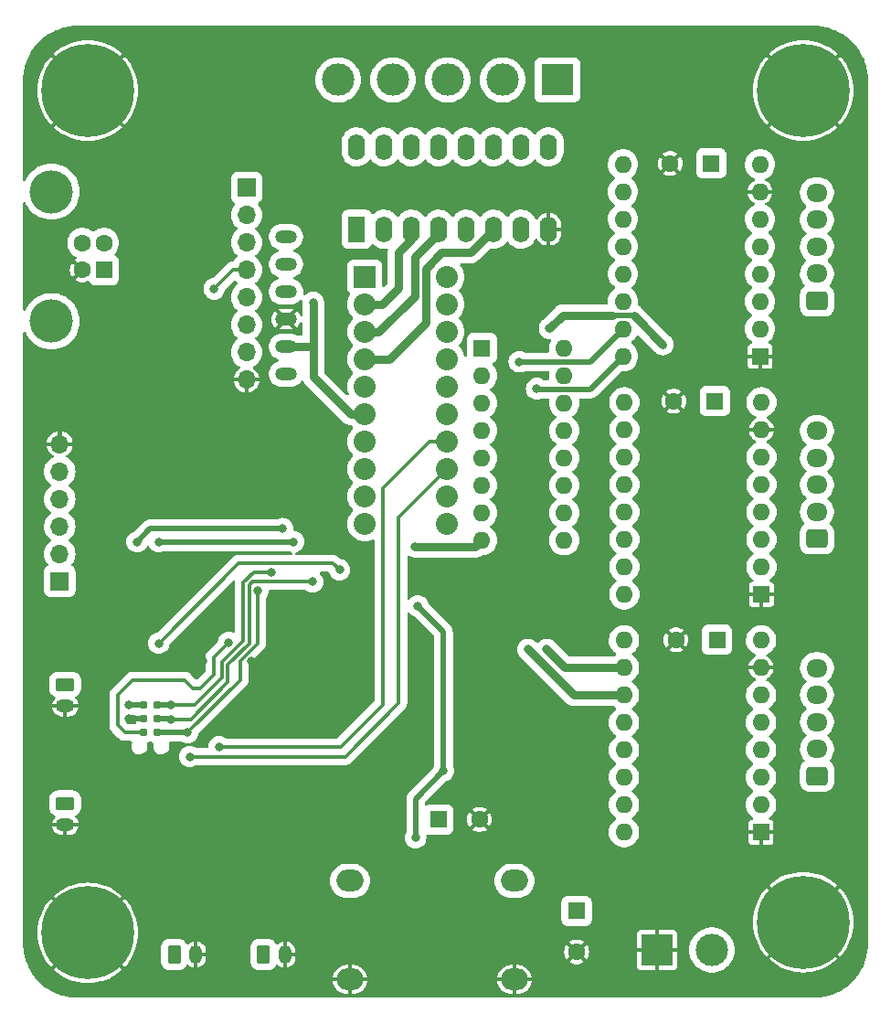
<source format=gbr>
%TF.GenerationSoftware,KiCad,Pcbnew,7.0.1-3b83917a11~172~ubuntu22.10.1*%
%TF.CreationDate,2023-08-26T17:03:54+02:00*%
%TF.ProjectId,controller,636f6e74-726f-46c6-9c65-722e6b696361,rev?*%
%TF.SameCoordinates,Original*%
%TF.FileFunction,Copper,L1,Top*%
%TF.FilePolarity,Positive*%
%FSLAX46Y46*%
G04 Gerber Fmt 4.6, Leading zero omitted, Abs format (unit mm)*
G04 Created by KiCad (PCBNEW 7.0.1-3b83917a11~172~ubuntu22.10.1) date 2023-08-26 17:03:54*
%MOMM*%
%LPD*%
G01*
G04 APERTURE LIST*
G04 Aperture macros list*
%AMRoundRect*
0 Rectangle with rounded corners*
0 $1 Rounding radius*
0 $2 $3 $4 $5 $6 $7 $8 $9 X,Y pos of 4 corners*
0 Add a 4 corners polygon primitive as box body*
4,1,4,$2,$3,$4,$5,$6,$7,$8,$9,$2,$3,0*
0 Add four circle primitives for the rounded corners*
1,1,$1+$1,$2,$3*
1,1,$1+$1,$4,$5*
1,1,$1+$1,$6,$7*
1,1,$1+$1,$8,$9*
0 Add four rect primitives between the rounded corners*
20,1,$1+$1,$2,$3,$4,$5,0*
20,1,$1+$1,$4,$5,$6,$7,0*
20,1,$1+$1,$6,$7,$8,$9,0*
20,1,$1+$1,$8,$9,$2,$3,0*%
G04 Aperture macros list end*
%TA.AperFunction,ComponentPad*%
%ADD10R,1.700000X1.700000*%
%TD*%
%TA.AperFunction,ComponentPad*%
%ADD11O,1.700000X1.700000*%
%TD*%
%TA.AperFunction,ComponentPad*%
%ADD12RoundRect,0.250000X-0.350000X-0.625000X0.350000X-0.625000X0.350000X0.625000X-0.350000X0.625000X0*%
%TD*%
%TA.AperFunction,ComponentPad*%
%ADD13O,1.200000X1.750000*%
%TD*%
%TA.AperFunction,ComponentPad*%
%ADD14C,0.900000*%
%TD*%
%TA.AperFunction,ComponentPad*%
%ADD15C,8.600000*%
%TD*%
%TA.AperFunction,ComponentPad*%
%ADD16R,1.600000X1.600000*%
%TD*%
%TA.AperFunction,ComponentPad*%
%ADD17O,1.600000X1.600000*%
%TD*%
%TA.AperFunction,ComponentPad*%
%ADD18C,1.600000*%
%TD*%
%TA.AperFunction,ComponentPad*%
%ADD19O,2.000000X1.200000*%
%TD*%
%TA.AperFunction,ComponentPad*%
%ADD20R,3.000000X3.000000*%
%TD*%
%TA.AperFunction,ComponentPad*%
%ADD21C,3.000000*%
%TD*%
%TA.AperFunction,ComponentPad*%
%ADD22R,2.032000X2.032000*%
%TD*%
%TA.AperFunction,ComponentPad*%
%ADD23C,2.032000*%
%TD*%
%TA.AperFunction,ComponentPad*%
%ADD24RoundRect,0.250000X0.725000X-0.600000X0.725000X0.600000X-0.725000X0.600000X-0.725000X-0.600000X0*%
%TD*%
%TA.AperFunction,ComponentPad*%
%ADD25O,1.950000X1.700000*%
%TD*%
%TA.AperFunction,ComponentPad*%
%ADD26R,1.600000X2.400000*%
%TD*%
%TA.AperFunction,ComponentPad*%
%ADD27O,1.600000X2.400000*%
%TD*%
%TA.AperFunction,ComponentPad*%
%ADD28C,4.000000*%
%TD*%
%TA.AperFunction,ComponentPad*%
%ADD29RoundRect,0.250000X-0.625000X0.350000X-0.625000X-0.350000X0.625000X-0.350000X0.625000X0.350000X0*%
%TD*%
%TA.AperFunction,ComponentPad*%
%ADD30O,1.750000X1.200000*%
%TD*%
%TA.AperFunction,ConnectorPad*%
%ADD31C,0.787400*%
%TD*%
%TA.AperFunction,ComponentPad*%
%ADD32O,2.500000X2.000000*%
%TD*%
%TA.AperFunction,ViaPad*%
%ADD33C,0.800000*%
%TD*%
%TA.AperFunction,Conductor*%
%ADD34C,0.500000*%
%TD*%
%TA.AperFunction,Conductor*%
%ADD35C,0.800000*%
%TD*%
%TA.AperFunction,Conductor*%
%ADD36C,0.350000*%
%TD*%
G04 APERTURE END LIST*
D10*
%TO.P,J10,1,Pin_1*%
%TO.N,+5V*%
X55702919Y-35975000D03*
D11*
%TO.P,J10,2,Pin_2*%
%TO.N,/MCU/GP0*%
X55702919Y-38515000D03*
%TO.P,J10,3,Pin_3*%
%TO.N,/MCU/GP1*%
X55702919Y-41055000D03*
%TO.P,J10,4,Pin_4*%
%TO.N,/MCU/GP2*%
X55702919Y-43595000D03*
%TO.P,J10,5,Pin_5*%
%TO.N,/MCU/SCL*%
X55702919Y-46135000D03*
%TO.P,J10,6,Pin_6*%
%TO.N,/MCU/SDA*%
X55702919Y-48675000D03*
%TO.P,J10,7,Pin_7*%
%TO.N,/MCU/GP3*%
X55702919Y-51215000D03*
%TO.P,J10,8,Pin_8*%
%TO.N,GND*%
X55702919Y-53755000D03*
%TD*%
D10*
%TO.P,J8,1,Pin_1*%
%TO.N,/MCU/DOUT*%
X38400000Y-72420000D03*
D11*
%TO.P,J8,2,Pin_2*%
%TO.N,/MCU/DIN*%
X38400000Y-69880000D03*
%TO.P,J8,3,Pin_3*%
%TO.N,/mist*%
X38400000Y-67340000D03*
%TO.P,J8,4,Pin_4*%
%TO.N,/MCU/CLK*%
X38400000Y-64800000D03*
%TO.P,J8,5,Pin_5*%
%TO.N,+5V*%
X38400000Y-62260000D03*
%TO.P,J8,6,Pin_6*%
%TO.N,GND*%
X38400000Y-59720000D03*
%TD*%
D12*
%TO.P,J3,1,Pin_1*%
%TO.N,/ylim*%
X49000000Y-107000000D03*
D13*
%TO.P,J3,2,Pin_2*%
%TO.N,GND*%
X51000000Y-107000000D03*
%TD*%
D14*
%TO.P,H4,1,1*%
%TO.N,GND*%
X104055419Y-104000000D03*
X105000000Y-101719581D03*
X105000000Y-106280419D03*
X107280419Y-100775000D03*
D15*
X107280419Y-104000000D03*
D14*
X107280419Y-107225000D03*
X109560838Y-101719581D03*
X109560838Y-106280419D03*
X110505419Y-104000000D03*
%TD*%
D16*
%TO.P,SW1,1*%
%TO.N,+5V*%
X77512919Y-50850000D03*
D17*
%TO.P,SW1,2*%
X77512919Y-53390000D03*
%TO.P,SW1,3*%
X77512919Y-55930000D03*
%TO.P,SW1,4*%
X77512919Y-58470000D03*
%TO.P,SW1,5*%
X77512919Y-61010000D03*
%TO.P,SW1,6*%
X77512919Y-63550000D03*
%TO.P,SW1,7*%
X77512919Y-66090000D03*
%TO.P,SW1,8*%
X77512919Y-68630000D03*
%TO.P,SW1,9*%
%TO.N,/StepperDrivers/MS2_Z*%
X85132919Y-68630000D03*
%TO.P,SW1,10*%
%TO.N,/StepperDrivers/MS1_Z*%
X85132919Y-66090000D03*
%TO.P,SW1,11*%
%TO.N,/StepperDrivers/MS3_Y*%
X85132919Y-63550000D03*
%TO.P,SW1,12*%
%TO.N,/StepperDrivers/MS2_Y*%
X85132919Y-61010000D03*
%TO.P,SW1,13*%
%TO.N,/StepperDrivers/MS1_Y*%
X85132919Y-58470000D03*
%TO.P,SW1,14*%
%TO.N,/StepperDrivers/MS3_X*%
X85132919Y-55930000D03*
%TO.P,SW1,15*%
%TO.N,/StepperDrivers/MS2_X*%
X85132919Y-53390000D03*
%TO.P,SW1,16*%
%TO.N,/StepperDrivers/MS1_X*%
X85132919Y-50850000D03*
%TD*%
D14*
%TO.P,H2,1,1*%
%TO.N,GND*%
X37775000Y-105000000D03*
X38719581Y-102719581D03*
X38719581Y-107280419D03*
X41000000Y-101775000D03*
D15*
X41000000Y-105000000D03*
D14*
X41000000Y-108225000D03*
X43280419Y-102719581D03*
X43280419Y-107280419D03*
X44225000Y-105000000D03*
%TD*%
D16*
%TO.P,C18,1*%
%TO.N,+12V*%
X99282919Y-77858750D03*
D18*
%TO.P,C18,2*%
%TO.N,GND*%
X95482919Y-77858750D03*
%TD*%
D16*
%TO.P,C2,1*%
%TO.N,+12V*%
X86280419Y-102964698D03*
D18*
%TO.P,C2,2*%
%TO.N,GND*%
X86280419Y-106764698D03*
%TD*%
D16*
%TO.P,C4,1*%
%TO.N,+5V*%
X73480419Y-94500000D03*
D18*
%TO.P,C4,2*%
%TO.N,GND*%
X77280419Y-94500000D03*
%TD*%
D16*
%TO.P,A3,1,GND*%
%TO.N,GND*%
X103375570Y-95678750D03*
D17*
%TO.P,A3,2,VDD*%
%TO.N,+5V*%
X103375570Y-93138750D03*
%TO.P,A3,3,1B*%
%TO.N,Net-(A3-1B)*%
X103375570Y-90598750D03*
%TO.P,A3,4,1A*%
%TO.N,Net-(A3-1A)*%
X103375570Y-88058750D03*
%TO.P,A3,5,2A*%
%TO.N,Net-(A3-2A)*%
X103375570Y-85518750D03*
%TO.P,A3,6,2B*%
%TO.N,Net-(A3-2B)*%
X103375570Y-82978750D03*
%TO.P,A3,7,GND*%
%TO.N,GND*%
X103375570Y-80438750D03*
%TO.P,A3,8,VMOT*%
%TO.N,+12V*%
X103375570Y-77898750D03*
%TO.P,A3,9,~{ENABLE}*%
%TO.N,/stepper_enable*%
X90675570Y-77898750D03*
%TO.P,A3,10,MS1*%
%TO.N,/StepperDrivers/MS1_Z*%
X90675570Y-80438750D03*
%TO.P,A3,11,MS2*%
%TO.N,/StepperDrivers/MS2_Z*%
X90675570Y-82978750D03*
%TO.P,A3,12,MS3*%
%TO.N,/StepperDrivers/MS3_Z*%
X90675570Y-85518750D03*
%TO.P,A3,13,~{RESET}*%
%TO.N,Net-(A3-~{RESET})*%
X90675570Y-88058750D03*
%TO.P,A3,14,~{SLEEP}*%
X90675570Y-90598750D03*
%TO.P,A3,15,STEP*%
%TO.N,/MCU/stepZ*%
X90675570Y-93138750D03*
%TO.P,A3,16,DIR*%
%TO.N,/MCU/dirZ*%
X90675570Y-95678750D03*
%TD*%
D16*
%TO.P,A2,1,GND*%
%TO.N,GND*%
X103397919Y-73638750D03*
D17*
%TO.P,A2,2,VDD*%
%TO.N,+5V*%
X103397919Y-71098750D03*
%TO.P,A2,3,1B*%
%TO.N,Net-(A2-1B)*%
X103397919Y-68558750D03*
%TO.P,A2,4,1A*%
%TO.N,Net-(A2-1A)*%
X103397919Y-66018750D03*
%TO.P,A2,5,2A*%
%TO.N,Net-(A2-2A)*%
X103397919Y-63478750D03*
%TO.P,A2,6,2B*%
%TO.N,Net-(A2-2B)*%
X103397919Y-60938750D03*
%TO.P,A2,7,GND*%
%TO.N,GND*%
X103397919Y-58398750D03*
%TO.P,A2,8,VMOT*%
%TO.N,+12V*%
X103397919Y-55858750D03*
%TO.P,A2,9,~{ENABLE}*%
%TO.N,/stepper_enable*%
X90697919Y-55858750D03*
%TO.P,A2,10,MS1*%
%TO.N,/StepperDrivers/MS1_Y*%
X90697919Y-58398750D03*
%TO.P,A2,11,MS2*%
%TO.N,/StepperDrivers/MS2_Y*%
X90697919Y-60938750D03*
%TO.P,A2,12,MS3*%
%TO.N,/StepperDrivers/MS3_Y*%
X90697919Y-63478750D03*
%TO.P,A2,13,~{RESET}*%
%TO.N,Net-(A2-~{RESET})*%
X90697919Y-66018750D03*
%TO.P,A2,14,~{SLEEP}*%
X90697919Y-68558750D03*
%TO.P,A2,15,STEP*%
%TO.N,/MCU/stepY*%
X90697919Y-71098750D03*
%TO.P,A2,16,DIR*%
%TO.N,/MCU/dirY*%
X90697919Y-73638750D03*
%TD*%
D19*
%TO.P,U5,1,CTS*%
%TO.N,unconnected-(U5-CTS-Pad1)*%
X59357919Y-53235000D03*
%TO.P,U5,2,VCC*%
%TO.N,+5V*%
X59357919Y-50695000D03*
%TO.P,U5,3,GND*%
%TO.N,GND*%
X59357919Y-48155000D03*
%TO.P,U5,4,TX*%
%TO.N,/MCU/RX*%
X59357919Y-45615000D03*
%TO.P,U5,5,RX*%
%TO.N,/MCU/TX*%
X59357919Y-43075000D03*
%TO.P,U5,6,RTS*%
%TO.N,unconnected-(U5-RTS-Pad6)*%
X59357919Y-40535000D03*
%TD*%
D14*
%TO.P,H1,1,1*%
%TO.N,GND*%
X37775000Y-27000000D03*
X38719581Y-24719581D03*
X38719581Y-29280419D03*
X41000000Y-23775000D03*
D15*
X41000000Y-27000000D03*
D14*
X41000000Y-30225000D03*
X43280419Y-24719581D03*
X43280419Y-29280419D03*
X44225000Y-27000000D03*
%TD*%
%TO.P,H3,1,1*%
%TO.N,GND*%
X104055419Y-27000000D03*
X105000000Y-24719581D03*
X105000000Y-29280419D03*
X107280419Y-23775000D03*
D15*
X107280419Y-27000000D03*
D14*
X107280419Y-30225000D03*
X109560838Y-24719581D03*
X109560838Y-29280419D03*
X110505419Y-27000000D03*
%TD*%
D20*
%TO.P,J5,1,Pin_1*%
%TO.N,GND*%
X93740419Y-106580000D03*
D21*
%TO.P,J5,2,Pin_2*%
%TO.N,+12V*%
X98820419Y-106580000D03*
%TD*%
D20*
%TO.P,J6,1,Pin_1*%
%TO.N,+12V*%
X84500000Y-26000000D03*
D21*
%TO.P,J6,2,Pin_2*%
%TO.N,Net-(J6-Pin_2)*%
X79420000Y-26000000D03*
%TO.P,J6,3,Pin_3*%
%TO.N,Net-(J6-Pin_3)*%
X74340000Y-26000000D03*
%TO.P,J6,4,Pin_4*%
%TO.N,Net-(J6-Pin_4)*%
X69260000Y-26000000D03*
%TO.P,J6,5,Pin_5*%
%TO.N,Net-(J6-Pin_5)*%
X64180000Y-26000000D03*
%TD*%
D22*
%TO.P,BAR1,1,A*%
%TO.N,/spindle*%
X66660419Y-44250000D03*
D23*
%TO.P,BAR1,2,A*%
%TO.N,/spindle_dir*%
X66660419Y-46790000D03*
%TO.P,BAR1,3,A*%
%TO.N,/coolant*%
X66660419Y-49330000D03*
%TO.P,BAR1,4,A*%
%TO.N,/mist*%
X66660419Y-51870000D03*
%TO.P,BAR1,5,A*%
%TO.N,/stepper_enable*%
X66660419Y-54410000D03*
%TO.P,BAR1,6,A*%
%TO.N,+5V*%
X66660419Y-56950000D03*
%TO.P,BAR1,7,A*%
%TO.N,Net-(BAR1-A-Pad7)*%
X66660419Y-59490000D03*
%TO.P,BAR1,8,A*%
%TO.N,Net-(BAR1-A-Pad8)*%
X66660419Y-62030000D03*
%TO.P,BAR1,9,A*%
%TO.N,Net-(BAR1-A-Pad9)*%
X66660419Y-64570000D03*
%TO.P,BAR1,10,A*%
%TO.N,Net-(BAR1-A-Pad10)*%
X66660419Y-67110000D03*
%TO.P,BAR1,11,K*%
%TO.N,/estop*%
X74280419Y-67110000D03*
%TO.P,BAR1,12,K*%
%TO.N,/zlim*%
X74280419Y-64570000D03*
%TO.P,BAR1,13,K*%
%TO.N,/ylim*%
X74280419Y-62030000D03*
%TO.P,BAR1,14,K*%
%TO.N,/xlim*%
X74280419Y-59490000D03*
%TO.P,BAR1,15,K*%
%TO.N,Net-(BAR1-K-Pad15)*%
X74280419Y-56950000D03*
%TO.P,BAR1,16,K*%
%TO.N,Net-(BAR1-K-Pad16)*%
X74280419Y-54410000D03*
%TO.P,BAR1,17,K*%
%TO.N,Net-(BAR1-K-Pad17)*%
X74280419Y-51870000D03*
%TO.P,BAR1,18,K*%
%TO.N,Net-(BAR1-K-Pad18)*%
X74280419Y-49330000D03*
%TO.P,BAR1,19,K*%
%TO.N,Net-(BAR1-K-Pad19)*%
X74280419Y-46790000D03*
%TO.P,BAR1,20,K*%
%TO.N,Net-(BAR1-K-Pad20)*%
X74280419Y-44250000D03*
%TD*%
D12*
%TO.P,J1,1,Pin_1*%
%TO.N,/xlim*%
X57280419Y-107000000D03*
D13*
%TO.P,J1,2,Pin_2*%
%TO.N,GND*%
X59280419Y-107000000D03*
%TD*%
D24*
%TO.P,J11,1,Pin_1*%
%TO.N,Net-(A1-1B)*%
X108557919Y-46458750D03*
D25*
%TO.P,J11,2,Pin_2*%
%TO.N,Net-(A1-1A)*%
X108557919Y-43958750D03*
%TO.P,J11,3,Pin_3*%
%TO.N,Net-(A1-2A)*%
X108557919Y-41458750D03*
%TO.P,J11,4,Pin_4*%
%TO.N,Net-(A1-2B)*%
X108557919Y-38958750D03*
%TO.P,J11,5,Pin_5*%
%TO.N,unconnected-(J11-Pin_5-Pad5)*%
X108557919Y-36458750D03*
%TD*%
D26*
%TO.P,U1,1,I1*%
%TO.N,/spindle*%
X65905419Y-39825000D03*
D27*
%TO.P,U1,2,I2*%
X68445419Y-39825000D03*
%TO.P,U1,3,I3*%
%TO.N,/spindle_dir*%
X70985419Y-39825000D03*
%TO.P,U1,4,I4*%
%TO.N,/coolant*%
X73525419Y-39825000D03*
%TO.P,U1,5,I5*%
X76065419Y-39825000D03*
%TO.P,U1,6,I6*%
%TO.N,/mist*%
X78605419Y-39825000D03*
%TO.P,U1,7,I7*%
X81145419Y-39825000D03*
%TO.P,U1,8,GND*%
%TO.N,GND*%
X83685419Y-39825000D03*
%TO.P,U1,9,COM*%
%TO.N,+12V*%
X83685419Y-32205000D03*
%TO.P,U1,10,O7*%
%TO.N,Net-(J6-Pin_2)*%
X81145419Y-32205000D03*
%TO.P,U1,11,O6*%
X78605419Y-32205000D03*
%TO.P,U1,12,O5*%
%TO.N,Net-(J6-Pin_3)*%
X76065419Y-32205000D03*
%TO.P,U1,13,O4*%
X73525419Y-32205000D03*
%TO.P,U1,14,O3*%
%TO.N,Net-(J6-Pin_4)*%
X70985419Y-32205000D03*
%TO.P,U1,15,O2*%
%TO.N,Net-(J6-Pin_5)*%
X68445419Y-32205000D03*
%TO.P,U1,16,O1*%
X65905419Y-32205000D03*
%TD*%
D24*
%TO.P,J13,1,Pin_1*%
%TO.N,Net-(A3-1B)*%
X108557919Y-90458750D03*
D25*
%TO.P,J13,2,Pin_2*%
%TO.N,Net-(A3-1A)*%
X108557919Y-87958750D03*
%TO.P,J13,3,Pin_3*%
%TO.N,Net-(A3-2A)*%
X108557919Y-85458750D03*
%TO.P,J13,4,Pin_4*%
%TO.N,Net-(A3-2B)*%
X108557919Y-82958750D03*
%TO.P,J13,5,Pin_5*%
%TO.N,unconnected-(J13-Pin_5-Pad5)*%
X108557919Y-80458750D03*
%TD*%
D16*
%TO.P,J14,1,VBUS*%
%TO.N,/MCU/VUSB*%
X42490419Y-43600000D03*
D18*
%TO.P,J14,2,D-*%
%TO.N,Net-(J14-D-)*%
X42490419Y-41100000D03*
%TO.P,J14,3,D+*%
%TO.N,Net-(J14-D+)*%
X40490419Y-41100000D03*
%TO.P,J14,4,GND*%
%TO.N,GND*%
X40490419Y-43600000D03*
D28*
%TO.P,J14,5,Shield*%
%TO.N,Net-(J14-Shield)*%
X37630419Y-48350000D03*
X37630419Y-36350000D03*
%TD*%
D29*
%TO.P,J2,1,Pin_1*%
%TO.N,/zlim*%
X38900000Y-93000000D03*
D30*
%TO.P,J2,2,Pin_2*%
%TO.N,GND*%
X38900000Y-95000000D03*
%TD*%
D16*
%TO.P,C16,1*%
%TO.N,+12V*%
X99080419Y-55748750D03*
D18*
%TO.P,C16,2*%
%TO.N,GND*%
X95280419Y-55748750D03*
%TD*%
D31*
%TO.P,J9,1,Pin_1*%
%TO.N,+5V*%
X46145419Y-83910000D03*
%TO.P,J9,2,Pin_2*%
%TO.N,/spindle_dir*%
X47415419Y-83910000D03*
%TO.P,J9,3,Pin_3*%
%TO.N,GND*%
X46145419Y-85180000D03*
%TO.P,J9,4,Pin_4*%
%TO.N,/zlim*%
X47415419Y-85180000D03*
%TO.P,J9,5,Pin_5*%
%TO.N,/MCU/~{RST}*%
X46145419Y-86450000D03*
%TO.P,J9,6,Pin_6*%
%TO.N,/spindle*%
X47415419Y-86450000D03*
%TD*%
D32*
%TO.P,U2,1,IN-*%
%TO.N,GND*%
X80520419Y-109317349D03*
%TO.P,U2,2,IN+*%
%TO.N,+12V*%
X80520419Y-100177349D03*
%TO.P,U2,3,OUT-*%
%TO.N,GND*%
X65280419Y-109317349D03*
%TO.P,U2,4,OUT+*%
%TO.N,+5V*%
X65280419Y-100177349D03*
%TD*%
D16*
%TO.P,A1,1,GND*%
%TO.N,GND*%
X103282919Y-51598750D03*
D17*
%TO.P,A1,2,VDD*%
%TO.N,+5V*%
X103282919Y-49058750D03*
%TO.P,A1,3,1B*%
%TO.N,Net-(A1-1B)*%
X103282919Y-46518750D03*
%TO.P,A1,4,1A*%
%TO.N,Net-(A1-1A)*%
X103282919Y-43978750D03*
%TO.P,A1,5,2A*%
%TO.N,Net-(A1-2A)*%
X103282919Y-41438750D03*
%TO.P,A1,6,2B*%
%TO.N,Net-(A1-2B)*%
X103282919Y-38898750D03*
%TO.P,A1,7,GND*%
%TO.N,GND*%
X103282919Y-36358750D03*
%TO.P,A1,8,VMOT*%
%TO.N,+12V*%
X103282919Y-33818750D03*
%TO.P,A1,9,~{ENABLE}*%
%TO.N,/stepper_enable*%
X90582919Y-33818750D03*
%TO.P,A1,10,MS1*%
%TO.N,/StepperDrivers/MS1_X*%
X90582919Y-36358750D03*
%TO.P,A1,11,MS2*%
%TO.N,/StepperDrivers/MS2_X*%
X90582919Y-38898750D03*
%TO.P,A1,12,MS3*%
%TO.N,/StepperDrivers/MS3_X*%
X90582919Y-41438750D03*
%TO.P,A1,13,~{RESET}*%
%TO.N,Net-(A1-~{RESET})*%
X90582919Y-43978750D03*
%TO.P,A1,14,~{SLEEP}*%
X90582919Y-46518750D03*
%TO.P,A1,15,STEP*%
%TO.N,/MCU/stepX*%
X90582919Y-49058750D03*
%TO.P,A1,16,DIR*%
%TO.N,/MCU/dirX*%
X90582919Y-51598750D03*
%TD*%
D29*
%TO.P,J4,1,Pin_1*%
%TO.N,/estop*%
X38900000Y-82000000D03*
D30*
%TO.P,J4,2,Pin_2*%
%TO.N,GND*%
X38900000Y-84000000D03*
%TD*%
D24*
%TO.P,J12,1,Pin_1*%
%TO.N,Net-(A2-1B)*%
X108557919Y-68498750D03*
D25*
%TO.P,J12,2,Pin_2*%
%TO.N,Net-(A2-1A)*%
X108557919Y-65998750D03*
%TO.P,J12,3,Pin_3*%
%TO.N,Net-(A2-2A)*%
X108557919Y-63498750D03*
%TO.P,J12,4,Pin_4*%
%TO.N,Net-(A2-2B)*%
X108557919Y-60998750D03*
%TO.P,J12,5,Pin_5*%
%TO.N,unconnected-(J12-Pin_5-Pad5)*%
X108557919Y-58498750D03*
%TD*%
D16*
%TO.P,C14,1*%
%TO.N,+12V*%
X98745570Y-33748750D03*
D18*
%TO.P,C14,2*%
%TO.N,GND*%
X94945570Y-33748750D03*
%TD*%
D33*
%TO.N,GND*%
X61700000Y-85900000D03*
X46250000Y-36500000D03*
X43250000Y-87000000D03*
X44800420Y-85179999D03*
X62900000Y-79700000D03*
X61500000Y-82000000D03*
X62900000Y-81200000D03*
X56153792Y-79854048D03*
X60680419Y-78600000D03*
X63400000Y-85900000D03*
X51680419Y-79800000D03*
X44402919Y-38050000D03*
X45680419Y-79600000D03*
X99900000Y-95100000D03*
X46800000Y-88700000D03*
%TO.N,+5V*%
X71312919Y-69222500D03*
X83780419Y-49000000D03*
X61880419Y-46600000D03*
X44780419Y-83900000D03*
X94280419Y-50500000D03*
%TO.N,/stepper_enable*%
X71362919Y-96172500D03*
X71562919Y-74722500D03*
X73962919Y-89972500D03*
%TO.N,/MCU/stepX*%
X80980419Y-52100000D03*
%TO.N,/MCU/dirX*%
X82580419Y-54600000D03*
%TO.N,/StepperDrivers/MS1_Z*%
X83530419Y-78750000D03*
%TO.N,/StepperDrivers/MS2_Z*%
X81780419Y-78750000D03*
%TO.N,/spindle*%
X56737419Y-73315573D03*
X50230419Y-86450000D03*
%TO.N,/spindle_dir*%
X48730419Y-83900000D03*
X57962919Y-71598000D03*
%TO.N,/coolant*%
X59062919Y-67572500D03*
X45562919Y-68772500D03*
%TO.N,/mist*%
X47562919Y-68772500D03*
X60062919Y-68772500D03*
%TO.N,/estop*%
X47562919Y-78172500D03*
X64312919Y-71372500D03*
%TO.N,/zlim*%
X48680419Y-85200000D03*
X61812919Y-72472500D03*
%TO.N,/ylim*%
X50460419Y-88670000D03*
%TO.N,/xlim*%
X53162919Y-87772500D03*
%TO.N,/MCU/~{RST}*%
X54042031Y-78106173D03*
%TO.N,/MCU/GP2*%
X52702919Y-45350000D03*
%TD*%
D34*
%TO.N,GND*%
X46145419Y-85180000D02*
X44800420Y-85179999D01*
D35*
%TO.N,+5V*%
X66660419Y-56950000D02*
X65330419Y-56950000D01*
X61880419Y-53500000D02*
X61880419Y-50572500D01*
X61757919Y-50695000D02*
X61880419Y-50572500D01*
D34*
X44790419Y-83910000D02*
X44780419Y-83900000D01*
X46145419Y-83910000D02*
X44790419Y-83910000D01*
D35*
X71312919Y-69222500D02*
X76920419Y-69222500D01*
D34*
X91580419Y-47800000D02*
X89580419Y-47800000D01*
D35*
X94280419Y-50500000D02*
X91580419Y-47800000D01*
X83780419Y-49000000D02*
X84980419Y-47800000D01*
X59357919Y-50695000D02*
X61757919Y-50695000D01*
X65330419Y-56950000D02*
X61880419Y-53500000D01*
X76920419Y-69222500D02*
X77512919Y-68630000D01*
X61880419Y-50572500D02*
X61880419Y-46600000D01*
X84980419Y-47800000D02*
X89580419Y-47800000D01*
D34*
%TO.N,/stepper_enable*%
X71362919Y-92572500D02*
X73962919Y-89972500D01*
X71362919Y-96172500D02*
X71362919Y-92572500D01*
X73962919Y-89972500D02*
X73962919Y-77122500D01*
X73962919Y-77122500D02*
X71562919Y-74722500D01*
%TO.N,/MCU/stepX*%
X87541669Y-52100000D02*
X80980419Y-52100000D01*
X90582919Y-49058750D02*
X87541669Y-52100000D01*
%TO.N,/MCU/dirX*%
X90582919Y-51598750D02*
X87541669Y-54640000D01*
X87541669Y-54640000D02*
X82620419Y-54640000D01*
D35*
%TO.N,/StepperDrivers/MS1_Z*%
X90675570Y-80438750D02*
X85219169Y-80438750D01*
X85219169Y-80438750D02*
X83530419Y-78750000D01*
%TO.N,/StepperDrivers/MS2_Z*%
X90675570Y-82978750D02*
X86009169Y-82978750D01*
X86009169Y-82978750D02*
X81780419Y-78750000D01*
D36*
%TO.N,/spindle*%
X56737419Y-78175112D02*
X56737419Y-73315573D01*
X55112420Y-81567999D02*
X55112420Y-79800111D01*
X55112420Y-79800111D02*
X56737419Y-78175112D01*
D34*
X47415419Y-86450000D02*
X50230419Y-86450000D01*
D36*
X50230419Y-86450000D02*
X55112420Y-81567999D01*
%TO.N,/spindle_dir*%
X48730419Y-83900000D02*
X50858307Y-83900000D01*
D35*
X70985419Y-40795000D02*
X70985419Y-39825000D01*
X69780419Y-42000000D02*
X70985419Y-40795000D01*
D34*
X48730419Y-83900000D02*
X48580419Y-83910000D01*
D36*
X50858307Y-83900000D02*
X53413418Y-81344889D01*
D34*
X48580419Y-83910000D02*
X48570419Y-83910000D01*
D35*
X68240419Y-46790000D02*
X69780419Y-45250000D01*
D36*
X53413418Y-79944889D02*
X55413418Y-77944889D01*
X53413418Y-81344889D02*
X53413418Y-79944889D01*
X56360307Y-71598000D02*
X57962919Y-71598000D01*
D34*
X48560419Y-83910000D02*
X48730419Y-83900000D01*
D35*
X69780419Y-45250000D02*
X69780419Y-42000000D01*
D36*
X55413418Y-77944889D02*
X55413418Y-72544889D01*
D35*
X66660419Y-46790000D02*
X68240419Y-46790000D01*
D34*
X47415419Y-83910000D02*
X48560419Y-83910000D01*
D36*
X55413418Y-72544889D02*
X56360307Y-71598000D01*
D35*
%TO.N,/coolant*%
X67950419Y-49330000D02*
X71279920Y-46000499D01*
D34*
X46762919Y-67572500D02*
X45562919Y-68772500D01*
D35*
X73525419Y-40168508D02*
X73525419Y-39825000D01*
X71279920Y-46000499D02*
X71279920Y-42414007D01*
X71279920Y-42414007D02*
X73525419Y-40168508D01*
D34*
X46762919Y-67572500D02*
X59062919Y-67572500D01*
D35*
X66660419Y-49330000D02*
X67950419Y-49330000D01*
%TO.N,/mist*%
X76430419Y-42000000D02*
X73780419Y-42000000D01*
D34*
X47562919Y-68772500D02*
X60062919Y-68772500D01*
D35*
X72280419Y-43500000D02*
X72280419Y-48500000D01*
X68910419Y-51870000D02*
X66660419Y-51870000D01*
X73780419Y-42000000D02*
X72280419Y-43500000D01*
X72280419Y-48500000D02*
X68910419Y-51870000D01*
X78605419Y-39825000D02*
X76430419Y-42000000D01*
D36*
%TO.N,/estop*%
X54962919Y-70772500D02*
X63712919Y-70772500D01*
X63712919Y-70772500D02*
X64312919Y-71372500D01*
X47562919Y-78172500D02*
X54962919Y-70772500D01*
D34*
%TO.N,/zlim*%
X47415419Y-85180000D02*
X48530419Y-85180000D01*
D36*
X55962919Y-78172500D02*
X55962919Y-72772500D01*
D34*
X48570419Y-85180000D02*
X48550419Y-85180000D01*
D36*
X56262919Y-72472500D02*
X61812919Y-72472500D01*
X48680419Y-85200000D02*
X50535419Y-85200000D01*
X55962919Y-72772500D02*
X56262919Y-72472500D01*
D34*
X48680419Y-85200000D02*
X48570419Y-85180000D01*
X48530419Y-85180000D02*
X48680419Y-85200000D01*
D36*
X53962919Y-81772500D02*
X53962919Y-80172500D01*
X53962919Y-80172500D02*
X55962919Y-78172500D01*
X50535419Y-85200000D02*
X53962919Y-81772500D01*
%TO.N,/ylim*%
X64830000Y-88670000D02*
X50460419Y-88670000D01*
X69812919Y-66497500D02*
X69812919Y-83687081D01*
X74280419Y-62030000D02*
X69812919Y-66497500D01*
X69812919Y-83687081D02*
X64830000Y-88670000D01*
%TO.N,/xlim*%
X72645419Y-59490000D02*
X74280419Y-59490000D01*
X64427500Y-87772500D02*
X68312919Y-83887081D01*
X68312919Y-63822500D02*
X72645419Y-59490000D01*
X68312919Y-83887081D02*
X68312919Y-63822500D01*
X53162919Y-87772500D02*
X64427500Y-87772500D01*
%TO.N,/MCU/~{RST}*%
X45162919Y-81572500D02*
X49962919Y-81572500D01*
X43762919Y-85772500D02*
X43762919Y-82972500D01*
X43762919Y-82972500D02*
X45162919Y-81572500D01*
X52663917Y-81117278D02*
X52663917Y-79484287D01*
X51408695Y-82372500D02*
X52663917Y-81117278D01*
X50762919Y-82372500D02*
X51408695Y-82372500D01*
X44440419Y-86450000D02*
X43762919Y-85772500D01*
X49962919Y-81572500D02*
X50762919Y-82372500D01*
X52663917Y-79484287D02*
X54042031Y-78106173D01*
X46145419Y-86450000D02*
X44440419Y-86450000D01*
%TO.N,/MCU/GP2*%
X55702919Y-43595000D02*
X54457919Y-43595000D01*
X54457919Y-43595000D02*
X52702919Y-45350000D01*
%TD*%
%TA.AperFunction,Conductor*%
%TO.N,GND*%
G36*
X45386445Y-84774333D02*
G01*
X45430660Y-84812745D01*
X45452313Y-84867166D01*
X45446573Y-84925454D01*
X45415776Y-85013466D01*
X45397012Y-85180000D01*
X45415776Y-85346532D01*
X45472817Y-85509545D01*
X45478557Y-85567834D01*
X45456905Y-85622255D01*
X45412689Y-85660667D01*
X45355775Y-85674500D01*
X44813003Y-85674500D01*
X44765550Y-85665061D01*
X44725322Y-85638181D01*
X44574738Y-85487597D01*
X44547858Y-85447369D01*
X44538419Y-85399916D01*
X44538419Y-85018319D01*
X44557118Y-84952839D01*
X44607575Y-84907107D01*
X44674572Y-84894916D01*
X44780419Y-84905341D01*
X44976551Y-84886024D01*
X45165146Y-84828814D01*
X45265559Y-84775141D01*
X45324012Y-84760500D01*
X45329531Y-84760500D01*
X45386445Y-84774333D01*
G37*
%TD.AperFunction*%
%TA.AperFunction,Conductor*%
G36*
X108282981Y-21000605D02*
G01*
X108498245Y-21009510D01*
X108693843Y-21018050D01*
X108703752Y-21018883D01*
X108917304Y-21045503D01*
X108917506Y-21045529D01*
X109115347Y-21071575D01*
X109124548Y-21073143D01*
X109334382Y-21117141D01*
X109335426Y-21117366D01*
X109530728Y-21160663D01*
X109539258Y-21162876D01*
X109744409Y-21223953D01*
X109746096Y-21224470D01*
X109937021Y-21284669D01*
X109944793Y-21287407D01*
X110144065Y-21365164D01*
X110146257Y-21366045D01*
X110331319Y-21442700D01*
X110338272Y-21445837D01*
X110529987Y-21539561D01*
X110530308Y-21539718D01*
X110533072Y-21541112D01*
X110710737Y-21633599D01*
X110716906Y-21637039D01*
X110823632Y-21700635D01*
X110900475Y-21746424D01*
X110903626Y-21748365D01*
X111072524Y-21855965D01*
X111077952Y-21859629D01*
X111251848Y-21983788D01*
X111255281Y-21986329D01*
X111414156Y-22108238D01*
X111418811Y-22111992D01*
X111581848Y-22250078D01*
X111585480Y-22253277D01*
X111733100Y-22388545D01*
X111737009Y-22392287D01*
X111888148Y-22543427D01*
X111891873Y-22547318D01*
X112027085Y-22694876D01*
X112030285Y-22698508D01*
X112168474Y-22861668D01*
X112172227Y-22866323D01*
X112294020Y-23025047D01*
X112296558Y-23028476D01*
X112420855Y-23202564D01*
X112424481Y-23207937D01*
X112531930Y-23376599D01*
X112533858Y-23379726D01*
X112643430Y-23563612D01*
X112646896Y-23569829D01*
X112739131Y-23747010D01*
X112740543Y-23749807D01*
X112834626Y-23942258D01*
X112837786Y-23949265D01*
X112914139Y-24133597D01*
X112915095Y-24135975D01*
X112993058Y-24335778D01*
X112995802Y-24343565D01*
X113055688Y-24533498D01*
X113056272Y-24535405D01*
X113117582Y-24741344D01*
X113119798Y-24749887D01*
X113162730Y-24943541D01*
X113163030Y-24944932D01*
X113207295Y-25156040D01*
X113208873Y-25165302D01*
X113234527Y-25360168D01*
X113234636Y-25361015D01*
X113261543Y-25576877D01*
X113262377Y-25586806D01*
X113270571Y-25774462D01*
X113270583Y-25774746D01*
X113279813Y-25997894D01*
X113279919Y-26003019D01*
X113279919Y-105997438D01*
X113279813Y-106002563D01*
X113270938Y-106217106D01*
X113270926Y-106217390D01*
X113262367Y-106413429D01*
X113261533Y-106423358D01*
X113234989Y-106636303D01*
X113234880Y-106637150D01*
X113208841Y-106834938D01*
X113207263Y-106844199D01*
X113163394Y-107053422D01*
X113163094Y-107054814D01*
X113119739Y-107250376D01*
X113117523Y-107258920D01*
X113056618Y-107463494D01*
X113056034Y-107465399D01*
X112995716Y-107656707D01*
X112992972Y-107664495D01*
X112915450Y-107863167D01*
X112914494Y-107865545D01*
X112837673Y-108051008D01*
X112834512Y-108058015D01*
X112740888Y-108249526D01*
X112739477Y-108252323D01*
X112646741Y-108430467D01*
X112643275Y-108436684D01*
X112534206Y-108619726D01*
X112532263Y-108622877D01*
X112424310Y-108792329D01*
X112420647Y-108797758D01*
X112296891Y-108971088D01*
X112294350Y-108974520D01*
X112171978Y-109134000D01*
X112168224Y-109138655D01*
X112030632Y-109301109D01*
X112027433Y-109304741D01*
X111891592Y-109452986D01*
X111887851Y-109456894D01*
X111737307Y-109607439D01*
X111733398Y-109611180D01*
X111585143Y-109747031D01*
X111581511Y-109750231D01*
X111419115Y-109887774D01*
X111414460Y-109891528D01*
X111254852Y-110013998D01*
X111251420Y-110016539D01*
X111078249Y-110140182D01*
X111072820Y-110143845D01*
X110903105Y-110251966D01*
X110899954Y-110253908D01*
X110717221Y-110362794D01*
X110711004Y-110366261D01*
X110532423Y-110459224D01*
X110529627Y-110460635D01*
X110338591Y-110554028D01*
X110331583Y-110557189D01*
X110145480Y-110634275D01*
X110143102Y-110635231D01*
X109945073Y-110712502D01*
X109937286Y-110715246D01*
X109745083Y-110775848D01*
X109743177Y-110776432D01*
X109539521Y-110837063D01*
X109530978Y-110839279D01*
X109334014Y-110882946D01*
X109332622Y-110883246D01*
X109124820Y-110926818D01*
X109115558Y-110928396D01*
X108915170Y-110954777D01*
X108914323Y-110954886D01*
X108703996Y-110981104D01*
X108694067Y-110981938D01*
X108489878Y-110990854D01*
X108489594Y-110990866D01*
X108283427Y-110999394D01*
X108278302Y-110999500D01*
X40002562Y-110999500D01*
X39997437Y-110999394D01*
X39782901Y-110990520D01*
X39782617Y-110990508D01*
X39586570Y-110981948D01*
X39576641Y-110981114D01*
X39363677Y-110954568D01*
X39362829Y-110954459D01*
X39165062Y-110928422D01*
X39155802Y-110926844D01*
X38946559Y-110882971D01*
X38945166Y-110882671D01*
X38749627Y-110839321D01*
X38741084Y-110837105D01*
X38536460Y-110776186D01*
X38534554Y-110775602D01*
X38343309Y-110715302D01*
X38335523Y-110712559D01*
X38206985Y-110662404D01*
X38136734Y-110634991D01*
X38134395Y-110634051D01*
X37949005Y-110557260D01*
X37941997Y-110554099D01*
X37750411Y-110460437D01*
X37747615Y-110459026D01*
X37569578Y-110366346D01*
X37563362Y-110362880D01*
X37380205Y-110253743D01*
X37377052Y-110251800D01*
X37207716Y-110143920D01*
X37202288Y-110140257D01*
X37028814Y-110016399D01*
X37025382Y-110013858D01*
X36866086Y-109891626D01*
X36861431Y-109887872D01*
X36698772Y-109750107D01*
X36695155Y-109746921D01*
X36547076Y-109611232D01*
X36543191Y-109607512D01*
X36392486Y-109456807D01*
X36388769Y-109452925D01*
X36253072Y-109304838D01*
X36249891Y-109301226D01*
X36112126Y-109138567D01*
X36108372Y-109133912D01*
X35986140Y-108974616D01*
X35983599Y-108971184D01*
X35859741Y-108797710D01*
X35856078Y-108792282D01*
X35759936Y-108641371D01*
X35748187Y-108622929D01*
X35746255Y-108619793D01*
X35637118Y-108436636D01*
X35633652Y-108430420D01*
X35623954Y-108411790D01*
X37835697Y-108411790D01*
X37863969Y-108440062D01*
X38194750Y-108714740D01*
X38549480Y-108957735D01*
X38925097Y-109166953D01*
X39318435Y-109340628D01*
X39726111Y-109477268D01*
X40144647Y-109575706D01*
X40570492Y-109635109D01*
X41000000Y-109654966D01*
X41429507Y-109635109D01*
X41855352Y-109575706D01*
X42209767Y-109492349D01*
X63690573Y-109492349D01*
X63695849Y-109552666D01*
X63756988Y-109780841D01*
X63856819Y-109994927D01*
X63992309Y-110188427D01*
X64159340Y-110355458D01*
X64352840Y-110490948D01*
X64566926Y-110590779D01*
X64795100Y-110651918D01*
X64971472Y-110667349D01*
X65105419Y-110667349D01*
X65105419Y-109492349D01*
X65455419Y-109492349D01*
X65455419Y-110667349D01*
X65589366Y-110667349D01*
X65765737Y-110651918D01*
X65993911Y-110590779D01*
X66207997Y-110490948D01*
X66401497Y-110355458D01*
X66568525Y-110188430D01*
X66704019Y-109994925D01*
X66803849Y-109780841D01*
X66864988Y-109552666D01*
X66870265Y-109492349D01*
X78930573Y-109492349D01*
X78935849Y-109552666D01*
X78996988Y-109780841D01*
X79096819Y-109994927D01*
X79232309Y-110188427D01*
X79399340Y-110355458D01*
X79592840Y-110490948D01*
X79806926Y-110590779D01*
X80035100Y-110651918D01*
X80211472Y-110667349D01*
X80345419Y-110667349D01*
X80345419Y-109492349D01*
X80695419Y-109492349D01*
X80695419Y-110667349D01*
X80829366Y-110667349D01*
X81005737Y-110651918D01*
X81233911Y-110590779D01*
X81447997Y-110490948D01*
X81641497Y-110355458D01*
X81808525Y-110188430D01*
X81944019Y-109994925D01*
X82043849Y-109780841D01*
X82104988Y-109552666D01*
X82110265Y-109492349D01*
X80695419Y-109492349D01*
X80345419Y-109492349D01*
X78930573Y-109492349D01*
X66870265Y-109492349D01*
X65455419Y-109492349D01*
X65105419Y-109492349D01*
X63690573Y-109492349D01*
X42209767Y-109492349D01*
X42273888Y-109477268D01*
X42681564Y-109340628D01*
X43074902Y-109166953D01*
X43119074Y-109142349D01*
X63690572Y-109142349D01*
X65105419Y-109142349D01*
X65105419Y-107967349D01*
X65455419Y-107967349D01*
X65455419Y-109142349D01*
X66870265Y-109142349D01*
X78930572Y-109142349D01*
X80345419Y-109142349D01*
X80345419Y-107967349D01*
X80695419Y-107967349D01*
X80695419Y-109142349D01*
X82110265Y-109142349D01*
X82104988Y-109082031D01*
X82043849Y-108853856D01*
X81944018Y-108639770D01*
X81808528Y-108446270D01*
X81641497Y-108279239D01*
X81447997Y-108143749D01*
X81233911Y-108043918D01*
X81005737Y-107982779D01*
X80829366Y-107967349D01*
X80695419Y-107967349D01*
X80345419Y-107967349D01*
X80211472Y-107967349D01*
X80035100Y-107982779D01*
X79806926Y-108043918D01*
X79592840Y-108143749D01*
X79399340Y-108279239D01*
X79232312Y-108446267D01*
X79096818Y-108639772D01*
X78996988Y-108853856D01*
X78935849Y-109082031D01*
X78930572Y-109142349D01*
X66870265Y-109142349D01*
X66864988Y-109082031D01*
X66803849Y-108853856D01*
X66704018Y-108639770D01*
X66568528Y-108446270D01*
X66401497Y-108279239D01*
X66207997Y-108143749D01*
X65993911Y-108043918D01*
X65765737Y-107982779D01*
X65589366Y-107967349D01*
X65455419Y-107967349D01*
X65105419Y-107967349D01*
X64971472Y-107967349D01*
X64795100Y-107982779D01*
X64566926Y-108043918D01*
X64352840Y-108143749D01*
X64159340Y-108279239D01*
X63992312Y-108446267D01*
X63856818Y-108639772D01*
X63756988Y-108853856D01*
X63695849Y-109082031D01*
X63690572Y-109142349D01*
X43119074Y-109142349D01*
X43450519Y-108957735D01*
X43805249Y-108714740D01*
X44136030Y-108440062D01*
X44164303Y-108411790D01*
X41000000Y-105247487D01*
X37835697Y-108411790D01*
X35623954Y-108411790D01*
X35540972Y-108252383D01*
X35539561Y-108249587D01*
X35515034Y-108199416D01*
X35445886Y-108057972D01*
X35442745Y-108051008D01*
X35365911Y-107865513D01*
X35365046Y-107863363D01*
X35287431Y-107664453D01*
X35284696Y-107656689D01*
X35254482Y-107560862D01*
X35224359Y-107465325D01*
X35223850Y-107463665D01*
X35162889Y-107258901D01*
X35160680Y-107250386D01*
X35117312Y-107054765D01*
X35117027Y-107053439D01*
X35117023Y-107053422D01*
X35073153Y-106844192D01*
X35071577Y-106834945D01*
X35045490Y-106636793D01*
X35045483Y-106636743D01*
X35018881Y-106423330D01*
X35018052Y-106413455D01*
X35009487Y-106217291D01*
X35000605Y-106002562D01*
X35000500Y-105997439D01*
X35000500Y-104999999D01*
X36345033Y-104999999D01*
X36364890Y-105429507D01*
X36424293Y-105855352D01*
X36522731Y-106273888D01*
X36659371Y-106681564D01*
X36833046Y-107074902D01*
X37042264Y-107450519D01*
X37285259Y-107805249D01*
X37559937Y-108136030D01*
X37588210Y-108164303D01*
X40752513Y-105000000D01*
X41247487Y-105000000D01*
X44411790Y-108164303D01*
X44440062Y-108136030D01*
X44714740Y-107805249D01*
X44787554Y-107698954D01*
X47799500Y-107698954D01*
X47802316Y-107740494D01*
X47846963Y-107920022D01*
X47901561Y-108030109D01*
X47929158Y-108085753D01*
X48045060Y-108229940D01*
X48189247Y-108345842D01*
X48354979Y-108428037D01*
X48534505Y-108472683D01*
X48576046Y-108475500D01*
X49423954Y-108475500D01*
X49465495Y-108472683D01*
X49645021Y-108428037D01*
X49810753Y-108345842D01*
X49954940Y-108229940D01*
X50070842Y-108085753D01*
X50124267Y-107978029D01*
X50163566Y-107932018D01*
X50219959Y-107910083D01*
X50280018Y-107917445D01*
X50329442Y-107952353D01*
X50342105Y-107967104D01*
X50494890Y-108085368D01*
X50668357Y-108170458D01*
X50824999Y-108211015D01*
X50825000Y-108211015D01*
X50825000Y-107175000D01*
X51175000Y-107175000D01*
X51175000Y-108209274D01*
X51239348Y-108199416D01*
X51420529Y-108132314D01*
X51584501Y-108030109D01*
X51724535Y-107896996D01*
X51834912Y-107738414D01*
X51851846Y-107698954D01*
X56079919Y-107698954D01*
X56082735Y-107740494D01*
X56127382Y-107920022D01*
X56181980Y-108030109D01*
X56209577Y-108085753D01*
X56325479Y-108229940D01*
X56469666Y-108345842D01*
X56635398Y-108428037D01*
X56814924Y-108472683D01*
X56856465Y-108475500D01*
X57704373Y-108475500D01*
X57745914Y-108472683D01*
X57925440Y-108428037D01*
X58091172Y-108345842D01*
X58235359Y-108229940D01*
X58351261Y-108085753D01*
X58404686Y-107978029D01*
X58443985Y-107932018D01*
X58500378Y-107910083D01*
X58560437Y-107917445D01*
X58609861Y-107952353D01*
X58622524Y-107967104D01*
X58775309Y-108085368D01*
X58948776Y-108170458D01*
X59105418Y-108211015D01*
X59105419Y-108211015D01*
X59105419Y-107175000D01*
X59455419Y-107175000D01*
X59455419Y-108209274D01*
X59519767Y-108199416D01*
X59700948Y-108132314D01*
X59864920Y-108030109D01*
X60004954Y-107896996D01*
X60115331Y-107738414D01*
X60134091Y-107694698D01*
X85597904Y-107694698D01*
X85765623Y-107798545D01*
X85964358Y-107875535D01*
X86173858Y-107914698D01*
X86386980Y-107914698D01*
X86596479Y-107875535D01*
X86795214Y-107798545D01*
X86962932Y-107694698D01*
X86280420Y-107012185D01*
X86280419Y-107012185D01*
X85597904Y-107694698D01*
X60134091Y-107694698D01*
X60191525Y-107560862D01*
X60230419Y-107371605D01*
X60230419Y-107175000D01*
X59455419Y-107175000D01*
X59105419Y-107175000D01*
X59105419Y-105790725D01*
X59041070Y-105800583D01*
X58859889Y-105867685D01*
X58695920Y-105969888D01*
X58602275Y-106058905D01*
X58552592Y-106087765D01*
X58495233Y-106091133D01*
X58442515Y-106068284D01*
X58405755Y-106024125D01*
X58392520Y-105997439D01*
X58351261Y-105914247D01*
X58250571Y-105788984D01*
X59455419Y-105788984D01*
X59455419Y-106825000D01*
X60230419Y-106825000D01*
X60230419Y-106764697D01*
X85125492Y-106764697D01*
X85145156Y-106976917D01*
X85203481Y-107181906D01*
X85298479Y-107372687D01*
X85352890Y-107444737D01*
X86032931Y-106764699D01*
X86527906Y-106764699D01*
X87207947Y-107444738D01*
X87262359Y-107372687D01*
X87357356Y-107181906D01*
X87415681Y-106976917D01*
X87435345Y-106764697D01*
X87434446Y-106755000D01*
X91890420Y-106755000D01*
X91890420Y-108113216D01*
X91900331Y-108181248D01*
X91951633Y-108286190D01*
X92034228Y-108368785D01*
X92139172Y-108420088D01*
X92207197Y-108430000D01*
X93565419Y-108430000D01*
X93565419Y-106755000D01*
X93915419Y-106755000D01*
X93915419Y-108429999D01*
X95273635Y-108429999D01*
X95341667Y-108420087D01*
X95446609Y-108368785D01*
X95529204Y-108286190D01*
X95580507Y-108181246D01*
X95590419Y-108113222D01*
X95590419Y-106755000D01*
X93915419Y-106755000D01*
X93565419Y-106755000D01*
X91890420Y-106755000D01*
X87434446Y-106755000D01*
X87418231Y-106580000D01*
X96715010Y-106580000D01*
X96734621Y-106866690D01*
X96793084Y-107148031D01*
X96889313Y-107418793D01*
X96889314Y-107418796D01*
X96889315Y-107418797D01*
X96900334Y-107440062D01*
X97021519Y-107673939D01*
X97187225Y-107908692D01*
X97187228Y-107908695D01*
X97187230Y-107908698D01*
X97383366Y-108118708D01*
X97383369Y-108118711D01*
X97480932Y-108198084D01*
X97606272Y-108300055D01*
X97851794Y-108449361D01*
X98115361Y-108563844D01*
X98392061Y-108641371D01*
X98676741Y-108680500D01*
X98964097Y-108680500D01*
X99248777Y-108641371D01*
X99525477Y-108563844D01*
X99789044Y-108449361D01*
X100034566Y-108300055D01*
X100257472Y-108118708D01*
X100453608Y-107908698D01*
X100590518Y-107714740D01*
X100619318Y-107673939D01*
X100619320Y-107673936D01*
X100751523Y-107418797D01*
X100754013Y-107411790D01*
X104116116Y-107411790D01*
X104144388Y-107440062D01*
X104475169Y-107714740D01*
X104829899Y-107957735D01*
X105205516Y-108166953D01*
X105598854Y-108340628D01*
X106006530Y-108477268D01*
X106425066Y-108575706D01*
X106850911Y-108635109D01*
X107280419Y-108654966D01*
X107709926Y-108635109D01*
X108135771Y-108575706D01*
X108554307Y-108477268D01*
X108961983Y-108340628D01*
X109355321Y-108166953D01*
X109730938Y-107957735D01*
X110085668Y-107714740D01*
X110416449Y-107440062D01*
X110444722Y-107411790D01*
X107280419Y-104247487D01*
X104116116Y-107411790D01*
X100754013Y-107411790D01*
X100847753Y-107148032D01*
X100906217Y-106866686D01*
X100925827Y-106580000D01*
X100906217Y-106293314D01*
X100882565Y-106179496D01*
X100847753Y-106011968D01*
X100751524Y-105741206D01*
X100751523Y-105741203D01*
X100619320Y-105486064D01*
X100619318Y-105486060D01*
X100453612Y-105251307D01*
X100453610Y-105251304D01*
X100453608Y-105251302D01*
X100257472Y-105041292D01*
X100257470Y-105041291D01*
X100257468Y-105041288D01*
X100034567Y-104859946D01*
X100034566Y-104859945D01*
X99789044Y-104710639D01*
X99789045Y-104710639D01*
X99789041Y-104710637D01*
X99525479Y-104596157D01*
X99525477Y-104596156D01*
X99322420Y-104539262D01*
X99248774Y-104518628D01*
X98964097Y-104479500D01*
X98676741Y-104479500D01*
X98392063Y-104518628D01*
X98206958Y-104570492D01*
X98115361Y-104596156D01*
X98115359Y-104596156D01*
X98115358Y-104596157D01*
X97851796Y-104710637D01*
X97606270Y-104859946D01*
X97383369Y-105041288D01*
X97187225Y-105251307D01*
X97021519Y-105486060D01*
X96889313Y-105741206D01*
X96793084Y-106011968D01*
X96734621Y-106293309D01*
X96715010Y-106580000D01*
X87418231Y-106580000D01*
X87415681Y-106552478D01*
X87373719Y-106405000D01*
X91890419Y-106405000D01*
X93565419Y-106405000D01*
X93565419Y-104730001D01*
X92207203Y-104730001D01*
X92139170Y-104739912D01*
X92034228Y-104791214D01*
X91951633Y-104873809D01*
X91900330Y-104978753D01*
X91890419Y-105046778D01*
X91890419Y-106405000D01*
X87373719Y-106405000D01*
X87357356Y-106347489D01*
X87262359Y-106156708D01*
X87207946Y-106084657D01*
X86527906Y-106764698D01*
X86527906Y-106764699D01*
X86032931Y-106764699D01*
X86032931Y-106764698D01*
X85352890Y-106084656D01*
X85298477Y-106156709D01*
X85203481Y-106347489D01*
X85145156Y-106552478D01*
X85125492Y-106764697D01*
X60230419Y-106764697D01*
X60230419Y-106676827D01*
X60215770Y-106532777D01*
X60157930Y-106348430D01*
X60064165Y-106179496D01*
X59938313Y-106032895D01*
X59785528Y-105914631D01*
X59622570Y-105834696D01*
X85597904Y-105834696D01*
X86280419Y-106517210D01*
X86280420Y-106517210D01*
X86962932Y-105834696D01*
X86962931Y-105834695D01*
X86795217Y-105730851D01*
X86596479Y-105653860D01*
X86386980Y-105614698D01*
X86173858Y-105614698D01*
X85964358Y-105653860D01*
X85765620Y-105730851D01*
X85597905Y-105834695D01*
X85597904Y-105834696D01*
X59622570Y-105834696D01*
X59612061Y-105829541D01*
X59455419Y-105788984D01*
X58250571Y-105788984D01*
X58235359Y-105770060D01*
X58091172Y-105654158D01*
X58011608Y-105614698D01*
X57925441Y-105571963D01*
X57745913Y-105527316D01*
X57704373Y-105524500D01*
X56856465Y-105524500D01*
X56814924Y-105527316D01*
X56635396Y-105571963D01*
X56469667Y-105654157D01*
X56325479Y-105770060D01*
X56209576Y-105914248D01*
X56127382Y-106079977D01*
X56082735Y-106259505D01*
X56079919Y-106301046D01*
X56079919Y-107698954D01*
X51851846Y-107698954D01*
X51911106Y-107560862D01*
X51950000Y-107371605D01*
X51950000Y-107175000D01*
X51175000Y-107175000D01*
X50825000Y-107175000D01*
X50825000Y-105790725D01*
X50760651Y-105800583D01*
X50579470Y-105867685D01*
X50415501Y-105969888D01*
X50321856Y-106058905D01*
X50272173Y-106087765D01*
X50214814Y-106091133D01*
X50162096Y-106068284D01*
X50125336Y-106024125D01*
X50112101Y-105997439D01*
X50070842Y-105914247D01*
X49970152Y-105788984D01*
X51175000Y-105788984D01*
X51175000Y-106825000D01*
X51950000Y-106825000D01*
X51950000Y-106676827D01*
X51935351Y-106532777D01*
X51877511Y-106348430D01*
X51783746Y-106179496D01*
X51657894Y-106032895D01*
X51505109Y-105914631D01*
X51331642Y-105829541D01*
X51175000Y-105788984D01*
X49970152Y-105788984D01*
X49954940Y-105770060D01*
X49810753Y-105654158D01*
X49731189Y-105614698D01*
X49645022Y-105571963D01*
X49465494Y-105527316D01*
X49423954Y-105524500D01*
X48576046Y-105524500D01*
X48534505Y-105527316D01*
X48354977Y-105571963D01*
X48189248Y-105654157D01*
X48045060Y-105770060D01*
X47929157Y-105914248D01*
X47846963Y-106079977D01*
X47802316Y-106259505D01*
X47799500Y-106301046D01*
X47799500Y-107698954D01*
X44787554Y-107698954D01*
X44957735Y-107450519D01*
X45166953Y-107074902D01*
X45340628Y-106681564D01*
X45477268Y-106273888D01*
X45575706Y-105855352D01*
X45635109Y-105429507D01*
X45654966Y-104999999D01*
X45642483Y-104730000D01*
X93915419Y-104730000D01*
X93915419Y-106405000D01*
X95590418Y-106405000D01*
X95590418Y-105046784D01*
X95580506Y-104978751D01*
X95529204Y-104873809D01*
X95446609Y-104791214D01*
X95341665Y-104739911D01*
X95273641Y-104730000D01*
X93915419Y-104730000D01*
X45642483Y-104730000D01*
X45635109Y-104570492D01*
X45575706Y-104144647D01*
X45495601Y-103804060D01*
X84879919Y-103804060D01*
X84895374Y-103921458D01*
X84955883Y-104067539D01*
X85052136Y-104192980D01*
X85123172Y-104247487D01*
X85177578Y-104289234D01*
X85323657Y-104349742D01*
X85441058Y-104365198D01*
X87119779Y-104365197D01*
X87119781Y-104365197D01*
X87178479Y-104357469D01*
X87237181Y-104349742D01*
X87383260Y-104289234D01*
X87508701Y-104192980D01*
X87604955Y-104067539D01*
X87632931Y-104000000D01*
X102625452Y-104000000D01*
X102645309Y-104429507D01*
X102704712Y-104855352D01*
X102803150Y-105273888D01*
X102939790Y-105681564D01*
X103113465Y-106074902D01*
X103322683Y-106450519D01*
X103565678Y-106805249D01*
X103840356Y-107136030D01*
X103868629Y-107164303D01*
X107032932Y-104000000D01*
X107527906Y-104000000D01*
X110692209Y-107164303D01*
X110720481Y-107136030D01*
X110995159Y-106805249D01*
X111238154Y-106450519D01*
X111447372Y-106074902D01*
X111621047Y-105681564D01*
X111757687Y-105273888D01*
X111856125Y-104855352D01*
X111915528Y-104429507D01*
X111935385Y-104000000D01*
X111915528Y-103570492D01*
X111856125Y-103144647D01*
X111757687Y-102726111D01*
X111621047Y-102318435D01*
X111447372Y-101925097D01*
X111238154Y-101549480D01*
X110995159Y-101194750D01*
X110720481Y-100863969D01*
X110692209Y-100835697D01*
X107527906Y-104000000D01*
X107032932Y-104000000D01*
X103868629Y-100835697D01*
X103840356Y-100863969D01*
X103565678Y-101194750D01*
X103322683Y-101549480D01*
X103113465Y-101925097D01*
X102939790Y-102318435D01*
X102803150Y-102726111D01*
X102704712Y-103144647D01*
X102645309Y-103570492D01*
X102625452Y-104000000D01*
X87632931Y-104000000D01*
X87665463Y-103921460D01*
X87680919Y-103804059D01*
X87680918Y-102125338D01*
X87665463Y-102007936D01*
X87604955Y-101861857D01*
X87540494Y-101777849D01*
X87508701Y-101736415D01*
X87383259Y-101640161D01*
X87237181Y-101579654D01*
X87119781Y-101564198D01*
X85441056Y-101564198D01*
X85323658Y-101579653D01*
X85177577Y-101640162D01*
X85052136Y-101736415D01*
X84955882Y-101861857D01*
X84895375Y-102007935D01*
X84879919Y-102125335D01*
X84879919Y-103804060D01*
X45495601Y-103804060D01*
X45477268Y-103726111D01*
X45340628Y-103318435D01*
X45166953Y-102925097D01*
X44957735Y-102549480D01*
X44714740Y-102194750D01*
X44440062Y-101863969D01*
X44411790Y-101835697D01*
X41247487Y-105000000D01*
X40752513Y-105000000D01*
X37588210Y-101835697D01*
X37559937Y-101863969D01*
X37285259Y-102194750D01*
X37042264Y-102549480D01*
X36833046Y-102925097D01*
X36659371Y-103318435D01*
X36522731Y-103726111D01*
X36424293Y-104144647D01*
X36364890Y-104570492D01*
X36345033Y-104999999D01*
X35000500Y-104999999D01*
X35000500Y-101588210D01*
X37835697Y-101588210D01*
X41000000Y-104752513D01*
X44164303Y-101588210D01*
X44136030Y-101559937D01*
X43805249Y-101285259D01*
X43450519Y-101042264D01*
X43074902Y-100833046D01*
X42681564Y-100659371D01*
X42273888Y-100522731D01*
X41855352Y-100424293D01*
X41429507Y-100364890D01*
X41000000Y-100345033D01*
X40570492Y-100364890D01*
X40144647Y-100424293D01*
X39726111Y-100522731D01*
X39318435Y-100659371D01*
X38925097Y-100833046D01*
X38549480Y-101042264D01*
X38194750Y-101285259D01*
X37863969Y-101559937D01*
X37835697Y-101588210D01*
X35000500Y-101588210D01*
X35000500Y-100177349D01*
X63424970Y-100177349D01*
X63444736Y-100428498D01*
X63503545Y-100673459D01*
X63551749Y-100789834D01*
X63599953Y-100906208D01*
X63731583Y-101121008D01*
X63895195Y-101312573D01*
X64086760Y-101476185D01*
X64301560Y-101607815D01*
X64534308Y-101704222D01*
X64779271Y-101763032D01*
X64967537Y-101777849D01*
X65593298Y-101777849D01*
X65593301Y-101777849D01*
X65781567Y-101763032D01*
X66026530Y-101704222D01*
X66259278Y-101607815D01*
X66474078Y-101476185D01*
X66665643Y-101312573D01*
X66829255Y-101121008D01*
X66960885Y-100906208D01*
X67057292Y-100673460D01*
X67116102Y-100428497D01*
X67135868Y-100177349D01*
X78664970Y-100177349D01*
X78684736Y-100428498D01*
X78743545Y-100673459D01*
X78791749Y-100789834D01*
X78839953Y-100906208D01*
X78971583Y-101121008D01*
X79135195Y-101312573D01*
X79326760Y-101476185D01*
X79541560Y-101607815D01*
X79774308Y-101704222D01*
X80019271Y-101763032D01*
X80207537Y-101777849D01*
X80833298Y-101777849D01*
X80833301Y-101777849D01*
X81021567Y-101763032D01*
X81266530Y-101704222D01*
X81499278Y-101607815D01*
X81714078Y-101476185D01*
X81905643Y-101312573D01*
X82069255Y-101121008D01*
X82200885Y-100906208D01*
X82297292Y-100673460D01*
X82317759Y-100588210D01*
X104116116Y-100588210D01*
X107280419Y-103752513D01*
X110444722Y-100588210D01*
X110416449Y-100559937D01*
X110085668Y-100285259D01*
X109730938Y-100042264D01*
X109355321Y-99833046D01*
X108961983Y-99659371D01*
X108554307Y-99522731D01*
X108135771Y-99424293D01*
X107709926Y-99364890D01*
X107280419Y-99345033D01*
X106850911Y-99364890D01*
X106425066Y-99424293D01*
X106006530Y-99522731D01*
X105598854Y-99659371D01*
X105205516Y-99833046D01*
X104829899Y-100042264D01*
X104475169Y-100285259D01*
X104144388Y-100559937D01*
X104116116Y-100588210D01*
X82317759Y-100588210D01*
X82356102Y-100428497D01*
X82375868Y-100177349D01*
X82356102Y-99926201D01*
X82297292Y-99681238D01*
X82200885Y-99448490D01*
X82069255Y-99233690D01*
X81905643Y-99042125D01*
X81714078Y-98878513D01*
X81499278Y-98746883D01*
X81382904Y-98698679D01*
X81266529Y-98650475D01*
X81021568Y-98591666D01*
X80974500Y-98587961D01*
X80833301Y-98576849D01*
X80207537Y-98576849D01*
X80094577Y-98585739D01*
X80019269Y-98591666D01*
X79774308Y-98650475D01*
X79541558Y-98746884D01*
X79326761Y-98878512D01*
X79135195Y-99042125D01*
X78971582Y-99233691D01*
X78839954Y-99448488D01*
X78743545Y-99681238D01*
X78684736Y-99926199D01*
X78664970Y-100177349D01*
X67135868Y-100177349D01*
X67116102Y-99926201D01*
X67057292Y-99681238D01*
X66960885Y-99448490D01*
X66829255Y-99233690D01*
X66665643Y-99042125D01*
X66474078Y-98878513D01*
X66259278Y-98746883D01*
X66142904Y-98698679D01*
X66026529Y-98650475D01*
X65781568Y-98591666D01*
X65734500Y-98587961D01*
X65593301Y-98576849D01*
X64967537Y-98576849D01*
X64854577Y-98585739D01*
X64779269Y-98591666D01*
X64534308Y-98650475D01*
X64301558Y-98746884D01*
X64086761Y-98878512D01*
X63895195Y-99042125D01*
X63731582Y-99233691D01*
X63599954Y-99448488D01*
X63503545Y-99681238D01*
X63444736Y-99926199D01*
X63424970Y-100177349D01*
X35000500Y-100177349D01*
X35000500Y-95175000D01*
X37690726Y-95175000D01*
X37700583Y-95239348D01*
X37767685Y-95420529D01*
X37869890Y-95584501D01*
X38003003Y-95724535D01*
X38161585Y-95834912D01*
X38339137Y-95911106D01*
X38528395Y-95950000D01*
X38725000Y-95950000D01*
X38725000Y-95175000D01*
X39075000Y-95175000D01*
X39075000Y-95950000D01*
X39223173Y-95950000D01*
X39367222Y-95935351D01*
X39551569Y-95877511D01*
X39720503Y-95783746D01*
X39867104Y-95657894D01*
X39985368Y-95505109D01*
X40070458Y-95331642D01*
X40111015Y-95175000D01*
X39075000Y-95175000D01*
X38725000Y-95175000D01*
X37690726Y-95175000D01*
X35000500Y-95175000D01*
X35000500Y-93423954D01*
X37424500Y-93423954D01*
X37427316Y-93465494D01*
X37471963Y-93645022D01*
X37479709Y-93660640D01*
X37554158Y-93810753D01*
X37670060Y-93954940D01*
X37814247Y-94070842D01*
X37897899Y-94112329D01*
X37921971Y-94124268D01*
X37967981Y-94163566D01*
X37989916Y-94219958D01*
X37982554Y-94280016D01*
X37947648Y-94329441D01*
X37932894Y-94342107D01*
X37814631Y-94494890D01*
X37729541Y-94668357D01*
X37688984Y-94824999D01*
X37688985Y-94825000D01*
X40109274Y-94825000D01*
X40099416Y-94760651D01*
X40032314Y-94579470D01*
X39930109Y-94415498D01*
X39841095Y-94321856D01*
X39812234Y-94272173D01*
X39808866Y-94214815D01*
X39831715Y-94162096D01*
X39875875Y-94125336D01*
X39985753Y-94070842D01*
X40129940Y-93954940D01*
X40245842Y-93810753D01*
X40328037Y-93645021D01*
X40372683Y-93465495D01*
X40375500Y-93423954D01*
X40375500Y-92576046D01*
X40372683Y-92534505D01*
X40328037Y-92354979D01*
X40245842Y-92189247D01*
X40129940Y-92045060D01*
X39985753Y-91929158D01*
X39863951Y-91868750D01*
X39820022Y-91846963D01*
X39640494Y-91802316D01*
X39598954Y-91799500D01*
X38201046Y-91799500D01*
X38159505Y-91802316D01*
X37979977Y-91846963D01*
X37814248Y-91929157D01*
X37670060Y-92045060D01*
X37554157Y-92189248D01*
X37471963Y-92354977D01*
X37427316Y-92534505D01*
X37424500Y-92576046D01*
X37424500Y-93423954D01*
X35000500Y-93423954D01*
X35000500Y-85859879D01*
X42987419Y-85859879D01*
X42995620Y-85895811D01*
X42997949Y-85909518D01*
X43002077Y-85946157D01*
X43014255Y-85980960D01*
X43018104Y-85994318D01*
X43026306Y-86030252D01*
X43042303Y-86063472D01*
X43047622Y-86076315D01*
X43059796Y-86111105D01*
X43079404Y-86142311D01*
X43086130Y-86154481D01*
X43102128Y-86187701D01*
X43102129Y-86187702D01*
X43125115Y-86216526D01*
X43133157Y-86227859D01*
X43152772Y-86259076D01*
X43275597Y-86381901D01*
X43290571Y-86396875D01*
X43290574Y-86396877D01*
X43821587Y-86927890D01*
X43821590Y-86927894D01*
X43830272Y-86936576D01*
X43953843Y-87060147D01*
X43985060Y-87079762D01*
X43996395Y-87087805D01*
X44025216Y-87110790D01*
X44058434Y-87126786D01*
X44070605Y-87133512D01*
X44101813Y-87153122D01*
X44136612Y-87165298D01*
X44149454Y-87170618D01*
X44182667Y-87186613D01*
X44218598Y-87194813D01*
X44231955Y-87198661D01*
X44266762Y-87210841D01*
X44303416Y-87214970D01*
X44317094Y-87217295D01*
X44353041Y-87225500D01*
X44396867Y-87225500D01*
X44527797Y-87225500D01*
X44973969Y-87225500D01*
X45035969Y-87242113D01*
X45081356Y-87287499D01*
X45097969Y-87349499D01*
X45081357Y-87411498D01*
X45074952Y-87422590D01*
X45024950Y-87589613D01*
X45014811Y-87763659D01*
X45030104Y-87850386D01*
X45045087Y-87935354D01*
X45114140Y-88095438D01*
X45218251Y-88235283D01*
X45351805Y-88347349D01*
X45507604Y-88425594D01*
X45677248Y-88465800D01*
X45807852Y-88465800D01*
X45807855Y-88465800D01*
X45937583Y-88450637D01*
X46101412Y-88391008D01*
X46247073Y-88295205D01*
X46366715Y-88168393D01*
X46453886Y-88017407D01*
X46503888Y-87850388D01*
X46514026Y-87676340D01*
X46483751Y-87504646D01*
X46483749Y-87504642D01*
X46481927Y-87494307D01*
X46483704Y-87442864D01*
X46506219Y-87396574D01*
X46545588Y-87363417D01*
X46700440Y-87280647D01*
X46700440Y-87280646D01*
X46701752Y-87279571D01*
X46710836Y-87275090D01*
X46711212Y-87274890D01*
X46711218Y-87274902D01*
X46752261Y-87254661D01*
X46808577Y-87254661D01*
X46849619Y-87274902D01*
X46849626Y-87274890D01*
X46850001Y-87275090D01*
X46859086Y-87279571D01*
X46860397Y-87280647D01*
X47020158Y-87366041D01*
X47062410Y-87403049D01*
X47083999Y-87454903D01*
X47080496Y-87510962D01*
X47056950Y-87589612D01*
X47046811Y-87763659D01*
X47062104Y-87850386D01*
X47077087Y-87935354D01*
X47146140Y-88095438D01*
X47250251Y-88235283D01*
X47383805Y-88347349D01*
X47539604Y-88425594D01*
X47709248Y-88465800D01*
X47839852Y-88465800D01*
X47839855Y-88465800D01*
X47969583Y-88450637D01*
X48133412Y-88391008D01*
X48279073Y-88295205D01*
X48398715Y-88168393D01*
X48485886Y-88017407D01*
X48535888Y-87850388D01*
X48546026Y-87676340D01*
X48515751Y-87504646D01*
X48502365Y-87473613D01*
X48492696Y-87413692D01*
X48512624Y-87356360D01*
X48557374Y-87315355D01*
X48616224Y-87300500D01*
X49668117Y-87300500D01*
X49726570Y-87315142D01*
X49836867Y-87374097D01*
X49845692Y-87378814D01*
X50034287Y-87436024D01*
X50204570Y-87452795D01*
X50267257Y-87477330D01*
X50307886Y-87531003D01*
X50314485Y-87597996D01*
X50285107Y-87658565D01*
X50228412Y-87694858D01*
X50075692Y-87741185D01*
X49901882Y-87834089D01*
X49749536Y-87959117D01*
X49624508Y-88111463D01*
X49531604Y-88285273D01*
X49474395Y-88473866D01*
X49455078Y-88670000D01*
X49474395Y-88866133D01*
X49531604Y-89054726D01*
X49586043Y-89156573D01*
X49624509Y-89228538D01*
X49749536Y-89380883D01*
X49901881Y-89505910D01*
X50075692Y-89598814D01*
X50264287Y-89656024D01*
X50460419Y-89675341D01*
X50656551Y-89656024D01*
X50845146Y-89598814D01*
X51018957Y-89505910D01*
X51058269Y-89473646D01*
X51095159Y-89452749D01*
X51136934Y-89445500D01*
X64917375Y-89445500D01*
X64917378Y-89445500D01*
X64953332Y-89437293D01*
X64967007Y-89434970D01*
X65003657Y-89430841D01*
X65038467Y-89418659D01*
X65051804Y-89414817D01*
X65087752Y-89406613D01*
X65120971Y-89390614D01*
X65133795Y-89385302D01*
X65168606Y-89373122D01*
X65174359Y-89369506D01*
X65199813Y-89353513D01*
X65211983Y-89346786D01*
X65245202Y-89330790D01*
X65274027Y-89307802D01*
X65285353Y-89299764D01*
X65316576Y-89280147D01*
X65440147Y-89156576D01*
X65440147Y-89156574D01*
X65450355Y-89146367D01*
X65450357Y-89146364D01*
X70299492Y-84297229D01*
X70299495Y-84297228D01*
X70423066Y-84173657D01*
X70442683Y-84142434D01*
X70450714Y-84131116D01*
X70473709Y-84102283D01*
X70489716Y-84069041D01*
X70496421Y-84056910D01*
X70516041Y-84025687D01*
X70528216Y-83990890D01*
X70533536Y-83978047D01*
X70545883Y-83952408D01*
X70549532Y-83944832D01*
X70557736Y-83908881D01*
X70561575Y-83895555D01*
X70573760Y-83860738D01*
X70577887Y-83824095D01*
X70580214Y-83810407D01*
X70588420Y-83774459D01*
X70588420Y-83599703D01*
X70588420Y-83584442D01*
X70588419Y-83584434D01*
X70588419Y-75458721D01*
X70603061Y-75400268D01*
X70643528Y-75355619D01*
X70700265Y-75335318D01*
X70759871Y-75344160D01*
X70808270Y-75380054D01*
X70852036Y-75433383D01*
X71004381Y-75558410D01*
X71178192Y-75651314D01*
X71307448Y-75690523D01*
X71359132Y-75721502D01*
X72224227Y-76586597D01*
X73076100Y-77438469D01*
X73102980Y-77478697D01*
X73112419Y-77526150D01*
X73112419Y-89410198D01*
X73097777Y-89468651D01*
X73034104Y-89587772D01*
X72994895Y-89717028D01*
X72963916Y-89768713D01*
X70789529Y-91943099D01*
X70782127Y-91949924D01*
X70741817Y-91984164D01*
X70693841Y-92047273D01*
X70691778Y-92049912D01*
X70642005Y-92111835D01*
X70629917Y-92131324D01*
X70596563Y-92203416D01*
X70595113Y-92206441D01*
X70559827Y-92277590D01*
X70552212Y-92299219D01*
X70535138Y-92376783D01*
X70534372Y-92380049D01*
X70515208Y-92457110D01*
X70512419Y-92479890D01*
X70512419Y-92559273D01*
X70512374Y-92562630D01*
X70510223Y-92642049D01*
X70512419Y-92665150D01*
X70512419Y-95610198D01*
X70497777Y-95668651D01*
X70434104Y-95787773D01*
X70376895Y-95976366D01*
X70357578Y-96172500D01*
X70376895Y-96368633D01*
X70434104Y-96557226D01*
X70434105Y-96557227D01*
X70527009Y-96731038D01*
X70652036Y-96883383D01*
X70804381Y-97008410D01*
X70978192Y-97101314D01*
X71166787Y-97158524D01*
X71362919Y-97177841D01*
X71559051Y-97158524D01*
X71747646Y-97101314D01*
X71921457Y-97008410D01*
X72073802Y-96883383D01*
X72198829Y-96731038D01*
X72291733Y-96557227D01*
X72348943Y-96368632D01*
X72368260Y-96172500D01*
X72352412Y-96011594D01*
X72362453Y-95949193D01*
X72401949Y-95899845D01*
X72460637Y-95876375D01*
X72523267Y-95884882D01*
X72523657Y-95885044D01*
X72641058Y-95900500D01*
X74319779Y-95900499D01*
X74319781Y-95900499D01*
X74378480Y-95892771D01*
X74437181Y-95885044D01*
X74583260Y-95824536D01*
X74708701Y-95728282D01*
X74804955Y-95602841D01*
X74865463Y-95456762D01*
X74868986Y-95430000D01*
X76597904Y-95430000D01*
X76765623Y-95533847D01*
X76964358Y-95610837D01*
X77173858Y-95650000D01*
X77386980Y-95650000D01*
X77596479Y-95610837D01*
X77795214Y-95533847D01*
X77962932Y-95430000D01*
X77280420Y-94747487D01*
X77280419Y-94747487D01*
X76597904Y-95430000D01*
X74868986Y-95430000D01*
X74880919Y-95339361D01*
X74880918Y-94500000D01*
X76125492Y-94500000D01*
X76145156Y-94712219D01*
X76203481Y-94917208D01*
X76298479Y-95107989D01*
X76352890Y-95180039D01*
X77032929Y-94500001D01*
X77527906Y-94500001D01*
X78207947Y-95180040D01*
X78262359Y-95107989D01*
X78357356Y-94917208D01*
X78415681Y-94712219D01*
X78435345Y-94500000D01*
X78415681Y-94287780D01*
X78357356Y-94082791D01*
X78262359Y-93892010D01*
X78207946Y-93819959D01*
X77527906Y-94500000D01*
X77527906Y-94500001D01*
X77032929Y-94500001D01*
X77032931Y-94499999D01*
X77032931Y-94499998D01*
X76352890Y-93819958D01*
X76298477Y-93892011D01*
X76203481Y-94082791D01*
X76145156Y-94287780D01*
X76125492Y-94500000D01*
X74880918Y-94500000D01*
X74880918Y-93660640D01*
X74868986Y-93569998D01*
X76597904Y-93569998D01*
X77280419Y-94252512D01*
X77280420Y-94252512D01*
X77962932Y-93569998D01*
X77962931Y-93569997D01*
X77795217Y-93466153D01*
X77596479Y-93389162D01*
X77386980Y-93350000D01*
X77173858Y-93350000D01*
X76964358Y-93389162D01*
X76765620Y-93466153D01*
X76597905Y-93569997D01*
X76597904Y-93569998D01*
X74868986Y-93569998D01*
X74865463Y-93543238D01*
X74804955Y-93397159D01*
X74747419Y-93322176D01*
X74708701Y-93271717D01*
X74583259Y-93175463D01*
X74437181Y-93114956D01*
X74319781Y-93099500D01*
X72641056Y-93099500D01*
X72523658Y-93114955D01*
X72466213Y-93138750D01*
X72384870Y-93172443D01*
X72325265Y-93181285D01*
X72268529Y-93160984D01*
X72228061Y-93116335D01*
X72213419Y-93057882D01*
X72213419Y-92976151D01*
X72222858Y-92928698D01*
X72249738Y-92888470D01*
X72681203Y-92457005D01*
X74166706Y-90971500D01*
X74218386Y-90940524D01*
X74347646Y-90901314D01*
X74521457Y-90808410D01*
X74673802Y-90683383D01*
X74798829Y-90531038D01*
X74891733Y-90357227D01*
X74948943Y-90168632D01*
X74968260Y-89972500D01*
X74948943Y-89776368D01*
X74891733Y-89587773D01*
X74828061Y-89468651D01*
X74813419Y-89410198D01*
X74813419Y-78750000D01*
X80775077Y-78750000D01*
X80777920Y-78778865D01*
X80778477Y-78794157D01*
X80777661Y-78826362D01*
X80787752Y-78882665D01*
X80789100Y-78892383D01*
X80794394Y-78946132D01*
X80803854Y-78977315D01*
X80807247Y-78991430D01*
X80813561Y-79026653D01*
X80831233Y-79070896D01*
X80833457Y-79076462D01*
X80836962Y-79086459D01*
X80839778Y-79095741D01*
X80851604Y-79134726D01*
X80868649Y-79166616D01*
X80874441Y-79179067D01*
X80889040Y-79215615D01*
X80916597Y-79257427D01*
X80922419Y-79267211D01*
X80941797Y-79303465D01*
X80944509Y-79308538D01*
X80946226Y-79310630D01*
X80969711Y-79339247D01*
X80977391Y-79349672D01*
X80985097Y-79361364D01*
X81001018Y-79385520D01*
X81033898Y-79418400D01*
X81042071Y-79427417D01*
X81069535Y-79460882D01*
X81103000Y-79488346D01*
X81112017Y-79496519D01*
X85291618Y-83676120D01*
X85293811Y-83678369D01*
X85354110Y-83741803D01*
X85402527Y-83775502D01*
X85410034Y-83781163D01*
X85455762Y-83818448D01*
X85482725Y-83832532D01*
X85496149Y-83840665D01*
X85521120Y-83858045D01*
X85575332Y-83881309D01*
X85583832Y-83885345D01*
X85628928Y-83908902D01*
X85636120Y-83912659D01*
X85665365Y-83921027D01*
X85680155Y-83926293D01*
X85687633Y-83929502D01*
X85708111Y-83938290D01*
X85765906Y-83950166D01*
X85775023Y-83952404D01*
X85831751Y-83968637D01*
X85862085Y-83970946D01*
X85877622Y-83973124D01*
X85907428Y-83979250D01*
X85966412Y-83979250D01*
X85975826Y-83979608D01*
X86034646Y-83984087D01*
X86064821Y-83980243D01*
X86080487Y-83979250D01*
X89638635Y-83979250D01*
X89688447Y-83989695D01*
X89714283Y-84008142D01*
X89715677Y-84006352D01*
X89740519Y-84025687D01*
X89899894Y-84149733D01*
X89901389Y-84150896D01*
X89936627Y-84194289D01*
X89949227Y-84248750D01*
X89936627Y-84303210D01*
X89901389Y-84346604D01*
X89723785Y-84484837D01*
X89566590Y-84655598D01*
X89439646Y-84849900D01*
X89346414Y-85062446D01*
X89289435Y-85287450D01*
X89270269Y-85518749D01*
X89289435Y-85750049D01*
X89289435Y-85750051D01*
X89289436Y-85750055D01*
X89346413Y-85975050D01*
X89346414Y-85975053D01*
X89387948Y-86069740D01*
X89439646Y-86187599D01*
X89566591Y-86381903D01*
X89693709Y-86519990D01*
X89723789Y-86552666D01*
X89901388Y-86690897D01*
X89936627Y-86734290D01*
X89949226Y-86788750D01*
X89936627Y-86843210D01*
X89901388Y-86886603D01*
X89723789Y-87024833D01*
X89566590Y-87195598D01*
X89439646Y-87389900D01*
X89346414Y-87602446D01*
X89289435Y-87827450D01*
X89270269Y-88058749D01*
X89289435Y-88290049D01*
X89289435Y-88290051D01*
X89289436Y-88290055D01*
X89346413Y-88515050D01*
X89439646Y-88727599D01*
X89566591Y-88921903D01*
X89723786Y-89092663D01*
X89898356Y-89228536D01*
X89901389Y-89230896D01*
X89936627Y-89274290D01*
X89949227Y-89328750D01*
X89936627Y-89383210D01*
X89901389Y-89426602D01*
X89882561Y-89441258D01*
X89723785Y-89564837D01*
X89566590Y-89735598D01*
X89439646Y-89929900D01*
X89346414Y-90142446D01*
X89289435Y-90367450D01*
X89270269Y-90598749D01*
X89289435Y-90830049D01*
X89289435Y-90830051D01*
X89289436Y-90830055D01*
X89319694Y-90949539D01*
X89346414Y-91055053D01*
X89398697Y-91174245D01*
X89439646Y-91267599D01*
X89566591Y-91461903D01*
X89723786Y-91632663D01*
X89763648Y-91663689D01*
X89901389Y-91770896D01*
X89936627Y-91814290D01*
X89949227Y-91868750D01*
X89936627Y-91923210D01*
X89901389Y-91966602D01*
X89842310Y-92012586D01*
X89723785Y-92104837D01*
X89566590Y-92275598D01*
X89439646Y-92469900D01*
X89346414Y-92682446D01*
X89289435Y-92907450D01*
X89270269Y-93138749D01*
X89289435Y-93370049D01*
X89289435Y-93370051D01*
X89289436Y-93370055D01*
X89333293Y-93543239D01*
X89346414Y-93595053D01*
X89439646Y-93807599D01*
X89566591Y-94001903D01*
X89715412Y-94163566D01*
X89723789Y-94172666D01*
X89901388Y-94310897D01*
X89936627Y-94354290D01*
X89949226Y-94408750D01*
X89936627Y-94463210D01*
X89901388Y-94506603D01*
X89723789Y-94644833D01*
X89566590Y-94815598D01*
X89439646Y-95009900D01*
X89346414Y-95222446D01*
X89289435Y-95447450D01*
X89270269Y-95678749D01*
X89289435Y-95910049D01*
X89289435Y-95910051D01*
X89289436Y-95910055D01*
X89346413Y-96135050D01*
X89439646Y-96347599D01*
X89566591Y-96541903D01*
X89723786Y-96712663D01*
X89906944Y-96855220D01*
X90111067Y-96965686D01*
X90220828Y-97003367D01*
X90330585Y-97041047D01*
X90330587Y-97041047D01*
X90330589Y-97041048D01*
X90559521Y-97079250D01*
X90791618Y-97079250D01*
X90791619Y-97079250D01*
X91020551Y-97041048D01*
X91240073Y-96965686D01*
X91444196Y-96855220D01*
X91627354Y-96712663D01*
X91784549Y-96541903D01*
X91911494Y-96347599D01*
X92004727Y-96135050D01*
X92061704Y-95910055D01*
X92066369Y-95853750D01*
X102225571Y-95853750D01*
X102225571Y-96511966D01*
X102235482Y-96579998D01*
X102286784Y-96684940D01*
X102369379Y-96767535D01*
X102474323Y-96818838D01*
X102542348Y-96828750D01*
X103200570Y-96828750D01*
X103200570Y-95853750D01*
X103550570Y-95853750D01*
X103550570Y-96828749D01*
X104208786Y-96828749D01*
X104276818Y-96818837D01*
X104381760Y-96767535D01*
X104464355Y-96684940D01*
X104515658Y-96579996D01*
X104525570Y-96511972D01*
X104525570Y-95853750D01*
X103550570Y-95853750D01*
X103200570Y-95853750D01*
X102225571Y-95853750D01*
X92066369Y-95853750D01*
X92080870Y-95678750D01*
X92061704Y-95447445D01*
X92004727Y-95222450D01*
X91911494Y-95009901D01*
X91784549Y-94815597D01*
X91627354Y-94644837D01*
X91449750Y-94506602D01*
X91414513Y-94463210D01*
X91401913Y-94408750D01*
X91414513Y-94354290D01*
X91449751Y-94310896D01*
X91452796Y-94308526D01*
X91627354Y-94172663D01*
X91784549Y-94001903D01*
X91911494Y-93807599D01*
X92004727Y-93595050D01*
X92061704Y-93370055D01*
X92080870Y-93138750D01*
X92080870Y-93138749D01*
X101970269Y-93138749D01*
X101989435Y-93370049D01*
X101989435Y-93370051D01*
X101989436Y-93370055D01*
X102033293Y-93543239D01*
X102046414Y-93595053D01*
X102139646Y-93807599D01*
X102266591Y-94001903D01*
X102423786Y-94172663D01*
X102598342Y-94308525D01*
X102598344Y-94308526D01*
X102634249Y-94353305D01*
X102646144Y-94409455D01*
X102631480Y-94464946D01*
X102593398Y-94507890D01*
X102540059Y-94529085D01*
X102474321Y-94538662D01*
X102369379Y-94589964D01*
X102286784Y-94672559D01*
X102235481Y-94777503D01*
X102225570Y-94845528D01*
X102225570Y-95503750D01*
X104525569Y-95503750D01*
X104525569Y-94845534D01*
X104515657Y-94777501D01*
X104464355Y-94672559D01*
X104381760Y-94589964D01*
X104276816Y-94538660D01*
X104211080Y-94529083D01*
X104157741Y-94507888D01*
X104119660Y-94464945D01*
X104104996Y-94409454D01*
X104116891Y-94353304D01*
X104152793Y-94308528D01*
X104327354Y-94172663D01*
X104484549Y-94001903D01*
X104611494Y-93807599D01*
X104704727Y-93595050D01*
X104761704Y-93370055D01*
X104780870Y-93138750D01*
X104761704Y-92907445D01*
X104704727Y-92682450D01*
X104611494Y-92469901D01*
X104484549Y-92275597D01*
X104327354Y-92104837D01*
X104149750Y-91966602D01*
X104114513Y-91923210D01*
X104101913Y-91868750D01*
X104114513Y-91814290D01*
X104149751Y-91770896D01*
X104327354Y-91632663D01*
X104484549Y-91461903D01*
X104611494Y-91267599D01*
X104670665Y-91132704D01*
X106982419Y-91132704D01*
X106985235Y-91174244D01*
X107008452Y-91267599D01*
X107029882Y-91353771D01*
X107112077Y-91519503D01*
X107227979Y-91663690D01*
X107372166Y-91779592D01*
X107537898Y-91861787D01*
X107717424Y-91906433D01*
X107758965Y-91909250D01*
X109356873Y-91909250D01*
X109398414Y-91906433D01*
X109577940Y-91861787D01*
X109743672Y-91779592D01*
X109887859Y-91663690D01*
X110003761Y-91519503D01*
X110085956Y-91353771D01*
X110130602Y-91174245D01*
X110133419Y-91132704D01*
X110133419Y-89784796D01*
X110130602Y-89743255D01*
X110085956Y-89563729D01*
X110003761Y-89397997D01*
X109887859Y-89253810D01*
X109749208Y-89142358D01*
X109715985Y-89101161D01*
X109702966Y-89049862D01*
X109712524Y-88997807D01*
X109742913Y-88954484D01*
X109753744Y-88944514D01*
X109901391Y-88754817D01*
X110015801Y-88543406D01*
X110093853Y-88316047D01*
X110133419Y-88078942D01*
X110133419Y-87838558D01*
X110093853Y-87601453D01*
X110015801Y-87374094D01*
X109901391Y-87162683D01*
X109901388Y-87162679D01*
X109901387Y-87162677D01*
X109772435Y-86997000D01*
X109753744Y-86972986D01*
X109576888Y-86810179D01*
X109576886Y-86810177D01*
X109569328Y-86803220D01*
X109570631Y-86801804D01*
X109539298Y-86767772D01*
X109524351Y-86708750D01*
X109539298Y-86649728D01*
X109570631Y-86615695D01*
X109569328Y-86614280D01*
X109576886Y-86607322D01*
X109576888Y-86607321D01*
X109753744Y-86444514D01*
X109901391Y-86254817D01*
X110015801Y-86043406D01*
X110093853Y-85816047D01*
X110133419Y-85578942D01*
X110133419Y-85338558D01*
X110093853Y-85101453D01*
X110015801Y-84874094D01*
X109901391Y-84662683D01*
X109901388Y-84662679D01*
X109901387Y-84662677D01*
X109753746Y-84472989D01*
X109753744Y-84472986D01*
X109576888Y-84310179D01*
X109576886Y-84310177D01*
X109569328Y-84303220D01*
X109570631Y-84301804D01*
X109539298Y-84267772D01*
X109524351Y-84208750D01*
X109539298Y-84149728D01*
X109570631Y-84115695D01*
X109569328Y-84114280D01*
X109576886Y-84107322D01*
X109576888Y-84107321D01*
X109753744Y-83944514D01*
X109901391Y-83754817D01*
X110015801Y-83543406D01*
X110093853Y-83316047D01*
X110133419Y-83078942D01*
X110133419Y-82838558D01*
X110093853Y-82601453D01*
X110015801Y-82374094D01*
X109901391Y-82162683D01*
X109901388Y-82162679D01*
X109901387Y-82162677D01*
X109761695Y-81983202D01*
X109753744Y-81972986D01*
X109576888Y-81810179D01*
X109576886Y-81810177D01*
X109569328Y-81803220D01*
X109570631Y-81801804D01*
X109539298Y-81767772D01*
X109524351Y-81708750D01*
X109539298Y-81649728D01*
X109570631Y-81615695D01*
X109569328Y-81614280D01*
X109576886Y-81607322D01*
X109576888Y-81607321D01*
X109753744Y-81444514D01*
X109901391Y-81254817D01*
X110015801Y-81043406D01*
X110093853Y-80816047D01*
X110133419Y-80578942D01*
X110133419Y-80338558D01*
X110093853Y-80101453D01*
X110015801Y-79874094D01*
X109901391Y-79662683D01*
X109901388Y-79662679D01*
X109901387Y-79662677D01*
X109772060Y-79496519D01*
X109753744Y-79472986D01*
X109576888Y-79310179D01*
X109375647Y-79178701D01*
X109155510Y-79082140D01*
X108922482Y-79023130D01*
X108922480Y-79023129D01*
X108922477Y-79023129D01*
X108742915Y-79008250D01*
X108742909Y-79008250D01*
X108372929Y-79008250D01*
X108372923Y-79008250D01*
X108193360Y-79023129D01*
X108193356Y-79023129D01*
X108193356Y-79023130D01*
X107960328Y-79082140D01*
X107916616Y-79101314D01*
X107742152Y-79177841D01*
X107740191Y-79178701D01*
X107538950Y-79310179D01*
X107375242Y-79460883D01*
X107362091Y-79472989D01*
X107214450Y-79662677D01*
X107100035Y-79874097D01*
X107021985Y-80101450D01*
X107004298Y-80207445D01*
X106982419Y-80338558D01*
X106982419Y-80578942D01*
X106994438Y-80650969D01*
X107021985Y-80816049D01*
X107100035Y-81043402D01*
X107100036Y-81043405D01*
X107100037Y-81043406D01*
X107193882Y-81216817D01*
X107214450Y-81254822D01*
X107345442Y-81423120D01*
X107362094Y-81444514D01*
X107470004Y-81543852D01*
X107546509Y-81614280D01*
X107545206Y-81615695D01*
X107576540Y-81649733D01*
X107591485Y-81708750D01*
X107576540Y-81767767D01*
X107545206Y-81801804D01*
X107546509Y-81803220D01*
X107434203Y-81906605D01*
X107366630Y-81968811D01*
X107362091Y-81972989D01*
X107214450Y-82162677D01*
X107100035Y-82374097D01*
X107021985Y-82601450D01*
X107010765Y-82668691D01*
X106982419Y-82838558D01*
X106982419Y-83078942D01*
X106989983Y-83124268D01*
X107021985Y-83316049D01*
X107100035Y-83543402D01*
X107100036Y-83543405D01*
X107100037Y-83543406D01*
X107173075Y-83678369D01*
X107214450Y-83754822D01*
X107314345Y-83883166D01*
X107362094Y-83944514D01*
X107495917Y-84067707D01*
X107546509Y-84114280D01*
X107545206Y-84115695D01*
X107576540Y-84149733D01*
X107591485Y-84208750D01*
X107576540Y-84267767D01*
X107545206Y-84301804D01*
X107546509Y-84303220D01*
X107362091Y-84472989D01*
X107214450Y-84662677D01*
X107100035Y-84874097D01*
X107021985Y-85101450D01*
X106992310Y-85279281D01*
X106982419Y-85338558D01*
X106982419Y-85578942D01*
X106989647Y-85622255D01*
X107021985Y-85816049D01*
X107100035Y-86043402D01*
X107100036Y-86043405D01*
X107100037Y-86043406D01*
X107178070Y-86187599D01*
X107214450Y-86254822D01*
X107313360Y-86381901D01*
X107362094Y-86444514D01*
X107479579Y-86552666D01*
X107546509Y-86614280D01*
X107545206Y-86615695D01*
X107576540Y-86649733D01*
X107591485Y-86708750D01*
X107576540Y-86767767D01*
X107545206Y-86801804D01*
X107546509Y-86803220D01*
X107362091Y-86972989D01*
X107214450Y-87162677D01*
X107100035Y-87374097D01*
X107021985Y-87601450D01*
X106994917Y-87763659D01*
X106984274Y-87827445D01*
X106982419Y-87838559D01*
X106982419Y-88078941D01*
X107021985Y-88316049D01*
X107100035Y-88543402D01*
X107100036Y-88543405D01*
X107100037Y-88543406D01*
X107199717Y-88727599D01*
X107214450Y-88754822D01*
X107362090Y-88944510D01*
X107362093Y-88944512D01*
X107362094Y-88944514D01*
X107372923Y-88954483D01*
X107403314Y-88997809D01*
X107412870Y-89049864D01*
X107399851Y-89101161D01*
X107366628Y-89142358D01*
X107227981Y-89253807D01*
X107112076Y-89397998D01*
X107029882Y-89563727D01*
X106985235Y-89743255D01*
X106982419Y-89784796D01*
X106982419Y-91132704D01*
X104670665Y-91132704D01*
X104704727Y-91055050D01*
X104761704Y-90830055D01*
X104780870Y-90598750D01*
X104761704Y-90367445D01*
X104704727Y-90142450D01*
X104611494Y-89929901D01*
X104484549Y-89735597D01*
X104327354Y-89564837D01*
X104149750Y-89426602D01*
X104114513Y-89383210D01*
X104101913Y-89328750D01*
X104114513Y-89274290D01*
X104149751Y-89230896D01*
X104152781Y-89228538D01*
X104327354Y-89092663D01*
X104484549Y-88921903D01*
X104611494Y-88727599D01*
X104704727Y-88515050D01*
X104761704Y-88290055D01*
X104780870Y-88058750D01*
X104761704Y-87827445D01*
X104704727Y-87602450D01*
X104611494Y-87389901D01*
X104484549Y-87195597D01*
X104327354Y-87024837D01*
X104149750Y-86886602D01*
X104114513Y-86843210D01*
X104101913Y-86788750D01*
X104114513Y-86734290D01*
X104149751Y-86690896D01*
X104327354Y-86552663D01*
X104484549Y-86381903D01*
X104611494Y-86187599D01*
X104704727Y-85975050D01*
X104761704Y-85750055D01*
X104780870Y-85518750D01*
X104761704Y-85287445D01*
X104704727Y-85062450D01*
X104611494Y-84849901D01*
X104484549Y-84655597D01*
X104327354Y-84484837D01*
X104149750Y-84346602D01*
X104114513Y-84303210D01*
X104101913Y-84248750D01*
X104114513Y-84194290D01*
X104149751Y-84150896D01*
X104327354Y-84012663D01*
X104484549Y-83841903D01*
X104611494Y-83647599D01*
X104704727Y-83435050D01*
X104761704Y-83210055D01*
X104780870Y-82978750D01*
X104761704Y-82747445D01*
X104704727Y-82522450D01*
X104611494Y-82309901D01*
X104484549Y-82115597D01*
X104327354Y-81944837D01*
X104144196Y-81802280D01*
X103940073Y-81691814D01*
X103940071Y-81691813D01*
X103940067Y-81691811D01*
X103927812Y-81687604D01*
X103871344Y-81647904D01*
X103844853Y-81584163D01*
X103856546Y-81516133D01*
X103902801Y-81464897D01*
X104071566Y-81360403D01*
X104229072Y-81216817D01*
X104357511Y-81046738D01*
X104452507Y-80855958D01*
X104510831Y-80650969D01*
X104514280Y-80613750D01*
X102236859Y-80613750D01*
X102240308Y-80650969D01*
X102298632Y-80855958D01*
X102393628Y-81046738D01*
X102522067Y-81216817D01*
X102679573Y-81360403D01*
X102848338Y-81464897D01*
X102894593Y-81516133D01*
X102906286Y-81584162D01*
X102879795Y-81647903D01*
X102823328Y-81687604D01*
X102811071Y-81691812D01*
X102606942Y-81802281D01*
X102423785Y-81944837D01*
X102266590Y-82115598D01*
X102139646Y-82309900D01*
X102046414Y-82522446D01*
X102046412Y-82522450D01*
X102046413Y-82522450D01*
X102009380Y-82668691D01*
X101989435Y-82747450D01*
X101970269Y-82978749D01*
X101989435Y-83210049D01*
X101989435Y-83210051D01*
X101989436Y-83210055D01*
X102041462Y-83415498D01*
X102046414Y-83435053D01*
X102102076Y-83561949D01*
X102139646Y-83647599D01*
X102266591Y-83841903D01*
X102423786Y-84012663D01*
X102599894Y-84149733D01*
X102601389Y-84150896D01*
X102636627Y-84194290D01*
X102649227Y-84248750D01*
X102636627Y-84303210D01*
X102601389Y-84346604D01*
X102423785Y-84484837D01*
X102266590Y-84655598D01*
X102139646Y-84849900D01*
X102046414Y-85062446D01*
X101989435Y-85287450D01*
X101970269Y-85518749D01*
X101989435Y-85750049D01*
X101989435Y-85750051D01*
X101989436Y-85750055D01*
X102046413Y-85975050D01*
X102046414Y-85975053D01*
X102087948Y-86069740D01*
X102139646Y-86187599D01*
X102266591Y-86381903D01*
X102393709Y-86519990D01*
X102423789Y-86552666D01*
X102601388Y-86690897D01*
X102636627Y-86734290D01*
X102649226Y-86788750D01*
X102636627Y-86843210D01*
X102601388Y-86886603D01*
X102423789Y-87024833D01*
X102266590Y-87195598D01*
X102139646Y-87389900D01*
X102046414Y-87602446D01*
X101989435Y-87827450D01*
X101970269Y-88058749D01*
X101989435Y-88290049D01*
X101989435Y-88290051D01*
X101989436Y-88290055D01*
X102046413Y-88515050D01*
X102139646Y-88727599D01*
X102266591Y-88921903D01*
X102423786Y-89092663D01*
X102598356Y-89228536D01*
X102601389Y-89230896D01*
X102636627Y-89274290D01*
X102649227Y-89328750D01*
X102636627Y-89383210D01*
X102601389Y-89426602D01*
X102582561Y-89441258D01*
X102423785Y-89564837D01*
X102266590Y-89735598D01*
X102139646Y-89929900D01*
X102046414Y-90142446D01*
X101989435Y-90367450D01*
X101970269Y-90598749D01*
X101989435Y-90830049D01*
X101989435Y-90830051D01*
X101989436Y-90830055D01*
X102019694Y-90949539D01*
X102046414Y-91055053D01*
X102098697Y-91174245D01*
X102139646Y-91267599D01*
X102266591Y-91461903D01*
X102423786Y-91632663D01*
X102463648Y-91663689D01*
X102601389Y-91770896D01*
X102636627Y-91814290D01*
X102649227Y-91868750D01*
X102636627Y-91923210D01*
X102601389Y-91966602D01*
X102542310Y-92012586D01*
X102423785Y-92104837D01*
X102266590Y-92275598D01*
X102139646Y-92469900D01*
X102046414Y-92682446D01*
X101989435Y-92907450D01*
X101970269Y-93138749D01*
X92080870Y-93138749D01*
X92061704Y-92907445D01*
X92004727Y-92682450D01*
X91911494Y-92469901D01*
X91784549Y-92275597D01*
X91627354Y-92104837D01*
X91449750Y-91966602D01*
X91414513Y-91923210D01*
X91401913Y-91868750D01*
X91414513Y-91814290D01*
X91449751Y-91770896D01*
X91627354Y-91632663D01*
X91784549Y-91461903D01*
X91911494Y-91267599D01*
X92004727Y-91055050D01*
X92061704Y-90830055D01*
X92080870Y-90598750D01*
X92061704Y-90367445D01*
X92004727Y-90142450D01*
X91911494Y-89929901D01*
X91784549Y-89735597D01*
X91627354Y-89564837D01*
X91449750Y-89426602D01*
X91414513Y-89383210D01*
X91401913Y-89328750D01*
X91414513Y-89274290D01*
X91449751Y-89230896D01*
X91452781Y-89228538D01*
X91627354Y-89092663D01*
X91784549Y-88921903D01*
X91911494Y-88727599D01*
X92004727Y-88515050D01*
X92061704Y-88290055D01*
X92080870Y-88058750D01*
X92061704Y-87827445D01*
X92004727Y-87602450D01*
X91911494Y-87389901D01*
X91784549Y-87195597D01*
X91627354Y-87024837D01*
X91449750Y-86886602D01*
X91414513Y-86843210D01*
X91401913Y-86788750D01*
X91414513Y-86734290D01*
X91449751Y-86690896D01*
X91627354Y-86552663D01*
X91784549Y-86381903D01*
X91911494Y-86187599D01*
X92004727Y-85975050D01*
X92061704Y-85750055D01*
X92080870Y-85518750D01*
X92061704Y-85287445D01*
X92004727Y-85062450D01*
X91911494Y-84849901D01*
X91784549Y-84655597D01*
X91627354Y-84484837D01*
X91449750Y-84346602D01*
X91414513Y-84303210D01*
X91401913Y-84248750D01*
X91414513Y-84194290D01*
X91449751Y-84150896D01*
X91627354Y-84012663D01*
X91784549Y-83841903D01*
X91911494Y-83647599D01*
X92004727Y-83435050D01*
X92061704Y-83210055D01*
X92080870Y-82978750D01*
X92061704Y-82747445D01*
X92004727Y-82522450D01*
X91911494Y-82309901D01*
X91784549Y-82115597D01*
X91627354Y-81944837D01*
X91449750Y-81806602D01*
X91414513Y-81763210D01*
X91401913Y-81708750D01*
X91414513Y-81654290D01*
X91449751Y-81610896D01*
X91627354Y-81472663D01*
X91784549Y-81301903D01*
X91911494Y-81107599D01*
X92004727Y-80895050D01*
X92061704Y-80670055D01*
X92080870Y-80438750D01*
X92061704Y-80207445D01*
X92004727Y-79982450D01*
X91911494Y-79769901D01*
X91784549Y-79575597D01*
X91627354Y-79404837D01*
X91449750Y-79266602D01*
X91414513Y-79223210D01*
X91401913Y-79168750D01*
X91414513Y-79114290D01*
X91449751Y-79070896D01*
X91452078Y-79069085D01*
X91627354Y-78932663D01*
X91759835Y-78788750D01*
X94800404Y-78788750D01*
X94968123Y-78892597D01*
X95166858Y-78969587D01*
X95376358Y-79008750D01*
X95589480Y-79008750D01*
X95798979Y-78969587D01*
X95997714Y-78892597D01*
X96165432Y-78788750D01*
X96074794Y-78698112D01*
X97882419Y-78698112D01*
X97897874Y-78815510D01*
X97958383Y-78961591D01*
X98054636Y-79087032D01*
X98131070Y-79145681D01*
X98180078Y-79183286D01*
X98326157Y-79243794D01*
X98443558Y-79259250D01*
X100122279Y-79259249D01*
X100122281Y-79259249D01*
X100180980Y-79251521D01*
X100239681Y-79243794D01*
X100385760Y-79183286D01*
X100511201Y-79087032D01*
X100607455Y-78961591D01*
X100667963Y-78815512D01*
X100683419Y-78698111D01*
X100683419Y-77898749D01*
X101970269Y-77898749D01*
X101989435Y-78130049D01*
X101989435Y-78130051D01*
X101989436Y-78130055D01*
X102046413Y-78355050D01*
X102046414Y-78355053D01*
X102127009Y-78538789D01*
X102139646Y-78567599D01*
X102266591Y-78761903D01*
X102423786Y-78932663D01*
X102606944Y-79075220D01*
X102811067Y-79185686D01*
X102811070Y-79185687D01*
X102823324Y-79189894D01*
X102879793Y-79229593D01*
X102906286Y-79293334D01*
X102894594Y-79361364D01*
X102848338Y-79412602D01*
X102679573Y-79517095D01*
X102522067Y-79660682D01*
X102393628Y-79830761D01*
X102298632Y-80021541D01*
X102240308Y-80226530D01*
X102236859Y-80263749D01*
X102236859Y-80263750D01*
X104514281Y-80263750D01*
X104514280Y-80263749D01*
X104510831Y-80226530D01*
X104452507Y-80021541D01*
X104357511Y-79830761D01*
X104229072Y-79660682D01*
X104071566Y-79517096D01*
X103902801Y-79412602D01*
X103856545Y-79361364D01*
X103844853Y-79293334D01*
X103871347Y-79229592D01*
X103927815Y-79189893D01*
X103940073Y-79185686D01*
X104144196Y-79075220D01*
X104327354Y-78932663D01*
X104484549Y-78761903D01*
X104611494Y-78567599D01*
X104704727Y-78355050D01*
X104761704Y-78130055D01*
X104780870Y-77898750D01*
X104761704Y-77667445D01*
X104704727Y-77442450D01*
X104611494Y-77229901D01*
X104484549Y-77035597D01*
X104327354Y-76864837D01*
X104144196Y-76722280D01*
X103940073Y-76611814D01*
X103940069Y-76611812D01*
X103940068Y-76611812D01*
X103720554Y-76536452D01*
X103548852Y-76507800D01*
X103491619Y-76498250D01*
X103259521Y-76498250D01*
X103213734Y-76505890D01*
X103030585Y-76536452D01*
X102811071Y-76611812D01*
X102811067Y-76611813D01*
X102811067Y-76611814D01*
X102698573Y-76672693D01*
X102606942Y-76722281D01*
X102423785Y-76864837D01*
X102266590Y-77035598D01*
X102139646Y-77229900D01*
X102046414Y-77442446D01*
X102046412Y-77442450D01*
X102046413Y-77442450D01*
X101994733Y-77646530D01*
X101989435Y-77667450D01*
X101970269Y-77898749D01*
X100683419Y-77898749D01*
X100683418Y-77019390D01*
X100667963Y-76901988D01*
X100607455Y-76755909D01*
X100544705Y-76674131D01*
X100511201Y-76630467D01*
X100385759Y-76534213D01*
X100239681Y-76473706D01*
X100122281Y-76458250D01*
X98443556Y-76458250D01*
X98326158Y-76473705D01*
X98180077Y-76534214D01*
X98054636Y-76630467D01*
X97958382Y-76755909D01*
X97897875Y-76901987D01*
X97882419Y-77019387D01*
X97882419Y-78698112D01*
X96074794Y-78698112D01*
X95482920Y-78106237D01*
X95482919Y-78106237D01*
X94800404Y-78788750D01*
X91759835Y-78788750D01*
X91784549Y-78761903D01*
X91911494Y-78567599D01*
X92004727Y-78355050D01*
X92061704Y-78130055D01*
X92080870Y-77898750D01*
X92077556Y-77858749D01*
X94327992Y-77858749D01*
X94347656Y-78070969D01*
X94405981Y-78275958D01*
X94500979Y-78466739D01*
X94555390Y-78538789D01*
X95235431Y-77858751D01*
X95730406Y-77858751D01*
X96410447Y-78538790D01*
X96464859Y-78466739D01*
X96559856Y-78275958D01*
X96618181Y-78070969D01*
X96637845Y-77858749D01*
X96618181Y-77646530D01*
X96559856Y-77441541D01*
X96464859Y-77250760D01*
X96410446Y-77178709D01*
X95730406Y-77858750D01*
X95730406Y-77858751D01*
X95235431Y-77858751D01*
X95235431Y-77858750D01*
X94555390Y-77178708D01*
X94500977Y-77250761D01*
X94405981Y-77441541D01*
X94347656Y-77646530D01*
X94327992Y-77858749D01*
X92077556Y-77858749D01*
X92061704Y-77667445D01*
X92004727Y-77442450D01*
X91911494Y-77229901D01*
X91784549Y-77035597D01*
X91686188Y-76928748D01*
X94800404Y-76928748D01*
X95482919Y-77611262D01*
X95482920Y-77611262D01*
X96165432Y-76928748D01*
X96165431Y-76928747D01*
X95997717Y-76824903D01*
X95798979Y-76747912D01*
X95589480Y-76708750D01*
X95376358Y-76708750D01*
X95166858Y-76747912D01*
X94968120Y-76824903D01*
X94800405Y-76928747D01*
X94800404Y-76928748D01*
X91686188Y-76928748D01*
X91627354Y-76864837D01*
X91444196Y-76722280D01*
X91240073Y-76611814D01*
X91240069Y-76611812D01*
X91240068Y-76611812D01*
X91020554Y-76536452D01*
X90848852Y-76507800D01*
X90791619Y-76498250D01*
X90559521Y-76498250D01*
X90513734Y-76505890D01*
X90330585Y-76536452D01*
X90111071Y-76611812D01*
X90111067Y-76611813D01*
X90111067Y-76611814D01*
X89998573Y-76672693D01*
X89906942Y-76722281D01*
X89723785Y-76864837D01*
X89566590Y-77035598D01*
X89439646Y-77229900D01*
X89346414Y-77442446D01*
X89346412Y-77442450D01*
X89346413Y-77442450D01*
X89294733Y-77646530D01*
X89289435Y-77667450D01*
X89270269Y-77898749D01*
X89289435Y-78130049D01*
X89289435Y-78130051D01*
X89289436Y-78130055D01*
X89346413Y-78355050D01*
X89346414Y-78355053D01*
X89427009Y-78538789D01*
X89439646Y-78567599D01*
X89566591Y-78761903D01*
X89686706Y-78892383D01*
X89723789Y-78932666D01*
X89901388Y-79070897D01*
X89936627Y-79114290D01*
X89949226Y-79168750D01*
X89936626Y-79223211D01*
X89901388Y-79266604D01*
X89715677Y-79411148D01*
X89714283Y-79409357D01*
X89688447Y-79427805D01*
X89638635Y-79438250D01*
X85684952Y-79438250D01*
X85637499Y-79428811D01*
X85597271Y-79401931D01*
X84276943Y-78081604D01*
X84268771Y-78072588D01*
X84241302Y-78039117D01*
X84207834Y-78011650D01*
X84205279Y-78009335D01*
X84202001Y-78006662D01*
X84201999Y-78006660D01*
X84163841Y-77975546D01*
X84119812Y-77939412D01*
X84085241Y-77911040D01*
X83998272Y-77865611D01*
X83997231Y-77865061D01*
X83909695Y-77818272D01*
X83906431Y-77816938D01*
X83814146Y-77790531D01*
X83812264Y-77789977D01*
X83723927Y-77763180D01*
X83707846Y-77760113D01*
X83618797Y-77753332D01*
X83616060Y-77753093D01*
X83530416Y-77744658D01*
X83530056Y-77744694D01*
X83508497Y-77744933D01*
X83504947Y-77744662D01*
X83419899Y-77755493D01*
X83416390Y-77755889D01*
X83334284Y-77763976D01*
X83330504Y-77765123D01*
X83310198Y-77769464D01*
X83303095Y-77770369D01*
X83303092Y-77770369D01*
X83303091Y-77770370D01*
X83225327Y-77796949D01*
X83221237Y-77798268D01*
X83145691Y-77821185D01*
X83139043Y-77824739D01*
X83120713Y-77832708D01*
X83115452Y-77834507D01*
X83110546Y-77836184D01*
X83042817Y-77876053D01*
X83038369Y-77878549D01*
X82971883Y-77914087D01*
X82963285Y-77921144D01*
X82947535Y-77932143D01*
X82942969Y-77934831D01*
X82935187Y-77939412D01*
X82879517Y-77989709D01*
X82875056Y-77993551D01*
X82819536Y-78039116D01*
X82810209Y-78050480D01*
X82797493Y-78063815D01*
X82784205Y-78075821D01*
X82758320Y-78111070D01*
X82718550Y-78146094D01*
X82667789Y-78161316D01*
X82615308Y-78153955D01*
X82570694Y-78125355D01*
X82526943Y-78081604D01*
X82518771Y-78072588D01*
X82491302Y-78039117D01*
X82457834Y-78011650D01*
X82455279Y-78009335D01*
X82452001Y-78006662D01*
X82451999Y-78006660D01*
X82413841Y-77975546D01*
X82369812Y-77939412D01*
X82335241Y-77911040D01*
X82248272Y-77865611D01*
X82247231Y-77865061D01*
X82159695Y-77818272D01*
X82156431Y-77816938D01*
X82064146Y-77790531D01*
X82062264Y-77789977D01*
X81973927Y-77763180D01*
X81957846Y-77760113D01*
X81868797Y-77753332D01*
X81866060Y-77753093D01*
X81780416Y-77744658D01*
X81780056Y-77744694D01*
X81758497Y-77744933D01*
X81754947Y-77744662D01*
X81669899Y-77755493D01*
X81666390Y-77755889D01*
X81584284Y-77763976D01*
X81580504Y-77765123D01*
X81560198Y-77769464D01*
X81553095Y-77770369D01*
X81553092Y-77770369D01*
X81553091Y-77770370D01*
X81475327Y-77796949D01*
X81471237Y-77798268D01*
X81395691Y-77821185D01*
X81389043Y-77824739D01*
X81370713Y-77832708D01*
X81365452Y-77834507D01*
X81360546Y-77836184D01*
X81292817Y-77876053D01*
X81288369Y-77878549D01*
X81221883Y-77914087D01*
X81213285Y-77921144D01*
X81197535Y-77932143D01*
X81192969Y-77934831D01*
X81185187Y-77939412D01*
X81129517Y-77989709D01*
X81125056Y-77993551D01*
X81069536Y-78039116D01*
X81060209Y-78050480D01*
X81047493Y-78063815D01*
X81034206Y-78075820D01*
X80991902Y-78133428D01*
X80987811Y-78138695D01*
X80944509Y-78191460D01*
X80935887Y-78207590D01*
X80926482Y-78222520D01*
X80913771Y-78239831D01*
X80885414Y-78301543D01*
X80882099Y-78308219D01*
X80851605Y-78365270D01*
X80845258Y-78386192D01*
X80839277Y-78401955D01*
X80828814Y-78424728D01*
X80814268Y-78487408D01*
X80812140Y-78495367D01*
X80794394Y-78553871D01*
X80791901Y-78579176D01*
X80789290Y-78595043D01*
X80782815Y-78622946D01*
X80781275Y-78683712D01*
X80780718Y-78692721D01*
X80775077Y-78750000D01*
X74813419Y-78750000D01*
X74813419Y-77162106D01*
X74813828Y-77152043D01*
X74814445Y-77144464D01*
X74818120Y-77099333D01*
X74807409Y-77020724D01*
X74807005Y-77017419D01*
X74798420Y-76938471D01*
X74793189Y-76916150D01*
X74787986Y-76901988D01*
X74765787Y-76841561D01*
X74764672Y-76838394D01*
X74760126Y-76824903D01*
X74739363Y-76763279D01*
X74739324Y-76763162D01*
X74729412Y-76742480D01*
X74729353Y-76742389D01*
X74729352Y-76742384D01*
X74686618Y-76675529D01*
X74684860Y-76672693D01*
X74643928Y-76604661D01*
X74629805Y-76586597D01*
X74573650Y-76530442D01*
X74571308Y-76528036D01*
X74543093Y-76498250D01*
X74516768Y-76470459D01*
X74516766Y-76470458D01*
X74516687Y-76470374D01*
X74498801Y-76455593D01*
X72561921Y-74518713D01*
X72530942Y-74467029D01*
X72491733Y-74337773D01*
X72398829Y-74163962D01*
X72273802Y-74011617D01*
X72121457Y-73886590D01*
X72062437Y-73855043D01*
X71947645Y-73793685D01*
X71759052Y-73736476D01*
X71562919Y-73717159D01*
X71366785Y-73736476D01*
X71178192Y-73793685D01*
X71004382Y-73886589D01*
X71004380Y-73886590D01*
X71004381Y-73886590D01*
X70852036Y-74011617D01*
X70808270Y-74064945D01*
X70759871Y-74100840D01*
X70700265Y-74109682D01*
X70643528Y-74089381D01*
X70603061Y-74044732D01*
X70588419Y-73986279D01*
X70588419Y-73638750D01*
X89292618Y-73638750D01*
X89311784Y-73870049D01*
X89311784Y-73870051D01*
X89311785Y-73870055D01*
X89368762Y-74095050D01*
X89368763Y-74095053D01*
X89375180Y-74109682D01*
X89461995Y-74307599D01*
X89588940Y-74501903D01*
X89746135Y-74672663D01*
X89929293Y-74815220D01*
X90133416Y-74925686D01*
X90223527Y-74956621D01*
X90352934Y-75001047D01*
X90352936Y-75001047D01*
X90352938Y-75001048D01*
X90581870Y-75039250D01*
X90813967Y-75039250D01*
X90813968Y-75039250D01*
X91042900Y-75001048D01*
X91262422Y-74925686D01*
X91466545Y-74815220D01*
X91649703Y-74672663D01*
X91806898Y-74501903D01*
X91933843Y-74307599D01*
X92027076Y-74095050D01*
X92084053Y-73870055D01*
X92088718Y-73813750D01*
X102247920Y-73813750D01*
X102247920Y-74471966D01*
X102257831Y-74539998D01*
X102309133Y-74644940D01*
X102391728Y-74727535D01*
X102496672Y-74778838D01*
X102564697Y-74788750D01*
X103222919Y-74788750D01*
X103222919Y-73813750D01*
X103572919Y-73813750D01*
X103572919Y-74788749D01*
X104231135Y-74788749D01*
X104299167Y-74778837D01*
X104404109Y-74727535D01*
X104486704Y-74644940D01*
X104538007Y-74539996D01*
X104547919Y-74471972D01*
X104547919Y-73813750D01*
X103572919Y-73813750D01*
X103222919Y-73813750D01*
X102247920Y-73813750D01*
X92088718Y-73813750D01*
X92103219Y-73638750D01*
X92084053Y-73407445D01*
X92027076Y-73182450D01*
X91933843Y-72969901D01*
X91806898Y-72775597D01*
X91649703Y-72604837D01*
X91472099Y-72466602D01*
X91436862Y-72423210D01*
X91424262Y-72368750D01*
X91436862Y-72314290D01*
X91472100Y-72270896D01*
X91475145Y-72268526D01*
X91649703Y-72132663D01*
X91806898Y-71961903D01*
X91933843Y-71767599D01*
X92027076Y-71555050D01*
X92084053Y-71330055D01*
X92103219Y-71098750D01*
X101992618Y-71098750D01*
X102011784Y-71330049D01*
X102011784Y-71330051D01*
X102011785Y-71330055D01*
X102066977Y-71548000D01*
X102068763Y-71555053D01*
X102089841Y-71603105D01*
X102161995Y-71767599D01*
X102288940Y-71961903D01*
X102446135Y-72132663D01*
X102620691Y-72268525D01*
X102620693Y-72268526D01*
X102656598Y-72313305D01*
X102668493Y-72369455D01*
X102653829Y-72424946D01*
X102615747Y-72467890D01*
X102562408Y-72489085D01*
X102496670Y-72498662D01*
X102391728Y-72549964D01*
X102309133Y-72632559D01*
X102257830Y-72737503D01*
X102247919Y-72805528D01*
X102247919Y-73463750D01*
X104547918Y-73463750D01*
X104547918Y-72805534D01*
X104538006Y-72737501D01*
X104486704Y-72632559D01*
X104404109Y-72549964D01*
X104299165Y-72498660D01*
X104233429Y-72489083D01*
X104180090Y-72467888D01*
X104142009Y-72424945D01*
X104127345Y-72369454D01*
X104139240Y-72313304D01*
X104175142Y-72268528D01*
X104349703Y-72132663D01*
X104506898Y-71961903D01*
X104633843Y-71767599D01*
X104727076Y-71555050D01*
X104784053Y-71330055D01*
X104803219Y-71098750D01*
X104784053Y-70867445D01*
X104727076Y-70642450D01*
X104633843Y-70429901D01*
X104506898Y-70235597D01*
X104349703Y-70064837D01*
X104172099Y-69926602D01*
X104136862Y-69883210D01*
X104124262Y-69828750D01*
X104136862Y-69774290D01*
X104172100Y-69730896D01*
X104349703Y-69592663D01*
X104506898Y-69421903D01*
X104633843Y-69227599D01*
X104657922Y-69172704D01*
X106982419Y-69172704D01*
X106985235Y-69214244D01*
X107029882Y-69393772D01*
X107112076Y-69559501D01*
X107112077Y-69559503D01*
X107227979Y-69703690D01*
X107372166Y-69819592D01*
X107537898Y-69901787D01*
X107717424Y-69946433D01*
X107758965Y-69949250D01*
X109356873Y-69949250D01*
X109398414Y-69946433D01*
X109577940Y-69901787D01*
X109743672Y-69819592D01*
X109887859Y-69703690D01*
X110003761Y-69559503D01*
X110085956Y-69393771D01*
X110130602Y-69214245D01*
X110133419Y-69172704D01*
X110133419Y-67824796D01*
X110130602Y-67783255D01*
X110085956Y-67603729D01*
X110003761Y-67437997D01*
X109887859Y-67293810D01*
X109749208Y-67182358D01*
X109715985Y-67141161D01*
X109702966Y-67089862D01*
X109712524Y-67037807D01*
X109742913Y-66994484D01*
X109753744Y-66984514D01*
X109901391Y-66794817D01*
X110015801Y-66583406D01*
X110093853Y-66356047D01*
X110133419Y-66118942D01*
X110133419Y-65878558D01*
X110093853Y-65641453D01*
X110015801Y-65414094D01*
X109901391Y-65202683D01*
X109901388Y-65202679D01*
X109901387Y-65202677D01*
X109753746Y-65012989D01*
X109753744Y-65012986D01*
X109576888Y-64850179D01*
X109576886Y-64850177D01*
X109569328Y-64843220D01*
X109570630Y-64841805D01*
X109539290Y-64807755D01*
X109524351Y-64748731D01*
X109539307Y-64689712D01*
X109570632Y-64655697D01*
X109569328Y-64654280D01*
X109576886Y-64647322D01*
X109576888Y-64647321D01*
X109753744Y-64484514D01*
X109901391Y-64294817D01*
X110015801Y-64083406D01*
X110093853Y-63856047D01*
X110133419Y-63618942D01*
X110133419Y-63378558D01*
X110093853Y-63141453D01*
X110015801Y-62914094D01*
X109901391Y-62702683D01*
X109901388Y-62702679D01*
X109901387Y-62702677D01*
X109767820Y-62531071D01*
X109753744Y-62512986D01*
X109576888Y-62350179D01*
X109576886Y-62350177D01*
X109569328Y-62343220D01*
X109570631Y-62341804D01*
X109539298Y-62307772D01*
X109524351Y-62248750D01*
X109539298Y-62189728D01*
X109570631Y-62155695D01*
X109569328Y-62154280D01*
X109576886Y-62147322D01*
X109576888Y-62147321D01*
X109753744Y-61984514D01*
X109901391Y-61794817D01*
X110015801Y-61583406D01*
X110093853Y-61356047D01*
X110133419Y-61118942D01*
X110133419Y-60878558D01*
X110093853Y-60641453D01*
X110015801Y-60414094D01*
X109901391Y-60202683D01*
X109901388Y-60202679D01*
X109901387Y-60202677D01*
X109753746Y-60012989D01*
X109753744Y-60012986D01*
X109576888Y-59850179D01*
X109576886Y-59850177D01*
X109569328Y-59843220D01*
X109570631Y-59841804D01*
X109539298Y-59807772D01*
X109524351Y-59748750D01*
X109539298Y-59689728D01*
X109570631Y-59655695D01*
X109569328Y-59654280D01*
X109576886Y-59647322D01*
X109576888Y-59647321D01*
X109753744Y-59484514D01*
X109901391Y-59294817D01*
X110015801Y-59083406D01*
X110093853Y-58856047D01*
X110133419Y-58618942D01*
X110133419Y-58378558D01*
X110093853Y-58141453D01*
X110015801Y-57914094D01*
X109901391Y-57702683D01*
X109901388Y-57702679D01*
X109901387Y-57702677D01*
X109802959Y-57576218D01*
X109753744Y-57512986D01*
X109576888Y-57350179D01*
X109375647Y-57218701D01*
X109155510Y-57122140D01*
X108922482Y-57063130D01*
X108922480Y-57063129D01*
X108922477Y-57063129D01*
X108742915Y-57048250D01*
X108742909Y-57048250D01*
X108372929Y-57048250D01*
X108372923Y-57048250D01*
X108193360Y-57063129D01*
X108193356Y-57063129D01*
X108193356Y-57063130D01*
X107960328Y-57122140D01*
X107897058Y-57149893D01*
X107774486Y-57203658D01*
X107740191Y-57218701D01*
X107538950Y-57350179D01*
X107523032Y-57364833D01*
X107362091Y-57512989D01*
X107214450Y-57702677D01*
X107100035Y-57914097D01*
X107021985Y-58141450D01*
X107014463Y-58186530D01*
X106982419Y-58378558D01*
X106982419Y-58618942D01*
X106995607Y-58697977D01*
X107021985Y-58856049D01*
X107100035Y-59083402D01*
X107214450Y-59294822D01*
X107315692Y-59424897D01*
X107362094Y-59484514D01*
X107461966Y-59576452D01*
X107546509Y-59654280D01*
X107545206Y-59655695D01*
X107576540Y-59689733D01*
X107591485Y-59748750D01*
X107576540Y-59807767D01*
X107545206Y-59841804D01*
X107546509Y-59843220D01*
X107362091Y-60012989D01*
X107214450Y-60202677D01*
X107100035Y-60414097D01*
X107021985Y-60641450D01*
X107017937Y-60665709D01*
X106986469Y-60854291D01*
X106982419Y-60878559D01*
X106982419Y-61118941D01*
X107021985Y-61356049D01*
X107100035Y-61583402D01*
X107214450Y-61794822D01*
X107275418Y-61873153D01*
X107362094Y-61984514D01*
X107426618Y-62043912D01*
X107546509Y-62154280D01*
X107545206Y-62155695D01*
X107576540Y-62189733D01*
X107591485Y-62248750D01*
X107576540Y-62307767D01*
X107545206Y-62341804D01*
X107546509Y-62343220D01*
X107538950Y-62350179D01*
X107370774Y-62504996D01*
X107362091Y-62512989D01*
X107214450Y-62702677D01*
X107100035Y-62914097D01*
X107021985Y-63141450D01*
X106982419Y-63378559D01*
X106982419Y-63618941D01*
X107021985Y-63856049D01*
X107100035Y-64083402D01*
X107100036Y-64083405D01*
X107100037Y-64083406D01*
X107132678Y-64143722D01*
X107214450Y-64294822D01*
X107345442Y-64463120D01*
X107362094Y-64484514D01*
X107495917Y-64607707D01*
X107546509Y-64654280D01*
X107545206Y-64655695D01*
X107576540Y-64689733D01*
X107591485Y-64748750D01*
X107576540Y-64807767D01*
X107545206Y-64841804D01*
X107546509Y-64843220D01*
X107362091Y-65012989D01*
X107214450Y-65202677D01*
X107100035Y-65414097D01*
X107021985Y-65641450D01*
X107004588Y-65745707D01*
X106982419Y-65878558D01*
X106982419Y-66118942D01*
X106989086Y-66158894D01*
X107021985Y-66356049D01*
X107100035Y-66583402D01*
X107100036Y-66583405D01*
X107100037Y-66583406D01*
X107185990Y-66742234D01*
X107214450Y-66794822D01*
X107362090Y-66984510D01*
X107362093Y-66984512D01*
X107362094Y-66984514D01*
X107372923Y-66994483D01*
X107403314Y-67037809D01*
X107412870Y-67089864D01*
X107399851Y-67141161D01*
X107366628Y-67182358D01*
X107227981Y-67293807D01*
X107112076Y-67437998D01*
X107029882Y-67603727D01*
X106985235Y-67783255D01*
X106982419Y-67824796D01*
X106982419Y-69172704D01*
X104657922Y-69172704D01*
X104727076Y-69015050D01*
X104784053Y-68790055D01*
X104803219Y-68558750D01*
X104784053Y-68327445D01*
X104727076Y-68102450D01*
X104633843Y-67889901D01*
X104506898Y-67695597D01*
X104349703Y-67524837D01*
X104172099Y-67386602D01*
X104136862Y-67343210D01*
X104124262Y-67288750D01*
X104136862Y-67234290D01*
X104172100Y-67190896D01*
X104349703Y-67052663D01*
X104506898Y-66881903D01*
X104633843Y-66687599D01*
X104727076Y-66475050D01*
X104784053Y-66250055D01*
X104803219Y-66018750D01*
X104784053Y-65787445D01*
X104727076Y-65562450D01*
X104633843Y-65349901D01*
X104506898Y-65155597D01*
X104349703Y-64984837D01*
X104349702Y-64984836D01*
X104172099Y-64846602D01*
X104136861Y-64803209D01*
X104124262Y-64748749D01*
X104136862Y-64694288D01*
X104172096Y-64650898D01*
X104349703Y-64512663D01*
X104506898Y-64341903D01*
X104633843Y-64147599D01*
X104727076Y-63935050D01*
X104784053Y-63710055D01*
X104803219Y-63478750D01*
X104784053Y-63247445D01*
X104727076Y-63022450D01*
X104633843Y-62809901D01*
X104506898Y-62615597D01*
X104349703Y-62444837D01*
X104172099Y-62306602D01*
X104136862Y-62263210D01*
X104124262Y-62208750D01*
X104136862Y-62154290D01*
X104172100Y-62110896D01*
X104349703Y-61972663D01*
X104506898Y-61801903D01*
X104633843Y-61607599D01*
X104727076Y-61395050D01*
X104784053Y-61170055D01*
X104803219Y-60938750D01*
X104784053Y-60707445D01*
X104727076Y-60482450D01*
X104633843Y-60269901D01*
X104506898Y-60075597D01*
X104349703Y-59904837D01*
X104166545Y-59762280D01*
X103962422Y-59651814D01*
X103962420Y-59651813D01*
X103962416Y-59651811D01*
X103950161Y-59647604D01*
X103893693Y-59607904D01*
X103867202Y-59544163D01*
X103878895Y-59476133D01*
X103925150Y-59424897D01*
X104093915Y-59320403D01*
X104251421Y-59176817D01*
X104379860Y-59006738D01*
X104474856Y-58815958D01*
X104533180Y-58610969D01*
X104536629Y-58573750D01*
X102259208Y-58573750D01*
X102262657Y-58610969D01*
X102320981Y-58815958D01*
X102415977Y-59006738D01*
X102544416Y-59176817D01*
X102701922Y-59320403D01*
X102870687Y-59424897D01*
X102916942Y-59476133D01*
X102928635Y-59544162D01*
X102902144Y-59607903D01*
X102845677Y-59647604D01*
X102833420Y-59651812D01*
X102833416Y-59651813D01*
X102833416Y-59651814D01*
X102826245Y-59655695D01*
X102629291Y-59762281D01*
X102446134Y-59904837D01*
X102288939Y-60075598D01*
X102161995Y-60269900D01*
X102068763Y-60482446D01*
X102068761Y-60482450D01*
X102068762Y-60482450D01*
X102022355Y-60665708D01*
X102011784Y-60707450D01*
X101992618Y-60938750D01*
X102011784Y-61170049D01*
X102011784Y-61170051D01*
X102011785Y-61170055D01*
X102068762Y-61395050D01*
X102068763Y-61395053D01*
X102127487Y-61528929D01*
X102161995Y-61607599D01*
X102288940Y-61801903D01*
X102446135Y-61972663D01*
X102537677Y-62043913D01*
X102623738Y-62110896D01*
X102658976Y-62154290D01*
X102671576Y-62208750D01*
X102658976Y-62263210D01*
X102623738Y-62306602D01*
X102622237Y-62307772D01*
X102446134Y-62444837D01*
X102288939Y-62615598D01*
X102161995Y-62809900D01*
X102068763Y-63022446D01*
X102068761Y-63022450D01*
X102068762Y-63022450D01*
X102029733Y-63176573D01*
X102011784Y-63247450D01*
X101992618Y-63478750D01*
X102011784Y-63710049D01*
X102011784Y-63710051D01*
X102011785Y-63710055D01*
X102068762Y-63935050D01*
X102068763Y-63935053D01*
X102127487Y-64068929D01*
X102161995Y-64147599D01*
X102288940Y-64341903D01*
X102446135Y-64512663D01*
X102623736Y-64650895D01*
X102623738Y-64650896D01*
X102658976Y-64694290D01*
X102671576Y-64748750D01*
X102658976Y-64803210D01*
X102623738Y-64846602D01*
X102592405Y-64870991D01*
X102446134Y-64984837D01*
X102288939Y-65155598D01*
X102161995Y-65349900D01*
X102068763Y-65562446D01*
X102068761Y-65562450D01*
X102068762Y-65562450D01*
X102022355Y-65745708D01*
X102011784Y-65787450D01*
X101992618Y-66018750D01*
X102011784Y-66250049D01*
X102011784Y-66250051D01*
X102011785Y-66250055D01*
X102068762Y-66475050D01*
X102068763Y-66475053D01*
X102127487Y-66608929D01*
X102161995Y-66687599D01*
X102288940Y-66881903D01*
X102446135Y-67052663D01*
X102619725Y-67187773D01*
X102623738Y-67190896D01*
X102658976Y-67234290D01*
X102671576Y-67288750D01*
X102658976Y-67343210D01*
X102623738Y-67386604D01*
X102446134Y-67524837D01*
X102288939Y-67695598D01*
X102161995Y-67889900D01*
X102068763Y-68102446D01*
X102068761Y-68102450D01*
X102068762Y-68102450D01*
X102026734Y-68268416D01*
X102011784Y-68327450D01*
X101992618Y-68558750D01*
X102011784Y-68790049D01*
X102011784Y-68790051D01*
X102011785Y-68790055D01*
X102068762Y-69015050D01*
X102068763Y-69015053D01*
X102131126Y-69157226D01*
X102161995Y-69227599D01*
X102288940Y-69421903D01*
X102446135Y-69592663D01*
X102588783Y-69703690D01*
X102623738Y-69730896D01*
X102658976Y-69774290D01*
X102671576Y-69828750D01*
X102658976Y-69883210D01*
X102623738Y-69926604D01*
X102446134Y-70064837D01*
X102288939Y-70235598D01*
X102161995Y-70429900D01*
X102068763Y-70642446D01*
X102011784Y-70867450D01*
X101992618Y-71098750D01*
X92103219Y-71098750D01*
X92084053Y-70867445D01*
X92027076Y-70642450D01*
X91933843Y-70429901D01*
X91806898Y-70235597D01*
X91649703Y-70064837D01*
X91472099Y-69926602D01*
X91436862Y-69883210D01*
X91424262Y-69828750D01*
X91436862Y-69774290D01*
X91472100Y-69730896D01*
X91649703Y-69592663D01*
X91806898Y-69421903D01*
X91933843Y-69227599D01*
X92027076Y-69015050D01*
X92084053Y-68790055D01*
X92103219Y-68558750D01*
X92084053Y-68327445D01*
X92027076Y-68102450D01*
X91933843Y-67889901D01*
X91806898Y-67695597D01*
X91649703Y-67524837D01*
X91472099Y-67386602D01*
X91436862Y-67343210D01*
X91424262Y-67288750D01*
X91436862Y-67234290D01*
X91472100Y-67190896D01*
X91649703Y-67052663D01*
X91806898Y-66881903D01*
X91933843Y-66687599D01*
X92027076Y-66475050D01*
X92084053Y-66250055D01*
X92103219Y-66018750D01*
X92084053Y-65787445D01*
X92027076Y-65562450D01*
X91933843Y-65349901D01*
X91806898Y-65155597D01*
X91649703Y-64984837D01*
X91649702Y-64984836D01*
X91472099Y-64846602D01*
X91436861Y-64803209D01*
X91424262Y-64748749D01*
X91436862Y-64694288D01*
X91472096Y-64650898D01*
X91649703Y-64512663D01*
X91806898Y-64341903D01*
X91933843Y-64147599D01*
X92027076Y-63935050D01*
X92084053Y-63710055D01*
X92103219Y-63478750D01*
X92084053Y-63247445D01*
X92027076Y-63022450D01*
X91933843Y-62809901D01*
X91806898Y-62615597D01*
X91649703Y-62444837D01*
X91472099Y-62306602D01*
X91436862Y-62263210D01*
X91424262Y-62208750D01*
X91436862Y-62154290D01*
X91472100Y-62110896D01*
X91649703Y-61972663D01*
X91806898Y-61801903D01*
X91933843Y-61607599D01*
X92027076Y-61395050D01*
X92084053Y-61170055D01*
X92103219Y-60938750D01*
X92084053Y-60707445D01*
X92027076Y-60482450D01*
X91933843Y-60269901D01*
X91806898Y-60075597D01*
X91649703Y-59904837D01*
X91649702Y-59904836D01*
X91472099Y-59766602D01*
X91436861Y-59723209D01*
X91424262Y-59668749D01*
X91436862Y-59614288D01*
X91472096Y-59570898D01*
X91649703Y-59432663D01*
X91806898Y-59261903D01*
X91933843Y-59067599D01*
X92027076Y-58855050D01*
X92084053Y-58630055D01*
X92103219Y-58398750D01*
X92084053Y-58167445D01*
X92027076Y-57942450D01*
X91933843Y-57729901D01*
X91806898Y-57535597D01*
X91649703Y-57364837D01*
X91472099Y-57226602D01*
X91436862Y-57183210D01*
X91424262Y-57128750D01*
X91436862Y-57074290D01*
X91472100Y-57030896D01*
X91649703Y-56892663D01*
X91806898Y-56721903D01*
X91835091Y-56678750D01*
X94597904Y-56678750D01*
X94765623Y-56782597D01*
X94964358Y-56859587D01*
X95173858Y-56898750D01*
X95386980Y-56898750D01*
X95596479Y-56859587D01*
X95795214Y-56782597D01*
X95962932Y-56678750D01*
X95872294Y-56588112D01*
X97679919Y-56588112D01*
X97695374Y-56705510D01*
X97755883Y-56851591D01*
X97852136Y-56977032D01*
X97927969Y-57035220D01*
X97977578Y-57073286D01*
X98123657Y-57133794D01*
X98241058Y-57149250D01*
X99919779Y-57149249D01*
X99919781Y-57149249D01*
X99978479Y-57141521D01*
X100037181Y-57133794D01*
X100183260Y-57073286D01*
X100308701Y-56977032D01*
X100404955Y-56851591D01*
X100465463Y-56705512D01*
X100480919Y-56588111D01*
X100480919Y-55858750D01*
X101992618Y-55858750D01*
X102011784Y-56090049D01*
X102011784Y-56090051D01*
X102011785Y-56090055D01*
X102043136Y-56213855D01*
X102068763Y-56315053D01*
X102127487Y-56448929D01*
X102161995Y-56527599D01*
X102288940Y-56721903D01*
X102446135Y-56892663D01*
X102629293Y-57035220D01*
X102833416Y-57145686D01*
X102833419Y-57145687D01*
X102845673Y-57149894D01*
X102902142Y-57189593D01*
X102928635Y-57253334D01*
X102916943Y-57321364D01*
X102870687Y-57372602D01*
X102701922Y-57477095D01*
X102544416Y-57620682D01*
X102415977Y-57790761D01*
X102320981Y-57981541D01*
X102262657Y-58186530D01*
X102259208Y-58223749D01*
X102259208Y-58223750D01*
X104536630Y-58223750D01*
X104536629Y-58223749D01*
X104533180Y-58186530D01*
X104474856Y-57981541D01*
X104379860Y-57790761D01*
X104251421Y-57620682D01*
X104093915Y-57477096D01*
X103925150Y-57372602D01*
X103878894Y-57321364D01*
X103867202Y-57253334D01*
X103893696Y-57189592D01*
X103950164Y-57149893D01*
X103962422Y-57145686D01*
X104166545Y-57035220D01*
X104349703Y-56892663D01*
X104506898Y-56721903D01*
X104633843Y-56527599D01*
X104727076Y-56315050D01*
X104784053Y-56090055D01*
X104803219Y-55858750D01*
X104784053Y-55627445D01*
X104727076Y-55402450D01*
X104633843Y-55189901D01*
X104506898Y-54995597D01*
X104349703Y-54824837D01*
X104166545Y-54682280D01*
X103962422Y-54571814D01*
X103962418Y-54571812D01*
X103962417Y-54571812D01*
X103742903Y-54496452D01*
X103571200Y-54467800D01*
X103513968Y-54458250D01*
X103281870Y-54458250D01*
X103236083Y-54465890D01*
X103052934Y-54496452D01*
X102833420Y-54571812D01*
X102629291Y-54682281D01*
X102446134Y-54824837D01*
X102288939Y-54995598D01*
X102161995Y-55189900D01*
X102068763Y-55402446D01*
X102068761Y-55402450D01*
X102068762Y-55402450D01*
X102022275Y-55586024D01*
X102011784Y-55627450D01*
X101992618Y-55858750D01*
X100480919Y-55858750D01*
X100480918Y-54909390D01*
X100465463Y-54791988D01*
X100404955Y-54645909D01*
X100344329Y-54566899D01*
X100308701Y-54520467D01*
X100183259Y-54424213D01*
X100037181Y-54363706D01*
X99919781Y-54348250D01*
X98241056Y-54348250D01*
X98123658Y-54363705D01*
X97977577Y-54424214D01*
X97852136Y-54520467D01*
X97755882Y-54645909D01*
X97695375Y-54791987D01*
X97679919Y-54909387D01*
X97679919Y-56588112D01*
X95872294Y-56588112D01*
X95280420Y-55996237D01*
X95280419Y-55996237D01*
X94597904Y-56678750D01*
X91835091Y-56678750D01*
X91933843Y-56527599D01*
X92027076Y-56315050D01*
X92084053Y-56090055D01*
X92103219Y-55858750D01*
X92094104Y-55748750D01*
X94125492Y-55748750D01*
X94145156Y-55960969D01*
X94203481Y-56165958D01*
X94298479Y-56356739D01*
X94352890Y-56428789D01*
X95032931Y-55748751D01*
X95527906Y-55748751D01*
X96207947Y-56428790D01*
X96262359Y-56356739D01*
X96357356Y-56165958D01*
X96415681Y-55960969D01*
X96435345Y-55748750D01*
X96415681Y-55536530D01*
X96357356Y-55331541D01*
X96262359Y-55140760D01*
X96207946Y-55068709D01*
X95527906Y-55748750D01*
X95527906Y-55748751D01*
X95032931Y-55748751D01*
X95032931Y-55748750D01*
X94352890Y-55068708D01*
X94298477Y-55140761D01*
X94203481Y-55331541D01*
X94145156Y-55536530D01*
X94125492Y-55748750D01*
X92094104Y-55748750D01*
X92084053Y-55627445D01*
X92027076Y-55402450D01*
X91933843Y-55189901D01*
X91806898Y-54995597D01*
X91649703Y-54824837D01*
X91641880Y-54818748D01*
X94597904Y-54818748D01*
X95280419Y-55501262D01*
X95280420Y-55501262D01*
X95962932Y-54818748D01*
X95962931Y-54818747D01*
X95795217Y-54714903D01*
X95596479Y-54637912D01*
X95386980Y-54598750D01*
X95173858Y-54598750D01*
X94964358Y-54637912D01*
X94765620Y-54714903D01*
X94597905Y-54818747D01*
X94597904Y-54818748D01*
X91641880Y-54818748D01*
X91466545Y-54682280D01*
X91262422Y-54571814D01*
X91262418Y-54571812D01*
X91262417Y-54571812D01*
X91042903Y-54496452D01*
X90871200Y-54467800D01*
X90813968Y-54458250D01*
X90581870Y-54458250D01*
X90536083Y-54465890D01*
X90352934Y-54496452D01*
X90133420Y-54571812D01*
X89929291Y-54682281D01*
X89746134Y-54824837D01*
X89588939Y-54995598D01*
X89461995Y-55189900D01*
X89368763Y-55402446D01*
X89368761Y-55402450D01*
X89368762Y-55402450D01*
X89322275Y-55586024D01*
X89311784Y-55627450D01*
X89292618Y-55858750D01*
X89311784Y-56090049D01*
X89311784Y-56090051D01*
X89311785Y-56090055D01*
X89343136Y-56213855D01*
X89368763Y-56315053D01*
X89427487Y-56448929D01*
X89461995Y-56527599D01*
X89588940Y-56721903D01*
X89708325Y-56851590D01*
X89746138Y-56892666D01*
X89923737Y-57030897D01*
X89958976Y-57074290D01*
X89971575Y-57128750D01*
X89958976Y-57183210D01*
X89923737Y-57226603D01*
X89746138Y-57364833D01*
X89588939Y-57535598D01*
X89461995Y-57729900D01*
X89368763Y-57942446D01*
X89368761Y-57942450D01*
X89368762Y-57942450D01*
X89322355Y-58125708D01*
X89311784Y-58167450D01*
X89292618Y-58398750D01*
X89311784Y-58630049D01*
X89311784Y-58630051D01*
X89311785Y-58630055D01*
X89368039Y-58852193D01*
X89368763Y-58855053D01*
X89427487Y-58988929D01*
X89461995Y-59067599D01*
X89588940Y-59261903D01*
X89746135Y-59432663D01*
X89923736Y-59570895D01*
X89923738Y-59570896D01*
X89958976Y-59614290D01*
X89971576Y-59668750D01*
X89958976Y-59723210D01*
X89923738Y-59766604D01*
X89746134Y-59904837D01*
X89588939Y-60075598D01*
X89461995Y-60269900D01*
X89368763Y-60482446D01*
X89368761Y-60482450D01*
X89368762Y-60482450D01*
X89322355Y-60665708D01*
X89311784Y-60707450D01*
X89292618Y-60938750D01*
X89311784Y-61170049D01*
X89311784Y-61170051D01*
X89311785Y-61170055D01*
X89368762Y-61395050D01*
X89368763Y-61395053D01*
X89427487Y-61528929D01*
X89461995Y-61607599D01*
X89588940Y-61801903D01*
X89746135Y-61972663D01*
X89837677Y-62043913D01*
X89923738Y-62110896D01*
X89958976Y-62154290D01*
X89971576Y-62208750D01*
X89958976Y-62263210D01*
X89923738Y-62306602D01*
X89922237Y-62307772D01*
X89746134Y-62444837D01*
X89588939Y-62615598D01*
X89461995Y-62809900D01*
X89368763Y-63022446D01*
X89368761Y-63022450D01*
X89368762Y-63022450D01*
X89329733Y-63176573D01*
X89311784Y-63247450D01*
X89292618Y-63478750D01*
X89311784Y-63710049D01*
X89311784Y-63710051D01*
X89311785Y-63710055D01*
X89368762Y-63935050D01*
X89368763Y-63935053D01*
X89427487Y-64068929D01*
X89461995Y-64147599D01*
X89588940Y-64341903D01*
X89746135Y-64512663D01*
X89923736Y-64650895D01*
X89923738Y-64650896D01*
X89958976Y-64694290D01*
X89971576Y-64748750D01*
X89958976Y-64803210D01*
X89923738Y-64846602D01*
X89892405Y-64870991D01*
X89746134Y-64984837D01*
X89588939Y-65155598D01*
X89461995Y-65349900D01*
X89368763Y-65562446D01*
X89368761Y-65562450D01*
X89368762Y-65562450D01*
X89322355Y-65745708D01*
X89311784Y-65787450D01*
X89292618Y-66018750D01*
X89311784Y-66250049D01*
X89311784Y-66250051D01*
X89311785Y-66250055D01*
X89368762Y-66475050D01*
X89368763Y-66475053D01*
X89427487Y-66608929D01*
X89461995Y-66687599D01*
X89588940Y-66881903D01*
X89746135Y-67052663D01*
X89919725Y-67187773D01*
X89923738Y-67190896D01*
X89958976Y-67234290D01*
X89971576Y-67288750D01*
X89958976Y-67343210D01*
X89923738Y-67386604D01*
X89746134Y-67524837D01*
X89588939Y-67695598D01*
X89461995Y-67889900D01*
X89368763Y-68102446D01*
X89368761Y-68102450D01*
X89368762Y-68102450D01*
X89326734Y-68268416D01*
X89311784Y-68327450D01*
X89292618Y-68558750D01*
X89311784Y-68790049D01*
X89311784Y-68790051D01*
X89311785Y-68790055D01*
X89368762Y-69015050D01*
X89368763Y-69015053D01*
X89431126Y-69157226D01*
X89461995Y-69227599D01*
X89588940Y-69421903D01*
X89746135Y-69592663D01*
X89888783Y-69703690D01*
X89923738Y-69730896D01*
X89958976Y-69774290D01*
X89971576Y-69828750D01*
X89958976Y-69883210D01*
X89923738Y-69926604D01*
X89746134Y-70064837D01*
X89588939Y-70235598D01*
X89461995Y-70429900D01*
X89368763Y-70642446D01*
X89311784Y-70867450D01*
X89292618Y-71098750D01*
X89311784Y-71330049D01*
X89311784Y-71330051D01*
X89311785Y-71330055D01*
X89366977Y-71548000D01*
X89368763Y-71555053D01*
X89389841Y-71603105D01*
X89461995Y-71767599D01*
X89588940Y-71961903D01*
X89746135Y-72132663D01*
X89920691Y-72268525D01*
X89923738Y-72270896D01*
X89958976Y-72314290D01*
X89971576Y-72368750D01*
X89958976Y-72423210D01*
X89923738Y-72466602D01*
X89894854Y-72489085D01*
X89746134Y-72604837D01*
X89588939Y-72775598D01*
X89461995Y-72969900D01*
X89368763Y-73182446D01*
X89368761Y-73182450D01*
X89368762Y-73182450D01*
X89335051Y-73315573D01*
X89311784Y-73407450D01*
X89292618Y-73638750D01*
X70588419Y-73638750D01*
X70588419Y-70176583D01*
X70604527Y-70115465D01*
X70648667Y-70070227D01*
X70709370Y-70052620D01*
X70770865Y-70067221D01*
X70774899Y-70069377D01*
X70783114Y-70073768D01*
X70795496Y-70081350D01*
X70824870Y-70101795D01*
X70874179Y-70122955D01*
X70883708Y-70127537D01*
X70928192Y-70151314D01*
X70962796Y-70161810D01*
X70975682Y-70166513D01*
X71011861Y-70182040D01*
X71060919Y-70192121D01*
X71071938Y-70194919D01*
X71116787Y-70208524D01*
X71156324Y-70212417D01*
X71169125Y-70214358D01*
X71211176Y-70223000D01*
X71211178Y-70223000D01*
X71257675Y-70223000D01*
X71269828Y-70223596D01*
X71312919Y-70227841D01*
X71356009Y-70223596D01*
X71368163Y-70223000D01*
X76906140Y-70223000D01*
X76909281Y-70223039D01*
X76996782Y-70225257D01*
X77054851Y-70214848D01*
X77064155Y-70213543D01*
X77122857Y-70207574D01*
X77151886Y-70198465D01*
X77167119Y-70194726D01*
X77197072Y-70189358D01*
X77251845Y-70167478D01*
X77260720Y-70164319D01*
X77278094Y-70158867D01*
X77317007Y-70146659D01*
X77343613Y-70131890D01*
X77357781Y-70125162D01*
X77386036Y-70113877D01*
X77435298Y-70081409D01*
X77443329Y-70076543D01*
X77486433Y-70052620D01*
X77498217Y-70046080D01*
X77558392Y-70030500D01*
X77628967Y-70030500D01*
X77628968Y-70030500D01*
X77857900Y-69992298D01*
X78077422Y-69916936D01*
X78281545Y-69806470D01*
X78464703Y-69663913D01*
X78621898Y-69493153D01*
X78748843Y-69298849D01*
X78842076Y-69086300D01*
X78899053Y-68861305D01*
X78918219Y-68630000D01*
X78899053Y-68398695D01*
X78842076Y-68173700D01*
X78748843Y-67961151D01*
X78621898Y-67766847D01*
X78464703Y-67596087D01*
X78287099Y-67457852D01*
X78251862Y-67414460D01*
X78239262Y-67360000D01*
X78251862Y-67305540D01*
X78287100Y-67262146D01*
X78464703Y-67123913D01*
X78621898Y-66953153D01*
X78748843Y-66758849D01*
X78842076Y-66546300D01*
X78899053Y-66321305D01*
X78918219Y-66090000D01*
X78899053Y-65858695D01*
X78842076Y-65633700D01*
X78748843Y-65421151D01*
X78621898Y-65226847D01*
X78464703Y-65056087D01*
X78287099Y-64917852D01*
X78251862Y-64874460D01*
X78239262Y-64820000D01*
X78251862Y-64765540D01*
X78287100Y-64722146D01*
X78464703Y-64583913D01*
X78621898Y-64413153D01*
X78748843Y-64218849D01*
X78842076Y-64006300D01*
X78899053Y-63781305D01*
X78918219Y-63550000D01*
X78899053Y-63318695D01*
X78842076Y-63093700D01*
X78748843Y-62881151D01*
X78621898Y-62686847D01*
X78464703Y-62516087D01*
X78287099Y-62377852D01*
X78251862Y-62334460D01*
X78239262Y-62280000D01*
X78251862Y-62225540D01*
X78287100Y-62182146D01*
X78464703Y-62043913D01*
X78621898Y-61873153D01*
X78748843Y-61678849D01*
X78842076Y-61466300D01*
X78899053Y-61241305D01*
X78918219Y-61010000D01*
X78899053Y-60778695D01*
X78842076Y-60553700D01*
X78748843Y-60341151D01*
X78621898Y-60146847D01*
X78464703Y-59976087D01*
X78287099Y-59837852D01*
X78251862Y-59794460D01*
X78239262Y-59740000D01*
X78251862Y-59685540D01*
X78287100Y-59642146D01*
X78464703Y-59503913D01*
X78621898Y-59333153D01*
X78748843Y-59138849D01*
X78842076Y-58926300D01*
X78899053Y-58701305D01*
X78918219Y-58470000D01*
X78899053Y-58238695D01*
X78842076Y-58013700D01*
X78748843Y-57801151D01*
X78621898Y-57606847D01*
X78464703Y-57436087D01*
X78464702Y-57436086D01*
X78287099Y-57297852D01*
X78251861Y-57254459D01*
X78239262Y-57199999D01*
X78251862Y-57145538D01*
X78287096Y-57102148D01*
X78464703Y-56963913D01*
X78621898Y-56793153D01*
X78748843Y-56598849D01*
X78842076Y-56386300D01*
X78899053Y-56161305D01*
X78918219Y-55930000D01*
X78899053Y-55698695D01*
X78842076Y-55473700D01*
X78748843Y-55261151D01*
X78621898Y-55066847D01*
X78464703Y-54896087D01*
X78464702Y-54896086D01*
X78287099Y-54757852D01*
X78251861Y-54714459D01*
X78239262Y-54659999D01*
X78251862Y-54605538D01*
X78287096Y-54562148D01*
X78464703Y-54423913D01*
X78621898Y-54253153D01*
X78748843Y-54058849D01*
X78842076Y-53846300D01*
X78899053Y-53621305D01*
X78918219Y-53390000D01*
X78899053Y-53158695D01*
X78842076Y-52933700D01*
X78748843Y-52721151D01*
X78621898Y-52526847D01*
X78505641Y-52400558D01*
X78477153Y-52348875D01*
X78475781Y-52289876D01*
X78501837Y-52236924D01*
X78549420Y-52202015D01*
X78553650Y-52200262D01*
X78615760Y-52174536D01*
X78712897Y-52100000D01*
X79975078Y-52100000D01*
X79994395Y-52296133D01*
X80051604Y-52484726D01*
X80093371Y-52562866D01*
X80144509Y-52658538D01*
X80269536Y-52810883D01*
X80421881Y-52935910D01*
X80595692Y-53028814D01*
X80784287Y-53086024D01*
X80980419Y-53105341D01*
X81176551Y-53086024D01*
X81365146Y-53028814D01*
X81484267Y-52965142D01*
X81542721Y-52950500D01*
X83640192Y-52950500D01*
X83694652Y-52963100D01*
X83738046Y-52998338D01*
X83761553Y-53049054D01*
X83760398Y-53104939D01*
X83750059Y-53145767D01*
X83746784Y-53158700D01*
X83727618Y-53390000D01*
X83746784Y-53621304D01*
X83750268Y-53635062D01*
X83751423Y-53690948D01*
X83727915Y-53741663D01*
X83684522Y-53776901D01*
X83630062Y-53789500D01*
X83214287Y-53789500D01*
X83172513Y-53782252D01*
X83149934Y-53769461D01*
X83149728Y-53769847D01*
X82965145Y-53671185D01*
X82776552Y-53613976D01*
X82580419Y-53594659D01*
X82384285Y-53613976D01*
X82195692Y-53671185D01*
X82021882Y-53764089D01*
X81869536Y-53889117D01*
X81744508Y-54041463D01*
X81651604Y-54215273D01*
X81594395Y-54403866D01*
X81575078Y-54600000D01*
X81594395Y-54796133D01*
X81651604Y-54984726D01*
X81732511Y-55136091D01*
X81744509Y-55158538D01*
X81869536Y-55310883D01*
X82021881Y-55435910D01*
X82195692Y-55528814D01*
X82384287Y-55586024D01*
X82580419Y-55605341D01*
X82776551Y-55586024D01*
X82965146Y-55528814D01*
X83009433Y-55505141D01*
X83067886Y-55490500D01*
X83640192Y-55490500D01*
X83694652Y-55503100D01*
X83738046Y-55538338D01*
X83761553Y-55589054D01*
X83760398Y-55644939D01*
X83746785Y-55698695D01*
X83746784Y-55698700D01*
X83727618Y-55930000D01*
X83746784Y-56161299D01*
X83746784Y-56161301D01*
X83746785Y-56161305D01*
X83803762Y-56386300D01*
X83896995Y-56598849D01*
X84023940Y-56793153D01*
X84181135Y-56963913D01*
X84358736Y-57102145D01*
X84358738Y-57102146D01*
X84393976Y-57145540D01*
X84406576Y-57200000D01*
X84393976Y-57254460D01*
X84358738Y-57297854D01*
X84181134Y-57436087D01*
X84023939Y-57606848D01*
X83896995Y-57801150D01*
X83803763Y-58013696D01*
X83803761Y-58013700D01*
X83803762Y-58013700D01*
X83775398Y-58125708D01*
X83746784Y-58238700D01*
X83727618Y-58470000D01*
X83746784Y-58701299D01*
X83746784Y-58701301D01*
X83746785Y-58701305D01*
X83787032Y-58860235D01*
X83803763Y-58926303D01*
X83865742Y-59067599D01*
X83896995Y-59138849D01*
X84023940Y-59333153D01*
X84181135Y-59503913D01*
X84322945Y-59614288D01*
X84358738Y-59642146D01*
X84393976Y-59685540D01*
X84406576Y-59740000D01*
X84393976Y-59794460D01*
X84358738Y-59837852D01*
X84299659Y-59883836D01*
X84181134Y-59976087D01*
X84023939Y-60146848D01*
X83896995Y-60341150D01*
X83803763Y-60553696D01*
X83803761Y-60553700D01*
X83803762Y-60553700D01*
X83751520Y-60760000D01*
X83746784Y-60778700D01*
X83727618Y-61010000D01*
X83746784Y-61241299D01*
X83746784Y-61241301D01*
X83746785Y-61241305D01*
X83785719Y-61395050D01*
X83803763Y-61466303D01*
X83848053Y-61567274D01*
X83896995Y-61678849D01*
X84023940Y-61873153D01*
X84181135Y-62043913D01*
X84324753Y-62155695D01*
X84358738Y-62182146D01*
X84393976Y-62225540D01*
X84406576Y-62280000D01*
X84393976Y-62334460D01*
X84358738Y-62377854D01*
X84181134Y-62516087D01*
X84023939Y-62686848D01*
X83896995Y-62881150D01*
X83803763Y-63093696D01*
X83803761Y-63093700D01*
X83803762Y-63093700D01*
X83751520Y-63300000D01*
X83746784Y-63318700D01*
X83727618Y-63550000D01*
X83746784Y-63781299D01*
X83746784Y-63781301D01*
X83746785Y-63781305D01*
X83785719Y-63935050D01*
X83803763Y-64006303D01*
X83848053Y-64107274D01*
X83896995Y-64218849D01*
X84023940Y-64413153D01*
X84181135Y-64583913D01*
X84358741Y-64722148D01*
X84393976Y-64765538D01*
X84406576Y-64819999D01*
X84393977Y-64874459D01*
X84358739Y-64917852D01*
X84181135Y-65056086D01*
X84023939Y-65226848D01*
X83896995Y-65421150D01*
X83803763Y-65633696D01*
X83803761Y-65633700D01*
X83803762Y-65633700D01*
X83775398Y-65745708D01*
X83746784Y-65858700D01*
X83727618Y-66090000D01*
X83746784Y-66321299D01*
X83746784Y-66321301D01*
X83746785Y-66321305D01*
X83785719Y-66475050D01*
X83803763Y-66546303D01*
X83848053Y-66647274D01*
X83896995Y-66758849D01*
X84023940Y-66953153D01*
X84181135Y-67123913D01*
X84267195Y-67190896D01*
X84358738Y-67262146D01*
X84393976Y-67305540D01*
X84406576Y-67360000D01*
X84393976Y-67414460D01*
X84358738Y-67457854D01*
X84181134Y-67596087D01*
X84023939Y-67766848D01*
X83896995Y-67961150D01*
X83803763Y-68173696D01*
X83803761Y-68173700D01*
X83803762Y-68173700D01*
X83748385Y-68392379D01*
X83746784Y-68398700D01*
X83727618Y-68630000D01*
X83746784Y-68861299D01*
X83746784Y-68861301D01*
X83746785Y-68861305D01*
X83785719Y-69015050D01*
X83803763Y-69086303D01*
X83848053Y-69187274D01*
X83896995Y-69298849D01*
X84023940Y-69493153D01*
X84181135Y-69663913D01*
X84364293Y-69806470D01*
X84568416Y-69916936D01*
X84678176Y-69954616D01*
X84787934Y-69992297D01*
X84787936Y-69992297D01*
X84787938Y-69992298D01*
X85016870Y-70030500D01*
X85248967Y-70030500D01*
X85248968Y-70030500D01*
X85477900Y-69992298D01*
X85697422Y-69916936D01*
X85901545Y-69806470D01*
X86084703Y-69663913D01*
X86241898Y-69493153D01*
X86368843Y-69298849D01*
X86462076Y-69086300D01*
X86519053Y-68861305D01*
X86538219Y-68630000D01*
X86519053Y-68398695D01*
X86462076Y-68173700D01*
X86368843Y-67961151D01*
X86241898Y-67766847D01*
X86084703Y-67596087D01*
X85907099Y-67457852D01*
X85871862Y-67414460D01*
X85859262Y-67360000D01*
X85871862Y-67305540D01*
X85907100Y-67262146D01*
X86084703Y-67123913D01*
X86241898Y-66953153D01*
X86368843Y-66758849D01*
X86462076Y-66546300D01*
X86519053Y-66321305D01*
X86538219Y-66090000D01*
X86519053Y-65858695D01*
X86462076Y-65633700D01*
X86368843Y-65421151D01*
X86241898Y-65226847D01*
X86084703Y-65056087D01*
X85907099Y-64917852D01*
X85871862Y-64874460D01*
X85859262Y-64820000D01*
X85871862Y-64765540D01*
X85907100Y-64722146D01*
X86084703Y-64583913D01*
X86241898Y-64413153D01*
X86368843Y-64218849D01*
X86462076Y-64006300D01*
X86519053Y-63781305D01*
X86538219Y-63550000D01*
X86519053Y-63318695D01*
X86462076Y-63093700D01*
X86368843Y-62881151D01*
X86241898Y-62686847D01*
X86084703Y-62516087D01*
X85907099Y-62377852D01*
X85871862Y-62334460D01*
X85859262Y-62280000D01*
X85871862Y-62225540D01*
X85907100Y-62182146D01*
X86084703Y-62043913D01*
X86241898Y-61873153D01*
X86368843Y-61678849D01*
X86462076Y-61466300D01*
X86519053Y-61241305D01*
X86538219Y-61010000D01*
X86519053Y-60778695D01*
X86462076Y-60553700D01*
X86368843Y-60341151D01*
X86241898Y-60146847D01*
X86084703Y-59976087D01*
X85907099Y-59837852D01*
X85871862Y-59794460D01*
X85859262Y-59740000D01*
X85871862Y-59685540D01*
X85907100Y-59642146D01*
X86084703Y-59503913D01*
X86241898Y-59333153D01*
X86368843Y-59138849D01*
X86462076Y-58926300D01*
X86519053Y-58701305D01*
X86538219Y-58470000D01*
X86519053Y-58238695D01*
X86462076Y-58013700D01*
X86368843Y-57801151D01*
X86241898Y-57606847D01*
X86084703Y-57436087D01*
X86084702Y-57436086D01*
X85907099Y-57297852D01*
X85871861Y-57254459D01*
X85859262Y-57199999D01*
X85871862Y-57145538D01*
X85907096Y-57102148D01*
X86084703Y-56963913D01*
X86241898Y-56793153D01*
X86368843Y-56598849D01*
X86462076Y-56386300D01*
X86519053Y-56161305D01*
X86538219Y-55930000D01*
X86519053Y-55698695D01*
X86505439Y-55644939D01*
X86504285Y-55589054D01*
X86527792Y-55538338D01*
X86571186Y-55503100D01*
X86625646Y-55490500D01*
X87502063Y-55490500D01*
X87512126Y-55490909D01*
X87515793Y-55491207D01*
X87564836Y-55495201D01*
X87643417Y-55484493D01*
X87646743Y-55484086D01*
X87679252Y-55480551D01*
X87725700Y-55475501D01*
X87748020Y-55470269D01*
X87748132Y-55470227D01*
X87748137Y-55470227D01*
X87822652Y-55442851D01*
X87825702Y-55441777D01*
X87900890Y-55416444D01*
X87900893Y-55416441D01*
X87901009Y-55416403D01*
X87921689Y-55406492D01*
X87921779Y-55406433D01*
X87921785Y-55406432D01*
X87988673Y-55363677D01*
X87991411Y-55361978D01*
X88059405Y-55321070D01*
X88059404Y-55321070D01*
X88059505Y-55321010D01*
X88077568Y-55306889D01*
X88077655Y-55306801D01*
X88077658Y-55306800D01*
X88133760Y-55250696D01*
X88136091Y-55248427D01*
X88193710Y-55193849D01*
X88193711Y-55193846D01*
X88193800Y-55193763D01*
X88208578Y-55175877D01*
X90351753Y-53032702D01*
X90401605Y-53002296D01*
X90459843Y-52998077D01*
X90466870Y-52999250D01*
X90698967Y-52999250D01*
X90698968Y-52999250D01*
X90927900Y-52961048D01*
X91147422Y-52885686D01*
X91351545Y-52775220D01*
X91534703Y-52632663D01*
X91691898Y-52461903D01*
X91818843Y-52267599D01*
X91912076Y-52055050D01*
X91969053Y-51830055D01*
X91973718Y-51773750D01*
X102132920Y-51773750D01*
X102132920Y-52431966D01*
X102142831Y-52499998D01*
X102194133Y-52604940D01*
X102276728Y-52687535D01*
X102381672Y-52738838D01*
X102449697Y-52748750D01*
X103107919Y-52748750D01*
X103107919Y-51773750D01*
X103457919Y-51773750D01*
X103457919Y-52748749D01*
X104116135Y-52748749D01*
X104184167Y-52738837D01*
X104289109Y-52687535D01*
X104371704Y-52604940D01*
X104423007Y-52499996D01*
X104432919Y-52431972D01*
X104432919Y-51773750D01*
X103457919Y-51773750D01*
X103107919Y-51773750D01*
X102132920Y-51773750D01*
X91973718Y-51773750D01*
X91988219Y-51598750D01*
X91969053Y-51367445D01*
X91912076Y-51142450D01*
X91818843Y-50929901D01*
X91691898Y-50735597D01*
X91534703Y-50564837D01*
X91357099Y-50426602D01*
X91321862Y-50383210D01*
X91309262Y-50328750D01*
X91321862Y-50274290D01*
X91357100Y-50230896D01*
X91360145Y-50228526D01*
X91534703Y-50092663D01*
X91691898Y-49921903D01*
X91818843Y-49727599D01*
X91829559Y-49703167D01*
X91865943Y-49655918D01*
X91920179Y-49631117D01*
X91979721Y-49634505D01*
X92030795Y-49665297D01*
X93533898Y-51168400D01*
X93542070Y-51177416D01*
X93569536Y-51210883D01*
X93595759Y-51232404D01*
X93603000Y-51238346D01*
X93605563Y-51240669D01*
X93608834Y-51243336D01*
X93608839Y-51243341D01*
X93634285Y-51264089D01*
X93646819Y-51274309D01*
X93646776Y-51274361D01*
X93647124Y-51274558D01*
X93725592Y-51338956D01*
X93727011Y-51339697D01*
X93727012Y-51339698D01*
X93812608Y-51384409D01*
X93813394Y-51384824D01*
X93895692Y-51428814D01*
X93901159Y-51431736D01*
X93904388Y-51433056D01*
X93930599Y-51440555D01*
X93996725Y-51459476D01*
X93998406Y-51459971D01*
X94084287Y-51486024D01*
X94086928Y-51486825D01*
X94102981Y-51489885D01*
X94102998Y-51489886D01*
X94103001Y-51489887D01*
X94192035Y-51496666D01*
X94194756Y-51496903D01*
X94280419Y-51505341D01*
X94280775Y-51505305D01*
X94302352Y-51505067D01*
X94305896Y-51505337D01*
X94305896Y-51505336D01*
X94305897Y-51505337D01*
X94319297Y-51503630D01*
X94390957Y-51494503D01*
X94394393Y-51494115D01*
X94476551Y-51486024D01*
X94480325Y-51484878D01*
X94500643Y-51480534D01*
X94507747Y-51479630D01*
X94585548Y-51453036D01*
X94589573Y-51451738D01*
X94665146Y-51428814D01*
X94671791Y-51425261D01*
X94690135Y-51417287D01*
X94700291Y-51413816D01*
X94768080Y-51373910D01*
X94772451Y-51371457D01*
X94838957Y-51335910D01*
X94847544Y-51328862D01*
X94863304Y-51317855D01*
X94875646Y-51310591D01*
X94931357Y-51260256D01*
X94935780Y-51256448D01*
X94991302Y-51210883D01*
X95000621Y-51199525D01*
X95013343Y-51186184D01*
X95026633Y-51174179D01*
X95068942Y-51116559D01*
X95073007Y-51111323D01*
X95116329Y-51058538D01*
X95124946Y-51042414D01*
X95134352Y-51027482D01*
X95147068Y-51010167D01*
X95175435Y-50948427D01*
X95178725Y-50941801D01*
X95209233Y-50884727D01*
X95215576Y-50863816D01*
X95221564Y-50848034D01*
X95232023Y-50825273D01*
X95236439Y-50806243D01*
X95246575Y-50762562D01*
X95248689Y-50754656D01*
X95266443Y-50696132D01*
X95268935Y-50670825D01*
X95271548Y-50654949D01*
X95278022Y-50627053D01*
X95278707Y-50600000D01*
X95279561Y-50566282D01*
X95280116Y-50557294D01*
X95285760Y-50500000D01*
X95282915Y-50471125D01*
X95282359Y-50455842D01*
X95283176Y-50423637D01*
X95273080Y-50367314D01*
X95271735Y-50357604D01*
X95270561Y-50345686D01*
X95266443Y-50303868D01*
X95256980Y-50272675D01*
X95253591Y-50258577D01*
X95247277Y-50223348D01*
X95227371Y-50173514D01*
X95223879Y-50163555D01*
X95209233Y-50115273D01*
X95192193Y-50083395D01*
X95186398Y-50070938D01*
X95182543Y-50061287D01*
X95171797Y-50034383D01*
X95159981Y-50016455D01*
X95144237Y-49992566D01*
X95138415Y-49982782D01*
X95116329Y-49941462D01*
X95091121Y-49910746D01*
X95083445Y-49900327D01*
X95059821Y-49864482D01*
X95059820Y-49864480D01*
X95026943Y-49831604D01*
X95018769Y-49822586D01*
X95013435Y-49816087D01*
X94991302Y-49789117D01*
X94957829Y-49761646D01*
X94948813Y-49753474D01*
X94254088Y-49058749D01*
X101877618Y-49058749D01*
X101896784Y-49290049D01*
X101896784Y-49290051D01*
X101896785Y-49290055D01*
X101947369Y-49489805D01*
X101953763Y-49515053D01*
X102006160Y-49634505D01*
X102046995Y-49727599D01*
X102173940Y-49921903D01*
X102331135Y-50092663D01*
X102505691Y-50228525D01*
X102505693Y-50228526D01*
X102541598Y-50273305D01*
X102553493Y-50329455D01*
X102538829Y-50384946D01*
X102500747Y-50427890D01*
X102447408Y-50449085D01*
X102381670Y-50458662D01*
X102276728Y-50509964D01*
X102194133Y-50592559D01*
X102142830Y-50697503D01*
X102132919Y-50765528D01*
X102132919Y-51423750D01*
X104432918Y-51423750D01*
X104432918Y-50765534D01*
X104423006Y-50697501D01*
X104371704Y-50592559D01*
X104289109Y-50509964D01*
X104184165Y-50458660D01*
X104118429Y-50449083D01*
X104065090Y-50427888D01*
X104027009Y-50384945D01*
X104012345Y-50329454D01*
X104024240Y-50273304D01*
X104060142Y-50228528D01*
X104234703Y-50092663D01*
X104391898Y-49921903D01*
X104518843Y-49727599D01*
X104612076Y-49515050D01*
X104669053Y-49290055D01*
X104688219Y-49058750D01*
X104685461Y-49025471D01*
X104677943Y-48934740D01*
X104669053Y-48827445D01*
X104612076Y-48602450D01*
X104518843Y-48389901D01*
X104391898Y-48195597D01*
X104234703Y-48024837D01*
X104057099Y-47886602D01*
X104021862Y-47843210D01*
X104009262Y-47788750D01*
X104021862Y-47734290D01*
X104057100Y-47690896D01*
X104234703Y-47552663D01*
X104391898Y-47381903D01*
X104518843Y-47187599D01*
X104542922Y-47132704D01*
X106982419Y-47132704D01*
X106985235Y-47174244D01*
X107029882Y-47353772D01*
X107100971Y-47497109D01*
X107112077Y-47519503D01*
X107227979Y-47663690D01*
X107372166Y-47779592D01*
X107537898Y-47861787D01*
X107717424Y-47906433D01*
X107758965Y-47909250D01*
X109356873Y-47909250D01*
X109398414Y-47906433D01*
X109577940Y-47861787D01*
X109743672Y-47779592D01*
X109887859Y-47663690D01*
X110003761Y-47519503D01*
X110085956Y-47353771D01*
X110130602Y-47174245D01*
X110133419Y-47132704D01*
X110133419Y-45784796D01*
X110130602Y-45743255D01*
X110085956Y-45563729D01*
X110003761Y-45397997D01*
X109887859Y-45253810D01*
X109749208Y-45142358D01*
X109715985Y-45101161D01*
X109702966Y-45049862D01*
X109712524Y-44997807D01*
X109742913Y-44954484D01*
X109753744Y-44944514D01*
X109901391Y-44754817D01*
X110015801Y-44543406D01*
X110093853Y-44316047D01*
X110133419Y-44078942D01*
X110133419Y-43838558D01*
X110093853Y-43601453D01*
X110015801Y-43374094D01*
X109901391Y-43162683D01*
X109901388Y-43162679D01*
X109901387Y-43162677D01*
X109775159Y-43000500D01*
X109753744Y-42972986D01*
X109576888Y-42810179D01*
X109576886Y-42810177D01*
X109569328Y-42803220D01*
X109570630Y-42801805D01*
X109539290Y-42767755D01*
X109524351Y-42708731D01*
X109539307Y-42649712D01*
X109570632Y-42615697D01*
X109569328Y-42614280D01*
X109576886Y-42607322D01*
X109576888Y-42607321D01*
X109753744Y-42444514D01*
X109901391Y-42254817D01*
X110015801Y-42043406D01*
X110093853Y-41816047D01*
X110133419Y-41578942D01*
X110133419Y-41338558D01*
X110093853Y-41101453D01*
X110083879Y-41072401D01*
X110015802Y-40874097D01*
X110015801Y-40874094D01*
X109901391Y-40662683D01*
X109901388Y-40662679D01*
X109901387Y-40662677D01*
X109753746Y-40472989D01*
X109753744Y-40472986D01*
X109576888Y-40310179D01*
X109576886Y-40310177D01*
X109569328Y-40303220D01*
X109570630Y-40301805D01*
X109539290Y-40267755D01*
X109524351Y-40208731D01*
X109539307Y-40149712D01*
X109570632Y-40115697D01*
X109569328Y-40114280D01*
X109576886Y-40107322D01*
X109576888Y-40107321D01*
X109753744Y-39944514D01*
X109901391Y-39754817D01*
X110015801Y-39543406D01*
X110093853Y-39316047D01*
X110133419Y-39078942D01*
X110133419Y-38838558D01*
X110093853Y-38601453D01*
X110015801Y-38374094D01*
X109901391Y-38162683D01*
X109901388Y-38162679D01*
X109901387Y-38162677D01*
X109753746Y-37972989D01*
X109753744Y-37972986D01*
X109576888Y-37810179D01*
X109576889Y-37810179D01*
X109569329Y-37803220D01*
X109570631Y-37801805D01*
X109539292Y-37767758D01*
X109524352Y-37708737D01*
X109539304Y-37649720D01*
X109570631Y-37615696D01*
X109569328Y-37614280D01*
X109576886Y-37607322D01*
X109576888Y-37607321D01*
X109753744Y-37444514D01*
X109901391Y-37254817D01*
X110015801Y-37043406D01*
X110093853Y-36816047D01*
X110133419Y-36578942D01*
X110133419Y-36338558D01*
X110093853Y-36101453D01*
X110015801Y-35874094D01*
X109901391Y-35662683D01*
X109901388Y-35662679D01*
X109901387Y-35662677D01*
X109802959Y-35536218D01*
X109753744Y-35472986D01*
X109576888Y-35310179D01*
X109375647Y-35178701D01*
X109155510Y-35082140D01*
X108922482Y-35023130D01*
X108922480Y-35023129D01*
X108922477Y-35023129D01*
X108742915Y-35008250D01*
X108742909Y-35008250D01*
X108372929Y-35008250D01*
X108372923Y-35008250D01*
X108193360Y-35023129D01*
X108193356Y-35023129D01*
X108193356Y-35023130D01*
X107960328Y-35082140D01*
X107960325Y-35082141D01*
X107960326Y-35082141D01*
X107806551Y-35149593D01*
X107740191Y-35178701D01*
X107538950Y-35310179D01*
X107412956Y-35426165D01*
X107362091Y-35472989D01*
X107214450Y-35662677D01*
X107100035Y-35874097D01*
X107021985Y-36101450D01*
X107014463Y-36146530D01*
X106982419Y-36338558D01*
X106982419Y-36578942D01*
X106995607Y-36657977D01*
X107021985Y-36816049D01*
X107100035Y-37043402D01*
X107100036Y-37043405D01*
X107100037Y-37043406D01*
X107213616Y-37253282D01*
X107214450Y-37254822D01*
X107321794Y-37392737D01*
X107362094Y-37444514D01*
X107538950Y-37607321D01*
X107538951Y-37607322D01*
X107546510Y-37614280D01*
X107545207Y-37615695D01*
X107576541Y-37649732D01*
X107591486Y-37708747D01*
X107576543Y-37767763D01*
X107545206Y-37801806D01*
X107546509Y-37803221D01*
X107538951Y-37810177D01*
X107538950Y-37810179D01*
X107362094Y-37972986D01*
X107362091Y-37972989D01*
X107214450Y-38162677D01*
X107100035Y-38374097D01*
X107021985Y-38601450D01*
X106982419Y-38838559D01*
X106982419Y-39078941D01*
X107021985Y-39316049D01*
X107100035Y-39543402D01*
X107100036Y-39543405D01*
X107100037Y-39543406D01*
X107122992Y-39585824D01*
X107214450Y-39754822D01*
X107314101Y-39882853D01*
X107362094Y-39944514D01*
X107470530Y-40044336D01*
X107546509Y-40114280D01*
X107545206Y-40115695D01*
X107576540Y-40149733D01*
X107591485Y-40208750D01*
X107576540Y-40267767D01*
X107545206Y-40301804D01*
X107546509Y-40303220D01*
X107436124Y-40404837D01*
X107400948Y-40437219D01*
X107362091Y-40472989D01*
X107214450Y-40662677D01*
X107100035Y-40874097D01*
X107021985Y-41101450D01*
X107007778Y-41186588D01*
X106989761Y-41294563D01*
X106982419Y-41338559D01*
X106982419Y-41578941D01*
X107021985Y-41816049D01*
X107100035Y-42043402D01*
X107100036Y-42043405D01*
X107100037Y-42043406D01*
X107197832Y-42224116D01*
X107214450Y-42254822D01*
X107311460Y-42379460D01*
X107362094Y-42444514D01*
X107463212Y-42537599D01*
X107546509Y-42614280D01*
X107545205Y-42615695D01*
X107576532Y-42649717D01*
X107591485Y-42708731D01*
X107576549Y-42767750D01*
X107545207Y-42801806D01*
X107546509Y-42803220D01*
X107488823Y-42856324D01*
X107372120Y-42963757D01*
X107362091Y-42972989D01*
X107214450Y-43162677D01*
X107100035Y-43374097D01*
X107021985Y-43601450D01*
X106992310Y-43779281D01*
X106983087Y-43834558D01*
X106982419Y-43838559D01*
X106982419Y-44078941D01*
X107021985Y-44316049D01*
X107100035Y-44543402D01*
X107100036Y-44543405D01*
X107100037Y-44543406D01*
X107186318Y-44702840D01*
X107214450Y-44754822D01*
X107362090Y-44944510D01*
X107362093Y-44944512D01*
X107362094Y-44944514D01*
X107372923Y-44954483D01*
X107403314Y-44997809D01*
X107412870Y-45049864D01*
X107399851Y-45101161D01*
X107366628Y-45142358D01*
X107227981Y-45253807D01*
X107112076Y-45397998D01*
X107029882Y-45563727D01*
X106985235Y-45743255D01*
X106982419Y-45784796D01*
X106982419Y-47132704D01*
X104542922Y-47132704D01*
X104612076Y-46975050D01*
X104669053Y-46750055D01*
X104688219Y-46518750D01*
X104669053Y-46287445D01*
X104612076Y-46062450D01*
X104518843Y-45849901D01*
X104391898Y-45655597D01*
X104234703Y-45484837D01*
X104057099Y-45346602D01*
X104021862Y-45303210D01*
X104009262Y-45248750D01*
X104021862Y-45194290D01*
X104057100Y-45150896D01*
X104234703Y-45012663D01*
X104391898Y-44841903D01*
X104518843Y-44647599D01*
X104612076Y-44435050D01*
X104669053Y-44210055D01*
X104688219Y-43978750D01*
X104669053Y-43747445D01*
X104612076Y-43522450D01*
X104518843Y-43309901D01*
X104391898Y-43115597D01*
X104234703Y-42944837D01*
X104057099Y-42806602D01*
X104021862Y-42763210D01*
X104009262Y-42708750D01*
X104021862Y-42654290D01*
X104057100Y-42610896D01*
X104234703Y-42472663D01*
X104391898Y-42301903D01*
X104518843Y-42107599D01*
X104612076Y-41895050D01*
X104669053Y-41670055D01*
X104688219Y-41438750D01*
X104669053Y-41207445D01*
X104612076Y-40982450D01*
X104518843Y-40769901D01*
X104391898Y-40575597D01*
X104234703Y-40404837D01*
X104057099Y-40266602D01*
X104021862Y-40223210D01*
X104009262Y-40168750D01*
X104021862Y-40114290D01*
X104057100Y-40070896D01*
X104063279Y-40066087D01*
X104234703Y-39932663D01*
X104391898Y-39761903D01*
X104518843Y-39567599D01*
X104612076Y-39355050D01*
X104669053Y-39130055D01*
X104688219Y-38898750D01*
X104669053Y-38667445D01*
X104612076Y-38442450D01*
X104518843Y-38229901D01*
X104391898Y-38035597D01*
X104234703Y-37864837D01*
X104051545Y-37722280D01*
X103847422Y-37611814D01*
X103847420Y-37611813D01*
X103847416Y-37611811D01*
X103835161Y-37607604D01*
X103778693Y-37567904D01*
X103752202Y-37504163D01*
X103763895Y-37436133D01*
X103810150Y-37384897D01*
X103978915Y-37280403D01*
X104136421Y-37136817D01*
X104264860Y-36966738D01*
X104359856Y-36775958D01*
X104418180Y-36570969D01*
X104421629Y-36533750D01*
X102144208Y-36533750D01*
X102147657Y-36570969D01*
X102205981Y-36775958D01*
X102300977Y-36966738D01*
X102429416Y-37136817D01*
X102586922Y-37280403D01*
X102755687Y-37384897D01*
X102801942Y-37436133D01*
X102813635Y-37504162D01*
X102787144Y-37567903D01*
X102730677Y-37607604D01*
X102718420Y-37611812D01*
X102718416Y-37611813D01*
X102718416Y-37611814D01*
X102687123Y-37628749D01*
X102514291Y-37722281D01*
X102331134Y-37864837D01*
X102173939Y-38035598D01*
X102046995Y-38229900D01*
X101953763Y-38442446D01*
X101953761Y-38442450D01*
X101953762Y-38442450D01*
X101899472Y-38656837D01*
X101896784Y-38667450D01*
X101877618Y-38898749D01*
X101896784Y-39130049D01*
X101896784Y-39130051D01*
X101896785Y-39130055D01*
X101911322Y-39187459D01*
X101953763Y-39355053D01*
X102021704Y-39509941D01*
X102046995Y-39567599D01*
X102173940Y-39761903D01*
X102221037Y-39813064D01*
X102322727Y-39923530D01*
X102331135Y-39932663D01*
X102474613Y-40044336D01*
X102508738Y-40070896D01*
X102543976Y-40114290D01*
X102556576Y-40168750D01*
X102543976Y-40223210D01*
X102508738Y-40266602D01*
X102463512Y-40301804D01*
X102331134Y-40404837D01*
X102173939Y-40575598D01*
X102046995Y-40769900D01*
X101953763Y-40982446D01*
X101953761Y-40982450D01*
X101953762Y-40982450D01*
X101903290Y-41181760D01*
X101896784Y-41207450D01*
X101877618Y-41438749D01*
X101896784Y-41670049D01*
X101896784Y-41670051D01*
X101896785Y-41670055D01*
X101952956Y-41891866D01*
X101953763Y-41895053D01*
X101981042Y-41957242D01*
X102046995Y-42107599D01*
X102173940Y-42301903D01*
X102331135Y-42472663D01*
X102504144Y-42607321D01*
X102508738Y-42610896D01*
X102543976Y-42654290D01*
X102556576Y-42708750D01*
X102543976Y-42763210D01*
X102508738Y-42806602D01*
X102481631Y-42827702D01*
X102331134Y-42944837D01*
X102173939Y-43115598D01*
X102046995Y-43309900D01*
X101953763Y-43522446D01*
X101953761Y-43522450D01*
X101953762Y-43522450D01*
X101934124Y-43600000D01*
X101896784Y-43747450D01*
X101877618Y-43978749D01*
X101896784Y-44210049D01*
X101896784Y-44210051D01*
X101896785Y-44210055D01*
X101938992Y-44376724D01*
X101953763Y-44435053D01*
X102001696Y-44544329D01*
X102046995Y-44647599D01*
X102173940Y-44841903D01*
X102331135Y-45012663D01*
X102497769Y-45142359D01*
X102508738Y-45150896D01*
X102543976Y-45194290D01*
X102556576Y-45248750D01*
X102543976Y-45303210D01*
X102508738Y-45346602D01*
X102449659Y-45392586D01*
X102331134Y-45484837D01*
X102173939Y-45655598D01*
X102046995Y-45849900D01*
X101953763Y-46062446D01*
X101953761Y-46062450D01*
X101953762Y-46062450D01*
X101904635Y-46256449D01*
X101896784Y-46287450D01*
X101877618Y-46518749D01*
X101896784Y-46750049D01*
X101896784Y-46750051D01*
X101896785Y-46750055D01*
X101953646Y-46974590D01*
X101953763Y-46975053D01*
X102011700Y-47107134D01*
X102046995Y-47187599D01*
X102173940Y-47381903D01*
X102331134Y-47552662D01*
X102331138Y-47552666D01*
X102508737Y-47690897D01*
X102543976Y-47734290D01*
X102556575Y-47788750D01*
X102543976Y-47843210D01*
X102508737Y-47886603D01*
X102331138Y-48024833D01*
X102173939Y-48195598D01*
X102046995Y-48389900D01*
X101953763Y-48602446D01*
X101953761Y-48602450D01*
X101953762Y-48602450D01*
X101898017Y-48822582D01*
X101896784Y-48827450D01*
X101877618Y-49058749D01*
X94254088Y-49058749D01*
X92252003Y-47056663D01*
X92175652Y-46994407D01*
X92133826Y-46960302D01*
X92133824Y-46960301D01*
X92133823Y-46960300D01*
X92028127Y-46905089D01*
X91986346Y-46869590D01*
X91963956Y-46819545D01*
X91965333Y-46764740D01*
X91969053Y-46750055D01*
X91988219Y-46518750D01*
X91969053Y-46287445D01*
X91912076Y-46062450D01*
X91818843Y-45849901D01*
X91691898Y-45655597D01*
X91534703Y-45484837D01*
X91357099Y-45346602D01*
X91321862Y-45303210D01*
X91309262Y-45248750D01*
X91321862Y-45194290D01*
X91357100Y-45150896D01*
X91534703Y-45012663D01*
X91691898Y-44841903D01*
X91818843Y-44647599D01*
X91912076Y-44435050D01*
X91969053Y-44210055D01*
X91988219Y-43978750D01*
X91969053Y-43747445D01*
X91912076Y-43522450D01*
X91818843Y-43309901D01*
X91691898Y-43115597D01*
X91534703Y-42944837D01*
X91357099Y-42806602D01*
X91321862Y-42763210D01*
X91309262Y-42708750D01*
X91321862Y-42654290D01*
X91357100Y-42610896D01*
X91534703Y-42472663D01*
X91691898Y-42301903D01*
X91818843Y-42107599D01*
X91912076Y-41895050D01*
X91969053Y-41670055D01*
X91988219Y-41438750D01*
X91969053Y-41207445D01*
X91912076Y-40982450D01*
X91818843Y-40769901D01*
X91691898Y-40575597D01*
X91534703Y-40404837D01*
X91357099Y-40266602D01*
X91321862Y-40223210D01*
X91309262Y-40168750D01*
X91321862Y-40114290D01*
X91357100Y-40070896D01*
X91363279Y-40066087D01*
X91534703Y-39932663D01*
X91691898Y-39761903D01*
X91818843Y-39567599D01*
X91912076Y-39355050D01*
X91969053Y-39130055D01*
X91988219Y-38898750D01*
X91969053Y-38667445D01*
X91912076Y-38442450D01*
X91818843Y-38229901D01*
X91691898Y-38035597D01*
X91534703Y-37864837D01*
X91480018Y-37822274D01*
X91357099Y-37726602D01*
X91321861Y-37683209D01*
X91309262Y-37628749D01*
X91321862Y-37574288D01*
X91357096Y-37530898D01*
X91534703Y-37392663D01*
X91691898Y-37221903D01*
X91818843Y-37027599D01*
X91912076Y-36815050D01*
X91969053Y-36590055D01*
X91988219Y-36358750D01*
X91969053Y-36127445D01*
X91912076Y-35902450D01*
X91818843Y-35689901D01*
X91691898Y-35495597D01*
X91534703Y-35324837D01*
X91357099Y-35186602D01*
X91321862Y-35143210D01*
X91309262Y-35088750D01*
X91321862Y-35034290D01*
X91357100Y-34990896D01*
X91534703Y-34852663D01*
X91691898Y-34681903D01*
X91693958Y-34678750D01*
X94263055Y-34678750D01*
X94430774Y-34782597D01*
X94629509Y-34859587D01*
X94839009Y-34898750D01*
X95052131Y-34898750D01*
X95261630Y-34859587D01*
X95460365Y-34782597D01*
X95628083Y-34678750D01*
X95537445Y-34588112D01*
X97345070Y-34588112D01*
X97360525Y-34705510D01*
X97421034Y-34851591D01*
X97517287Y-34977032D01*
X97577364Y-35023130D01*
X97642729Y-35073286D01*
X97788808Y-35133794D01*
X97906209Y-35149250D01*
X99584930Y-35149249D01*
X99584932Y-35149249D01*
X99643631Y-35141521D01*
X99702332Y-35133794D01*
X99848411Y-35073286D01*
X99973852Y-34977032D01*
X100070106Y-34851591D01*
X100130614Y-34705512D01*
X100146070Y-34588111D01*
X100146070Y-33818749D01*
X101877618Y-33818749D01*
X101896784Y-34050049D01*
X101896784Y-34050051D01*
X101896785Y-34050055D01*
X101953762Y-34275050D01*
X102046995Y-34487599D01*
X102173940Y-34681903D01*
X102331135Y-34852663D01*
X102514293Y-34995220D01*
X102718416Y-35105686D01*
X102718419Y-35105687D01*
X102730673Y-35109894D01*
X102787142Y-35149593D01*
X102813635Y-35213334D01*
X102801943Y-35281364D01*
X102755687Y-35332602D01*
X102586922Y-35437095D01*
X102429416Y-35580682D01*
X102300977Y-35750761D01*
X102205981Y-35941541D01*
X102147657Y-36146530D01*
X102144208Y-36183749D01*
X102144208Y-36183750D01*
X104421630Y-36183750D01*
X104421629Y-36183749D01*
X104418180Y-36146530D01*
X104359856Y-35941541D01*
X104264860Y-35750761D01*
X104136421Y-35580682D01*
X103978915Y-35437096D01*
X103810150Y-35332602D01*
X103763894Y-35281364D01*
X103752202Y-35213334D01*
X103778696Y-35149592D01*
X103835164Y-35109893D01*
X103847422Y-35105686D01*
X104051545Y-34995220D01*
X104234703Y-34852663D01*
X104391898Y-34681903D01*
X104518843Y-34487599D01*
X104612076Y-34275050D01*
X104669053Y-34050055D01*
X104688219Y-33818750D01*
X104669053Y-33587445D01*
X104612076Y-33362450D01*
X104518843Y-33149901D01*
X104391898Y-32955597D01*
X104234703Y-32784837D01*
X104051545Y-32642280D01*
X103847422Y-32531814D01*
X103847418Y-32531812D01*
X103847417Y-32531812D01*
X103627903Y-32456452D01*
X103434702Y-32424213D01*
X103398968Y-32418250D01*
X103166870Y-32418250D01*
X103131136Y-32424213D01*
X102937934Y-32456452D01*
X102718420Y-32531812D01*
X102514291Y-32642281D01*
X102331134Y-32784837D01*
X102173939Y-32955598D01*
X102046995Y-33149900D01*
X101953763Y-33362446D01*
X101953761Y-33362450D01*
X101953762Y-33362450D01*
X101921968Y-33488003D01*
X101896784Y-33587450D01*
X101877618Y-33818749D01*
X100146070Y-33818749D01*
X100146069Y-32909390D01*
X100130614Y-32791988D01*
X100070106Y-32645909D01*
X100033920Y-32598750D01*
X99973852Y-32520467D01*
X99848410Y-32424213D01*
X99702332Y-32363706D01*
X99584932Y-32348250D01*
X97906207Y-32348250D01*
X97788809Y-32363705D01*
X97642728Y-32424214D01*
X97517287Y-32520467D01*
X97421033Y-32645909D01*
X97360526Y-32791987D01*
X97345070Y-32909387D01*
X97345070Y-34588112D01*
X95537445Y-34588112D01*
X94945571Y-33996237D01*
X94945570Y-33996237D01*
X94263055Y-34678750D01*
X91693958Y-34678750D01*
X91818843Y-34487599D01*
X91912076Y-34275050D01*
X91969053Y-34050055D01*
X91988219Y-33818750D01*
X91982419Y-33748749D01*
X93790643Y-33748749D01*
X93810307Y-33960969D01*
X93868632Y-34165958D01*
X93963630Y-34356739D01*
X94018041Y-34428789D01*
X94698082Y-33748751D01*
X95193057Y-33748751D01*
X95873098Y-34428790D01*
X95927510Y-34356739D01*
X96022507Y-34165958D01*
X96080832Y-33960969D01*
X96100496Y-33748749D01*
X96080832Y-33536530D01*
X96022507Y-33331541D01*
X95927510Y-33140760D01*
X95873097Y-33068709D01*
X95193057Y-33748750D01*
X95193057Y-33748751D01*
X94698082Y-33748751D01*
X94698082Y-33748750D01*
X94018041Y-33068708D01*
X93963628Y-33140761D01*
X93868632Y-33331541D01*
X93810307Y-33536530D01*
X93790643Y-33748749D01*
X91982419Y-33748749D01*
X91969053Y-33587445D01*
X91912076Y-33362450D01*
X91818843Y-33149901D01*
X91691898Y-32955597D01*
X91565920Y-32818748D01*
X94263055Y-32818748D01*
X94945570Y-33501262D01*
X94945571Y-33501262D01*
X95628083Y-32818748D01*
X95628082Y-32818747D01*
X95460368Y-32714903D01*
X95261630Y-32637912D01*
X95052131Y-32598750D01*
X94839009Y-32598750D01*
X94629509Y-32637912D01*
X94430771Y-32714903D01*
X94263056Y-32818747D01*
X94263055Y-32818748D01*
X91565920Y-32818748D01*
X91534703Y-32784837D01*
X91351545Y-32642280D01*
X91147422Y-32531814D01*
X91147418Y-32531812D01*
X91147417Y-32531812D01*
X90927903Y-32456452D01*
X90734702Y-32424213D01*
X90698968Y-32418250D01*
X90466870Y-32418250D01*
X90431136Y-32424213D01*
X90237934Y-32456452D01*
X90018420Y-32531812D01*
X89814291Y-32642281D01*
X89631134Y-32784837D01*
X89473939Y-32955598D01*
X89346995Y-33149900D01*
X89253763Y-33362446D01*
X89253761Y-33362450D01*
X89253762Y-33362450D01*
X89221968Y-33488003D01*
X89196784Y-33587450D01*
X89177618Y-33818749D01*
X89196784Y-34050049D01*
X89196784Y-34050051D01*
X89196785Y-34050055D01*
X89253762Y-34275050D01*
X89346995Y-34487599D01*
X89473940Y-34681903D01*
X89631135Y-34852663D01*
X89779626Y-34968238D01*
X89808738Y-34990896D01*
X89843976Y-35034290D01*
X89856576Y-35088750D01*
X89843976Y-35143210D01*
X89808738Y-35186604D01*
X89631134Y-35324837D01*
X89473939Y-35495598D01*
X89346995Y-35689900D01*
X89253763Y-35902446D01*
X89196784Y-36127450D01*
X89177618Y-36358749D01*
X89196784Y-36590049D01*
X89196784Y-36590051D01*
X89196785Y-36590055D01*
X89253762Y-36815050D01*
X89346995Y-37027599D01*
X89473940Y-37221903D01*
X89631135Y-37392663D01*
X89808736Y-37530895D01*
X89808738Y-37530896D01*
X89843976Y-37574290D01*
X89856576Y-37628750D01*
X89843976Y-37683210D01*
X89808738Y-37726604D01*
X89631134Y-37864837D01*
X89473939Y-38035598D01*
X89346995Y-38229900D01*
X89253763Y-38442446D01*
X89253761Y-38442450D01*
X89253762Y-38442450D01*
X89199472Y-38656837D01*
X89196784Y-38667450D01*
X89177618Y-38898749D01*
X89196784Y-39130049D01*
X89196784Y-39130051D01*
X89196785Y-39130055D01*
X89211322Y-39187459D01*
X89253763Y-39355053D01*
X89321704Y-39509941D01*
X89346995Y-39567599D01*
X89473940Y-39761903D01*
X89521037Y-39813064D01*
X89622727Y-39923530D01*
X89631135Y-39932663D01*
X89774613Y-40044336D01*
X89808738Y-40070896D01*
X89843976Y-40114290D01*
X89856576Y-40168750D01*
X89843976Y-40223210D01*
X89808738Y-40266602D01*
X89763512Y-40301804D01*
X89631134Y-40404837D01*
X89473939Y-40575598D01*
X89346995Y-40769900D01*
X89253763Y-40982446D01*
X89253761Y-40982450D01*
X89253762Y-40982450D01*
X89203290Y-41181760D01*
X89196784Y-41207450D01*
X89177618Y-41438749D01*
X89196784Y-41670049D01*
X89196784Y-41670051D01*
X89196785Y-41670055D01*
X89252956Y-41891866D01*
X89253763Y-41895053D01*
X89281042Y-41957242D01*
X89346995Y-42107599D01*
X89473940Y-42301903D01*
X89631135Y-42472663D01*
X89804144Y-42607321D01*
X89808738Y-42610896D01*
X89843976Y-42654290D01*
X89856576Y-42708750D01*
X89843976Y-42763210D01*
X89808738Y-42806602D01*
X89781631Y-42827702D01*
X89631134Y-42944837D01*
X89473939Y-43115598D01*
X89346995Y-43309900D01*
X89253763Y-43522446D01*
X89253761Y-43522450D01*
X89253762Y-43522450D01*
X89234124Y-43600000D01*
X89196784Y-43747450D01*
X89177618Y-43978749D01*
X89196784Y-44210049D01*
X89196784Y-44210051D01*
X89196785Y-44210055D01*
X89238992Y-44376724D01*
X89253763Y-44435053D01*
X89301696Y-44544329D01*
X89346995Y-44647599D01*
X89473940Y-44841903D01*
X89631135Y-45012663D01*
X89797769Y-45142359D01*
X89808738Y-45150896D01*
X89843976Y-45194290D01*
X89856576Y-45248750D01*
X89843976Y-45303210D01*
X89808738Y-45346602D01*
X89749659Y-45392586D01*
X89631134Y-45484837D01*
X89473939Y-45655598D01*
X89346995Y-45849900D01*
X89253763Y-46062446D01*
X89253761Y-46062450D01*
X89253762Y-46062450D01*
X89204635Y-46256449D01*
X89196784Y-46287450D01*
X89177618Y-46518744D01*
X89189759Y-46665261D01*
X89176821Y-46731490D01*
X89131117Y-46781138D01*
X89066182Y-46799500D01*
X84994658Y-46799500D01*
X84991516Y-46799460D01*
X84904054Y-46797243D01*
X84846008Y-46807646D01*
X84836683Y-46808954D01*
X84777981Y-46814925D01*
X84748947Y-46824034D01*
X84733707Y-46827775D01*
X84703764Y-46833142D01*
X84648987Y-46855021D01*
X84640117Y-46858179D01*
X84583829Y-46875841D01*
X84557228Y-46890605D01*
X84543058Y-46897335D01*
X84514804Y-46908622D01*
X84465540Y-46941087D01*
X84457489Y-46945964D01*
X84405917Y-46974590D01*
X84382833Y-46994407D01*
X84370306Y-47003853D01*
X84344900Y-47020598D01*
X84303194Y-47062303D01*
X84296287Y-47068704D01*
X84251522Y-47107135D01*
X84232899Y-47131193D01*
X84222527Y-47142969D01*
X83112023Y-48253473D01*
X83103011Y-48261642D01*
X83069534Y-48289118D01*
X83042050Y-48322606D01*
X83039741Y-48325154D01*
X83006094Y-48366418D01*
X83005848Y-48366717D01*
X82941461Y-48445174D01*
X82896094Y-48532025D01*
X82895545Y-48533065D01*
X82848694Y-48620718D01*
X82847353Y-48624000D01*
X82820974Y-48716190D01*
X82820420Y-48718071D01*
X82793600Y-48806484D01*
X82790532Y-48822574D01*
X82783751Y-48911620D01*
X82783512Y-48914357D01*
X82775077Y-49000001D01*
X82775113Y-49000362D01*
X82775352Y-49021921D01*
X82775081Y-49025471D01*
X82785912Y-49110518D01*
X82786308Y-49114027D01*
X82794395Y-49196134D01*
X82795543Y-49199919D01*
X82799883Y-49220221D01*
X82800788Y-49227328D01*
X82827367Y-49305088D01*
X82828692Y-49309197D01*
X82851604Y-49384727D01*
X82855154Y-49391369D01*
X82863127Y-49409707D01*
X82866602Y-49419872D01*
X82906471Y-49487599D01*
X82908970Y-49492050D01*
X82944509Y-49558538D01*
X82951561Y-49567131D01*
X82962564Y-49582886D01*
X82969829Y-49595227D01*
X83020139Y-49650912D01*
X83023970Y-49655361D01*
X83069535Y-49710882D01*
X83080891Y-49720202D01*
X83094234Y-49732926D01*
X83106237Y-49746211D01*
X83163838Y-49788508D01*
X83169111Y-49792603D01*
X83221882Y-49835911D01*
X83238001Y-49844527D01*
X83252937Y-49853935D01*
X83270253Y-49866650D01*
X83331939Y-49894993D01*
X83338621Y-49898310D01*
X83382762Y-49921903D01*
X83395692Y-49928814D01*
X83407087Y-49932270D01*
X83416608Y-49935159D01*
X83432385Y-49941145D01*
X83449198Y-49948870D01*
X83455151Y-49951605D01*
X83517854Y-49966155D01*
X83525772Y-49968273D01*
X83584287Y-49986024D01*
X83609594Y-49988516D01*
X83625449Y-49991124D01*
X83653365Y-49997603D01*
X83714134Y-49999142D01*
X83723126Y-49999698D01*
X83780419Y-50005341D01*
X83780419Y-50005340D01*
X83792574Y-50006538D01*
X83792284Y-50009474D01*
X83835029Y-50016455D01*
X83884563Y-50056719D01*
X83907504Y-50116288D01*
X83897773Y-50179376D01*
X83803763Y-50393696D01*
X83803761Y-50393700D01*
X83803762Y-50393700D01*
X83751520Y-50600000D01*
X83746784Y-50618700D01*
X83727618Y-50850000D01*
X83746784Y-51081304D01*
X83750268Y-51095062D01*
X83751423Y-51150948D01*
X83727915Y-51201663D01*
X83684522Y-51236901D01*
X83630062Y-51249500D01*
X81542721Y-51249500D01*
X81484268Y-51234858D01*
X81365145Y-51171185D01*
X81176552Y-51113976D01*
X80980419Y-51094659D01*
X80784285Y-51113976D01*
X80595692Y-51171185D01*
X80421882Y-51264089D01*
X80269536Y-51389117D01*
X80144508Y-51541463D01*
X80051604Y-51715273D01*
X79994395Y-51903866D01*
X79975078Y-52100000D01*
X78712897Y-52100000D01*
X78741201Y-52078282D01*
X78837455Y-51952841D01*
X78897963Y-51806762D01*
X78913419Y-51689361D01*
X78913418Y-50010640D01*
X78912720Y-50005341D01*
X78897963Y-49893239D01*
X78897963Y-49893238D01*
X78837455Y-49747159D01*
X78803702Y-49703171D01*
X78741201Y-49621717D01*
X78615759Y-49525463D01*
X78469681Y-49464956D01*
X78352281Y-49449500D01*
X76673556Y-49449500D01*
X76556158Y-49464955D01*
X76410077Y-49525464D01*
X76284636Y-49621717D01*
X76188382Y-49747159D01*
X76127875Y-49893237D01*
X76112419Y-50010638D01*
X76112419Y-51528626D01*
X76098157Y-51586362D01*
X76058653Y-51630818D01*
X76002993Y-51651767D01*
X75943981Y-51644390D01*
X75895191Y-51610385D01*
X75867846Y-51557575D01*
X75826323Y-51384620D01*
X75822556Y-51368928D01*
X75783466Y-51274558D01*
X75725185Y-51133855D01*
X75592239Y-50916907D01*
X75426992Y-50723427D01*
X75392875Y-50694288D01*
X75360798Y-50651915D01*
X75349407Y-50600000D01*
X75360798Y-50548085D01*
X75392875Y-50505711D01*
X75426992Y-50476573D01*
X75592239Y-50283093D01*
X75725185Y-50066145D01*
X75822556Y-49831071D01*
X75881955Y-49583658D01*
X75901918Y-49330000D01*
X75881955Y-49076342D01*
X75822556Y-48828929D01*
X75821943Y-48827450D01*
X75797121Y-48767525D01*
X75725185Y-48593855D01*
X75628001Y-48435265D01*
X75592240Y-48376908D01*
X75426990Y-48183425D01*
X75392876Y-48154288D01*
X75360799Y-48111911D01*
X75349409Y-48059997D01*
X75360800Y-48008083D01*
X75392877Y-47965709D01*
X75426992Y-47936573D01*
X75592239Y-47743093D01*
X75725185Y-47526145D01*
X75822556Y-47291071D01*
X75881955Y-47043658D01*
X75901918Y-46790000D01*
X75881955Y-46536342D01*
X75822556Y-46288929D01*
X75821943Y-46287450D01*
X75788172Y-46205918D01*
X75725185Y-46053855D01*
X75592239Y-45836907D01*
X75426992Y-45643427D01*
X75392875Y-45614288D01*
X75360798Y-45571915D01*
X75349407Y-45520000D01*
X75360798Y-45468085D01*
X75392875Y-45425711D01*
X75426992Y-45396573D01*
X75592239Y-45203093D01*
X75725185Y-44986145D01*
X75822556Y-44751071D01*
X75881955Y-44503658D01*
X75901918Y-44250000D01*
X75881955Y-43996342D01*
X75822556Y-43748929D01*
X75821943Y-43747450D01*
X75797121Y-43687525D01*
X75725185Y-43513855D01*
X75592239Y-43296907D01*
X75513769Y-43205030D01*
X75485229Y-43141490D01*
X75495450Y-43072586D01*
X75541207Y-43020065D01*
X75608060Y-43000500D01*
X76416140Y-43000500D01*
X76419281Y-43000539D01*
X76506782Y-43002757D01*
X76564851Y-42992348D01*
X76574155Y-42991043D01*
X76632857Y-42985074D01*
X76661886Y-42975965D01*
X76677119Y-42972226D01*
X76707072Y-42966858D01*
X76761845Y-42944978D01*
X76770720Y-42941819D01*
X76794971Y-42934210D01*
X76827007Y-42924159D01*
X76853613Y-42909390D01*
X76867781Y-42902662D01*
X76896036Y-42891377D01*
X76945298Y-42858909D01*
X76953329Y-42854043D01*
X77004921Y-42825409D01*
X77028006Y-42805589D01*
X77040533Y-42796144D01*
X77065938Y-42779402D01*
X77107670Y-42737668D01*
X77114542Y-42731300D01*
X77159314Y-42692866D01*
X77177938Y-42668803D01*
X77188299Y-42657039D01*
X78210426Y-41634912D01*
X78258039Y-41605246D01*
X78313851Y-41599599D01*
X78545765Y-41629298D01*
X78783951Y-41619180D01*
X79017000Y-41568954D01*
X79238209Y-41480064D01*
X79441214Y-41355069D01*
X79620174Y-41197564D01*
X79769942Y-41012080D01*
X79769948Y-41012068D01*
X79769973Y-41012042D01*
X79776573Y-41003869D01*
X79777268Y-41004430D01*
X79813186Y-40966952D01*
X79872938Y-40948651D01*
X79934028Y-40961815D01*
X79980939Y-41003102D01*
X80022343Y-41064361D01*
X80051840Y-41108003D01*
X80216798Y-41280118D01*
X80408472Y-41421879D01*
X80621345Y-41529207D01*
X80849296Y-41599016D01*
X81085765Y-41629298D01*
X81323951Y-41619180D01*
X81557000Y-41568954D01*
X81778209Y-41480064D01*
X81981214Y-41355069D01*
X82160174Y-41197564D01*
X82309942Y-41012080D01*
X82426209Y-40803954D01*
X82437807Y-40771127D01*
X82469010Y-40722831D01*
X82518648Y-40693802D01*
X82576044Y-40690285D01*
X82628855Y-40713037D01*
X82665723Y-40757166D01*
X82703479Y-40832989D01*
X82831916Y-41003067D01*
X82989422Y-41146654D01*
X83170620Y-41258846D01*
X83369358Y-41335837D01*
X83510419Y-41362207D01*
X83510419Y-40000000D01*
X83860419Y-40000000D01*
X83860419Y-41362207D01*
X84001479Y-41335837D01*
X84200217Y-41258846D01*
X84381415Y-41146654D01*
X84538921Y-41003067D01*
X84667360Y-40832988D01*
X84762356Y-40642208D01*
X84820681Y-40437219D01*
X84835419Y-40278171D01*
X84835419Y-40000000D01*
X83860419Y-40000000D01*
X83510419Y-40000000D01*
X83510419Y-38287793D01*
X83860419Y-38287793D01*
X83860419Y-39650000D01*
X84835419Y-39650000D01*
X84835419Y-39371829D01*
X84820681Y-39212780D01*
X84762356Y-39007791D01*
X84667360Y-38817011D01*
X84538921Y-38646932D01*
X84381415Y-38503345D01*
X84200217Y-38391153D01*
X84001479Y-38314162D01*
X83860419Y-38287793D01*
X83510419Y-38287793D01*
X83369358Y-38314162D01*
X83170620Y-38391153D01*
X82989422Y-38503345D01*
X82831916Y-38646932D01*
X82703479Y-38817010D01*
X82664766Y-38894756D01*
X82618053Y-38945518D01*
X82551444Y-38963462D01*
X82485553Y-38943036D01*
X82440774Y-38890560D01*
X82372496Y-38739514D01*
X82238998Y-38541997D01*
X82074039Y-38369881D01*
X81882366Y-38228121D01*
X81669493Y-38120793D01*
X81441542Y-38050984D01*
X81441541Y-38050983D01*
X81205073Y-38020702D01*
X81205069Y-38020702D01*
X80966889Y-38030819D01*
X80733837Y-38081046D01*
X80512630Y-38169935D01*
X80309622Y-38294932D01*
X80130665Y-38452434D01*
X80097038Y-38494081D01*
X79980896Y-38637920D01*
X79980894Y-38637922D01*
X79980891Y-38637927D01*
X79980880Y-38637947D01*
X79980848Y-38637979D01*
X79974267Y-38646131D01*
X79973572Y-38645570D01*
X79937638Y-38683056D01*
X79877888Y-38701350D01*
X79816804Y-38688182D01*
X79769898Y-38646897D01*
X79699000Y-38541999D01*
X79534039Y-38369881D01*
X79342366Y-38228121D01*
X79129493Y-38120793D01*
X78901542Y-38050984D01*
X78901541Y-38050983D01*
X78665073Y-38020702D01*
X78665069Y-38020702D01*
X78426889Y-38030819D01*
X78193837Y-38081046D01*
X77972630Y-38169935D01*
X77769622Y-38294932D01*
X77590665Y-38452434D01*
X77557038Y-38494081D01*
X77440896Y-38637920D01*
X77440894Y-38637922D01*
X77440891Y-38637927D01*
X77440880Y-38637947D01*
X77440848Y-38637979D01*
X77434267Y-38646131D01*
X77433572Y-38645570D01*
X77397638Y-38683056D01*
X77337888Y-38701350D01*
X77276804Y-38688182D01*
X77229898Y-38646897D01*
X77159000Y-38541999D01*
X76994039Y-38369881D01*
X76802366Y-38228121D01*
X76589493Y-38120793D01*
X76361542Y-38050984D01*
X76361541Y-38050983D01*
X76125073Y-38020702D01*
X76125069Y-38020702D01*
X75886889Y-38030819D01*
X75653837Y-38081046D01*
X75432630Y-38169935D01*
X75229622Y-38294932D01*
X75050665Y-38452434D01*
X75017038Y-38494081D01*
X74900896Y-38637920D01*
X74900894Y-38637922D01*
X74900891Y-38637927D01*
X74900880Y-38637947D01*
X74900848Y-38637979D01*
X74894267Y-38646131D01*
X74893572Y-38645570D01*
X74857638Y-38683056D01*
X74797888Y-38701350D01*
X74736804Y-38688182D01*
X74689898Y-38646897D01*
X74619000Y-38541999D01*
X74454039Y-38369881D01*
X74262366Y-38228121D01*
X74049493Y-38120793D01*
X73821542Y-38050984D01*
X73821541Y-38050983D01*
X73585073Y-38020702D01*
X73585069Y-38020702D01*
X73346889Y-38030819D01*
X73113837Y-38081046D01*
X72892630Y-38169935D01*
X72689622Y-38294932D01*
X72510665Y-38452434D01*
X72477038Y-38494081D01*
X72360896Y-38637920D01*
X72360894Y-38637922D01*
X72360891Y-38637927D01*
X72360880Y-38637947D01*
X72360848Y-38637979D01*
X72354267Y-38646131D01*
X72353572Y-38645570D01*
X72317638Y-38683056D01*
X72257888Y-38701350D01*
X72196804Y-38688182D01*
X72149898Y-38646897D01*
X72079000Y-38541999D01*
X71914039Y-38369881D01*
X71722366Y-38228121D01*
X71509493Y-38120793D01*
X71281542Y-38050984D01*
X71281541Y-38050983D01*
X71045073Y-38020702D01*
X71045069Y-38020702D01*
X70806889Y-38030819D01*
X70573837Y-38081046D01*
X70352630Y-38169935D01*
X70149622Y-38294932D01*
X69970665Y-38452434D01*
X69937038Y-38494081D01*
X69820896Y-38637920D01*
X69820894Y-38637922D01*
X69820891Y-38637927D01*
X69820880Y-38637947D01*
X69820848Y-38637979D01*
X69814267Y-38646131D01*
X69813572Y-38645570D01*
X69777638Y-38683056D01*
X69717888Y-38701350D01*
X69656804Y-38688182D01*
X69609898Y-38646897D01*
X69539000Y-38541999D01*
X69374039Y-38369881D01*
X69182366Y-38228121D01*
X68969493Y-38120793D01*
X68741542Y-38050984D01*
X68741541Y-38050983D01*
X68505073Y-38020702D01*
X68505069Y-38020702D01*
X68266889Y-38030819D01*
X68033837Y-38081046D01*
X67812630Y-38169935D01*
X67609622Y-38294932D01*
X67453262Y-38432546D01*
X67401628Y-38459706D01*
X67343288Y-38460248D01*
X67291158Y-38434051D01*
X67256778Y-38386915D01*
X67251467Y-38374094D01*
X67229955Y-38322159D01*
X67194104Y-38275437D01*
X67133701Y-38196717D01*
X67008259Y-38100463D01*
X66862181Y-38039956D01*
X66744781Y-38024500D01*
X65066056Y-38024500D01*
X64948658Y-38039955D01*
X64802577Y-38100464D01*
X64677136Y-38196717D01*
X64580882Y-38322159D01*
X64520375Y-38468237D01*
X64504919Y-38585637D01*
X64504919Y-41064362D01*
X64520374Y-41181760D01*
X64580883Y-41327841D01*
X64677136Y-41453282D01*
X64802577Y-41549535D01*
X64802578Y-41549536D01*
X64948657Y-41610044D01*
X65066058Y-41625500D01*
X66744779Y-41625499D01*
X66744781Y-41625499D01*
X66803480Y-41617771D01*
X66862181Y-41610044D01*
X67008260Y-41549536D01*
X67133701Y-41453282D01*
X67229955Y-41327841D01*
X67257640Y-41261002D01*
X67294045Y-41212186D01*
X67349301Y-41186588D01*
X67410081Y-41190382D01*
X67461724Y-41222655D01*
X67516797Y-41280118D01*
X67627790Y-41362207D01*
X67708472Y-41421879D01*
X67921345Y-41529207D01*
X68149296Y-41599016D01*
X68385765Y-41629298D01*
X68623951Y-41619180D01*
X68661250Y-41611141D01*
X68724389Y-41614012D01*
X68777914Y-41647635D01*
X68807912Y-41703272D01*
X68806587Y-41766467D01*
X68790532Y-41822578D01*
X68788221Y-41852925D01*
X68786041Y-41868466D01*
X68779919Y-41898259D01*
X68779919Y-41957242D01*
X68779561Y-41966656D01*
X68775082Y-42025477D01*
X68778925Y-42055651D01*
X68779919Y-42071317D01*
X68779919Y-44784217D01*
X68770480Y-44831670D01*
X68743602Y-44871895D01*
X68670990Y-44944508D01*
X68488599Y-45126898D01*
X68439236Y-45157147D01*
X68381520Y-45161689D01*
X68328032Y-45139534D01*
X68290433Y-45095511D01*
X68276918Y-45039219D01*
X68276918Y-43194640D01*
X68275812Y-43186241D01*
X68261463Y-43077239D01*
X68261463Y-43077238D01*
X68200955Y-42931159D01*
X68145523Y-42858918D01*
X68104701Y-42805717D01*
X67979259Y-42709463D01*
X67833181Y-42648956D01*
X67715781Y-42633500D01*
X65605056Y-42633500D01*
X65487658Y-42648955D01*
X65341577Y-42709464D01*
X65216136Y-42805717D01*
X65119882Y-42931159D01*
X65059375Y-43077237D01*
X65043919Y-43194637D01*
X65043919Y-45305362D01*
X65059374Y-45422760D01*
X65119883Y-45568841D01*
X65216137Y-45694283D01*
X65277103Y-45741064D01*
X65314451Y-45788017D01*
X65325385Y-45847009D01*
X65307344Y-45904228D01*
X65215653Y-46053855D01*
X65118281Y-46288928D01*
X65058883Y-46536340D01*
X65050482Y-46643090D01*
X65038920Y-46790000D01*
X65041784Y-46826388D01*
X65058883Y-47043659D01*
X65118281Y-47291071D01*
X65174240Y-47426165D01*
X65215653Y-47526145D01*
X65231905Y-47552666D01*
X65348597Y-47743091D01*
X65513846Y-47936574D01*
X65547961Y-47965711D01*
X65580038Y-48008087D01*
X65591428Y-48060000D01*
X65580038Y-48111913D01*
X65547961Y-48154289D01*
X65513846Y-48183425D01*
X65348597Y-48376908D01*
X65252905Y-48533065D01*
X65215653Y-48593855D01*
X65212093Y-48602450D01*
X65118281Y-48828928D01*
X65058883Y-49076340D01*
X65038920Y-49330000D01*
X65058883Y-49583659D01*
X65118281Y-49831071D01*
X65165473Y-49945000D01*
X65215653Y-50066145D01*
X65245759Y-50115273D01*
X65348597Y-50283091D01*
X65499051Y-50459250D01*
X65513846Y-50476573D01*
X65541275Y-50500000D01*
X65547959Y-50505708D01*
X65580037Y-50548084D01*
X65591428Y-50599997D01*
X65580039Y-50651911D01*
X65547962Y-50694287D01*
X65513847Y-50723424D01*
X65348597Y-50916908D01*
X65227835Y-51113976D01*
X65215653Y-51133855D01*
X65212093Y-51142450D01*
X65118281Y-51368928D01*
X65058883Y-51616340D01*
X65038920Y-51870000D01*
X65058883Y-52123659D01*
X65118281Y-52371071D01*
X65171685Y-52499998D01*
X65215653Y-52606145D01*
X65252026Y-52665500D01*
X65348597Y-52823091D01*
X65513846Y-53016574D01*
X65547961Y-53045711D01*
X65580038Y-53088087D01*
X65591428Y-53140000D01*
X65580038Y-53191913D01*
X65547961Y-53234289D01*
X65513846Y-53263425D01*
X65348597Y-53456908D01*
X65215654Y-53673853D01*
X65118281Y-53908928D01*
X65058883Y-54156340D01*
X65038920Y-54409999D01*
X65058883Y-54663659D01*
X65118281Y-54911071D01*
X65170958Y-55038243D01*
X65178870Y-55105094D01*
X65150687Y-55166228D01*
X65094715Y-55203627D01*
X65027450Y-55206270D01*
X64968716Y-55173377D01*
X62917238Y-53121899D01*
X62890358Y-53081671D01*
X62880919Y-53034218D01*
X62880919Y-50615256D01*
X62881277Y-50605841D01*
X62882288Y-50592559D01*
X62885756Y-50547024D01*
X62881913Y-50516848D01*
X62880919Y-50501183D01*
X62880919Y-46655244D01*
X62881516Y-46643090D01*
X62883554Y-46622395D01*
X62885760Y-46600000D01*
X62881515Y-46556909D01*
X62881346Y-46553467D01*
X62880919Y-46549267D01*
X62880919Y-46549258D01*
X62875944Y-46500336D01*
X62866443Y-46403868D01*
X62866442Y-46403865D01*
X62865972Y-46399090D01*
X62858277Y-46374563D01*
X62836567Y-46305368D01*
X62836346Y-46304651D01*
X62809233Y-46215273D01*
X62809231Y-46215269D01*
X62807427Y-46209322D01*
X62806089Y-46206134D01*
X62783878Y-46166118D01*
X62759471Y-46122145D01*
X62758579Y-46120506D01*
X62716329Y-46041462D01*
X62716327Y-46041460D01*
X62715027Y-46039027D01*
X62705843Y-46025515D01*
X62647640Y-45957716D01*
X62645873Y-45955611D01*
X62591301Y-45889116D01*
X62591026Y-45888890D01*
X62575605Y-45873807D01*
X62573285Y-45871105D01*
X62505476Y-45818616D01*
X62502713Y-45816413D01*
X62438957Y-45764090D01*
X62435477Y-45762230D01*
X62418036Y-45750932D01*
X62412377Y-45746552D01*
X62338587Y-45710356D01*
X62334764Y-45708398D01*
X62265145Y-45671185D01*
X62257938Y-45668999D01*
X62239330Y-45661668D01*
X62229690Y-45656940D01*
X62229688Y-45656939D01*
X62229685Y-45656938D01*
X62153608Y-45637240D01*
X62148695Y-45635860D01*
X62076548Y-45613975D01*
X62065475Y-45612884D01*
X62046564Y-45609525D01*
X62032704Y-45605937D01*
X61957764Y-45602135D01*
X61951895Y-45601697D01*
X61880419Y-45594658D01*
X61865788Y-45596099D01*
X61847362Y-45596537D01*
X61829481Y-45595630D01*
X61758852Y-45606450D01*
X61752233Y-45607283D01*
X61684282Y-45613976D01*
X61666786Y-45619283D01*
X61649580Y-45623190D01*
X61628352Y-45626443D01*
X61628350Y-45626443D01*
X61628348Y-45626444D01*
X61564660Y-45650031D01*
X61557618Y-45652400D01*
X61547078Y-45655598D01*
X61495692Y-45671185D01*
X61476417Y-45681488D01*
X61461036Y-45688408D01*
X61437530Y-45697114D01*
X61382918Y-45731153D01*
X61375784Y-45735277D01*
X61321883Y-45764088D01*
X61321879Y-45764090D01*
X61321881Y-45764090D01*
X61302219Y-45780224D01*
X61289157Y-45789595D01*
X61264851Y-45804745D01*
X61264847Y-45804748D01*
X61264848Y-45804748D01*
X61231016Y-45836908D01*
X61220788Y-45846630D01*
X61214026Y-45852604D01*
X61169536Y-45889117D01*
X61169534Y-45889119D01*
X61169532Y-45889121D01*
X61163239Y-45896788D01*
X61110571Y-45934355D01*
X61046151Y-45940283D01*
X60987512Y-45912959D01*
X60950615Y-45859820D01*
X60945504Y-45795330D01*
X60958419Y-45726245D01*
X60958419Y-45503759D01*
X60954882Y-45484837D01*
X60917537Y-45285060D01*
X60837166Y-45077599D01*
X60837164Y-45077595D01*
X60720043Y-44888437D01*
X60570156Y-44724019D01*
X60392607Y-44589941D01*
X60193445Y-44490769D01*
X60100293Y-44464266D01*
X60045739Y-44431867D01*
X60014354Y-44376725D01*
X60014354Y-44313275D01*
X60045739Y-44258133D01*
X60100293Y-44225734D01*
X60193445Y-44199230D01*
X60195076Y-44198417D01*
X60392608Y-44100058D01*
X60570155Y-43965981D01*
X60720043Y-43801562D01*
X60837166Y-43612401D01*
X60917537Y-43404940D01*
X60958419Y-43186243D01*
X60958419Y-42963757D01*
X60917537Y-42745060D01*
X60837166Y-42537599D01*
X60837164Y-42537595D01*
X60720043Y-42348437D01*
X60570156Y-42184019D01*
X60392607Y-42049941D01*
X60193446Y-41950770D01*
X60100292Y-41924265D01*
X60045739Y-41891866D01*
X60014354Y-41836722D01*
X60014354Y-41773273D01*
X60045740Y-41718131D01*
X60100289Y-41685734D01*
X60193447Y-41659229D01*
X60392608Y-41560058D01*
X60570155Y-41425981D01*
X60573895Y-41421879D01*
X60720043Y-41261562D01*
X60819180Y-41101450D01*
X60837166Y-41072401D01*
X60917537Y-40864940D01*
X60958419Y-40646243D01*
X60958419Y-40423757D01*
X60917537Y-40205060D01*
X60837166Y-39997599D01*
X60837164Y-39997595D01*
X60720043Y-39808437D01*
X60570156Y-39644019D01*
X60392607Y-39509941D01*
X60193445Y-39410769D01*
X59979456Y-39349884D01*
X59813423Y-39334500D01*
X59813422Y-39334500D01*
X58902416Y-39334500D01*
X58902415Y-39334500D01*
X58736381Y-39349884D01*
X58522392Y-39410769D01*
X58323230Y-39509941D01*
X58145681Y-39644019D01*
X57995794Y-39808437D01*
X57878673Y-39997595D01*
X57832921Y-40115695D01*
X57798301Y-40205060D01*
X57757419Y-40423757D01*
X57757419Y-40646243D01*
X57798301Y-40864940D01*
X57815946Y-40910486D01*
X57878673Y-41072404D01*
X57995794Y-41261562D01*
X58145681Y-41425980D01*
X58309295Y-41549535D01*
X58323230Y-41560058D01*
X58522391Y-41659229D01*
X58615546Y-41685733D01*
X58670097Y-41718131D01*
X58701483Y-41773273D01*
X58701483Y-41836722D01*
X58670098Y-41891865D01*
X58615545Y-41924265D01*
X58522392Y-41950770D01*
X58323230Y-42049941D01*
X58145681Y-42184019D01*
X57995794Y-42348437D01*
X57878673Y-42537595D01*
X57827380Y-42669998D01*
X57798301Y-42745060D01*
X57757419Y-42963757D01*
X57757419Y-43186243D01*
X57795093Y-43387780D01*
X57798301Y-43404939D01*
X57878673Y-43612404D01*
X57995794Y-43801562D01*
X58145681Y-43965980D01*
X58323230Y-44100058D01*
X58522392Y-44199230D01*
X58615544Y-44225734D01*
X58670098Y-44258133D01*
X58701483Y-44313276D01*
X58701483Y-44376724D01*
X58670098Y-44431867D01*
X58615544Y-44464266D01*
X58522392Y-44490769D01*
X58323230Y-44589941D01*
X58145681Y-44724019D01*
X57995794Y-44888437D01*
X57878673Y-45077595D01*
X57810407Y-45253810D01*
X57798301Y-45285060D01*
X57757419Y-45503757D01*
X57757419Y-45726243D01*
X57798301Y-45944940D01*
X57829516Y-46025515D01*
X57878673Y-46152404D01*
X57995794Y-46341562D01*
X58145681Y-46505980D01*
X58323230Y-46640058D01*
X58522392Y-46739230D01*
X58736381Y-46800115D01*
X58902415Y-46815500D01*
X58902416Y-46815500D01*
X59813422Y-46815500D01*
X59813423Y-46815500D01*
X59979456Y-46800115D01*
X60193445Y-46739230D01*
X60208989Y-46731490D01*
X60392608Y-46640058D01*
X60570155Y-46505981D01*
X60575301Y-46500336D01*
X60664282Y-46402729D01*
X60713269Y-46369832D01*
X60771915Y-46363303D01*
X60826938Y-46384619D01*
X60865879Y-46428954D01*
X60879919Y-46486267D01*
X60879919Y-46544756D01*
X60879322Y-46556910D01*
X60875078Y-46600000D01*
X60879322Y-46643090D01*
X60879919Y-46655244D01*
X60879919Y-47757299D01*
X60861151Y-47822891D01*
X60810528Y-47868627D01*
X60743374Y-47880663D01*
X60680018Y-47855355D01*
X60639638Y-47800365D01*
X60615233Y-47734470D01*
X60513028Y-47570498D01*
X60379914Y-47430462D01*
X60350450Y-47409954D01*
X60350448Y-47409955D01*
X59605406Y-48155000D01*
X60349549Y-48899144D01*
X60450023Y-48812892D01*
X60568289Y-48660106D01*
X60644591Y-48504554D01*
X60688208Y-48455282D01*
X60750894Y-48435265D01*
X60814995Y-48450140D01*
X60862459Y-48495718D01*
X60879919Y-48559163D01*
X60879919Y-49570500D01*
X60863306Y-49632500D01*
X60817919Y-49677887D01*
X60755919Y-49694500D01*
X60466688Y-49694500D01*
X60427283Y-49688072D01*
X60397644Y-49672450D01*
X60392609Y-49669942D01*
X60392608Y-49669942D01*
X60295760Y-49621717D01*
X60193444Y-49570769D01*
X59979456Y-49509884D01*
X59813423Y-49494500D01*
X59813422Y-49494500D01*
X58902416Y-49494500D01*
X58902415Y-49494500D01*
X58736381Y-49509884D01*
X58522392Y-49570769D01*
X58323230Y-49669941D01*
X58145681Y-49804019D01*
X57995794Y-49968437D01*
X57878673Y-50157595D01*
X57801189Y-50357604D01*
X57798301Y-50365060D01*
X57757419Y-50583757D01*
X57757419Y-50806243D01*
X57798301Y-51024940D01*
X57832794Y-51113976D01*
X57878673Y-51232404D01*
X57995794Y-51421562D01*
X58145681Y-51585980D01*
X58282582Y-51689362D01*
X58323230Y-51720058D01*
X58522391Y-51819229D01*
X58615546Y-51845733D01*
X58670097Y-51878131D01*
X58701483Y-51933273D01*
X58701483Y-51996722D01*
X58670098Y-52051865D01*
X58615545Y-52084265D01*
X58522392Y-52110770D01*
X58323230Y-52209941D01*
X58145681Y-52344019D01*
X57995794Y-52508437D01*
X57878673Y-52697595D01*
X57805806Y-52885687D01*
X57798301Y-52905060D01*
X57757419Y-53123757D01*
X57757419Y-53346243D01*
X57798301Y-53564940D01*
X57826963Y-53638924D01*
X57878673Y-53772404D01*
X57995794Y-53961562D01*
X58145681Y-54125980D01*
X58323230Y-54260058D01*
X58522392Y-54359230D01*
X58736381Y-54420115D01*
X58902415Y-54435500D01*
X58902416Y-54435500D01*
X59813422Y-54435500D01*
X59813423Y-54435500D01*
X59979456Y-54420115D01*
X60193445Y-54359230D01*
X60215496Y-54348250D01*
X60392608Y-54260058D01*
X60570155Y-54125981D01*
X60720043Y-53961562D01*
X60752349Y-53909384D01*
X60798730Y-53865623D01*
X60860729Y-53850698D01*
X60921947Y-53868560D01*
X60966191Y-53914481D01*
X60971025Y-53923190D01*
X60977756Y-53937364D01*
X60989041Y-53965617D01*
X61021499Y-54014867D01*
X61026380Y-54022923D01*
X61055009Y-54074501D01*
X61074823Y-54097581D01*
X61084275Y-54110116D01*
X61101018Y-54135520D01*
X61142719Y-54177221D01*
X61149124Y-54184132D01*
X61187553Y-54228896D01*
X61211612Y-54247519D01*
X61223391Y-54257893D01*
X64612850Y-57647351D01*
X64615043Y-57649600D01*
X64675361Y-57713054D01*
X64723781Y-57746755D01*
X64731290Y-57752416D01*
X64777012Y-57789698D01*
X64803981Y-57803785D01*
X64817401Y-57811916D01*
X64842368Y-57829294D01*
X64896582Y-57852559D01*
X64905082Y-57856595D01*
X64957369Y-57883908D01*
X64957370Y-57883909D01*
X64986615Y-57892277D01*
X65001405Y-57897543D01*
X65008883Y-57900752D01*
X65029361Y-57909540D01*
X65087156Y-57921416D01*
X65096273Y-57923654D01*
X65153001Y-57939887D01*
X65183335Y-57942196D01*
X65198872Y-57944374D01*
X65228678Y-57950500D01*
X65287660Y-57950500D01*
X65297075Y-57950858D01*
X65314332Y-57952172D01*
X65344418Y-57954463D01*
X65391158Y-57967549D01*
X65429293Y-57997574D01*
X65513842Y-58096569D01*
X65513844Y-58096570D01*
X65513846Y-58096573D01*
X65547962Y-58125710D01*
X65580038Y-58168085D01*
X65591429Y-58219998D01*
X65580039Y-58271912D01*
X65547962Y-58314288D01*
X65513847Y-58343425D01*
X65348597Y-58536908D01*
X65223325Y-58741335D01*
X65215653Y-58753855D01*
X65207970Y-58772403D01*
X65118281Y-58988928D01*
X65058883Y-59236340D01*
X65038920Y-59490000D01*
X65058883Y-59743659D01*
X65118281Y-59991071D01*
X65153294Y-60075598D01*
X65215653Y-60226145D01*
X65215654Y-60226146D01*
X65348597Y-60443091D01*
X65513845Y-60636572D01*
X65547959Y-60665708D01*
X65580037Y-60708084D01*
X65591428Y-60759997D01*
X65580039Y-60811911D01*
X65547962Y-60854287D01*
X65513847Y-60883424D01*
X65348597Y-61076908D01*
X65215654Y-61293853D01*
X65118281Y-61528928D01*
X65058883Y-61776340D01*
X65038920Y-62029999D01*
X65058883Y-62283659D01*
X65118281Y-62531071D01*
X65169014Y-62653548D01*
X65215653Y-62766145D01*
X65215654Y-62766146D01*
X65348597Y-62983091D01*
X65513846Y-63176574D01*
X65547961Y-63205711D01*
X65580038Y-63248087D01*
X65591428Y-63300000D01*
X65580038Y-63351913D01*
X65547961Y-63394289D01*
X65513846Y-63423425D01*
X65348597Y-63616908D01*
X65215654Y-63833853D01*
X65118281Y-64068928D01*
X65058883Y-64316340D01*
X65043432Y-64512663D01*
X65038920Y-64570000D01*
X65045287Y-64650896D01*
X65058883Y-64823659D01*
X65118281Y-65071071D01*
X65179684Y-65219309D01*
X65215653Y-65306145D01*
X65348599Y-65523093D01*
X65513846Y-65716573D01*
X65547962Y-65745710D01*
X65580038Y-65788085D01*
X65591429Y-65839998D01*
X65580039Y-65891912D01*
X65547962Y-65934288D01*
X65513847Y-65963425D01*
X65348597Y-66156908D01*
X65215654Y-66373853D01*
X65118281Y-66608928D01*
X65058883Y-66856340D01*
X65038920Y-67109999D01*
X65058883Y-67363659D01*
X65118281Y-67611071D01*
X65153294Y-67695598D01*
X65215653Y-67846145D01*
X65348599Y-68063093D01*
X65513846Y-68256573D01*
X65707326Y-68421820D01*
X65924274Y-68554766D01*
X66090328Y-68623548D01*
X66159347Y-68652137D01*
X66237511Y-68670902D01*
X66406761Y-68711536D01*
X66660419Y-68731499D01*
X66914077Y-68711536D01*
X67161490Y-68652137D01*
X67365966Y-68567439D01*
X67425573Y-68558598D01*
X67482310Y-68578899D01*
X67522777Y-68623548D01*
X67537419Y-68682001D01*
X67537419Y-83514496D01*
X67527980Y-83561949D01*
X67501100Y-83602177D01*
X64142597Y-86960681D01*
X64102369Y-86987561D01*
X64054916Y-86997000D01*
X53839434Y-86997000D01*
X53797659Y-86989751D01*
X53760769Y-86968853D01*
X53721457Y-86936590D01*
X53627938Y-86886603D01*
X53547645Y-86843685D01*
X53359052Y-86786476D01*
X53162919Y-86767159D01*
X52966785Y-86786476D01*
X52778192Y-86843685D01*
X52604382Y-86936589D01*
X52452036Y-87061617D01*
X52327008Y-87213963D01*
X52234104Y-87387773D01*
X52176895Y-87576366D01*
X52156578Y-87782654D01*
X52136277Y-87839391D01*
X52091628Y-87879858D01*
X52033175Y-87894500D01*
X51136934Y-87894500D01*
X51095159Y-87887251D01*
X51058269Y-87866353D01*
X51018957Y-87834090D01*
X50996510Y-87822092D01*
X50845145Y-87741185D01*
X50656552Y-87683976D01*
X50486267Y-87667204D01*
X50423580Y-87642669D01*
X50382950Y-87588995D01*
X50376352Y-87522002D01*
X50405730Y-87461434D01*
X50462421Y-87425142D01*
X50615146Y-87378814D01*
X50788957Y-87285910D01*
X50941302Y-87160883D01*
X51066329Y-87008538D01*
X51159233Y-86834727D01*
X51216443Y-86646132D01*
X51221427Y-86595516D01*
X51232735Y-86554655D01*
X51257146Y-86519993D01*
X55598993Y-82178147D01*
X55598996Y-82178146D01*
X55722567Y-82054575D01*
X55742184Y-82023352D01*
X55750225Y-82012022D01*
X55773209Y-81983202D01*
X55773208Y-81983202D01*
X55773210Y-81983201D01*
X55789206Y-81949982D01*
X55795933Y-81937812D01*
X55815540Y-81906608D01*
X55815539Y-81906608D01*
X55815542Y-81906605D01*
X55827722Y-81871794D01*
X55833034Y-81858970D01*
X55849033Y-81825751D01*
X55857237Y-81789803D01*
X55861079Y-81776466D01*
X55873261Y-81741656D01*
X55877390Y-81705006D01*
X55879713Y-81691331D01*
X55887920Y-81655377D01*
X55887920Y-81480621D01*
X55887920Y-80172695D01*
X55897359Y-80125242D01*
X55924239Y-80085014D01*
X56239353Y-79769900D01*
X57223992Y-78785260D01*
X57223995Y-78785259D01*
X57347566Y-78661688D01*
X57367183Y-78630465D01*
X57375214Y-78619147D01*
X57398209Y-78590314D01*
X57414216Y-78557072D01*
X57420921Y-78544941D01*
X57440541Y-78513718D01*
X57452716Y-78478921D01*
X57458036Y-78466078D01*
X57474032Y-78432863D01*
X57482236Y-78396912D01*
X57486075Y-78383586D01*
X57498260Y-78348769D01*
X57502387Y-78312126D01*
X57504714Y-78298438D01*
X57512920Y-78262490D01*
X57512920Y-78087734D01*
X57512920Y-78072473D01*
X57512919Y-78072465D01*
X57512919Y-73992088D01*
X57520168Y-73950313D01*
X57541066Y-73913423D01*
X57573329Y-73874111D01*
X57666233Y-73700300D01*
X57723443Y-73511705D01*
X57738400Y-73359846D01*
X57758701Y-73303109D01*
X57803350Y-73262642D01*
X57861803Y-73248000D01*
X61136404Y-73248000D01*
X61178179Y-73255249D01*
X61215068Y-73276146D01*
X61254381Y-73308410D01*
X61428192Y-73401314D01*
X61616787Y-73458524D01*
X61812919Y-73477841D01*
X62009051Y-73458524D01*
X62197646Y-73401314D01*
X62371457Y-73308410D01*
X62523802Y-73183383D01*
X62648829Y-73031038D01*
X62741733Y-72857227D01*
X62798943Y-72668632D01*
X62818260Y-72472500D01*
X62798943Y-72276368D01*
X62741733Y-72087773D01*
X62648829Y-71913962D01*
X62523802Y-71761617D01*
X62523799Y-71761615D01*
X62516054Y-71752177D01*
X62518365Y-71750279D01*
X62495500Y-71719444D01*
X62486663Y-71659838D01*
X62506966Y-71603105D01*
X62551614Y-71562641D01*
X62610065Y-71548000D01*
X63228672Y-71548000D01*
X63279848Y-71559053D01*
X63321900Y-71590241D01*
X63347332Y-71636004D01*
X63384104Y-71757226D01*
X63389649Y-71767599D01*
X63477009Y-71931038D01*
X63602036Y-72083383D01*
X63754381Y-72208410D01*
X63928192Y-72301314D01*
X64116787Y-72358524D01*
X64312919Y-72377841D01*
X64509051Y-72358524D01*
X64697646Y-72301314D01*
X64871457Y-72208410D01*
X65023802Y-72083383D01*
X65148829Y-71931038D01*
X65241733Y-71757227D01*
X65298943Y-71568632D01*
X65318260Y-71372500D01*
X65298943Y-71176368D01*
X65241733Y-70987773D01*
X65148829Y-70813962D01*
X65023802Y-70661617D01*
X64871457Y-70536590D01*
X64849010Y-70524591D01*
X64697645Y-70443685D01*
X64509053Y-70386476D01*
X64458434Y-70381490D01*
X64417572Y-70370181D01*
X64382909Y-70345768D01*
X64337296Y-70300155D01*
X64337295Y-70300153D01*
X64272739Y-70235597D01*
X64199495Y-70162353D01*
X64168274Y-70142735D01*
X64156945Y-70134696D01*
X64132830Y-70115465D01*
X64128120Y-70111709D01*
X64094900Y-70095711D01*
X64082730Y-70088985D01*
X64051524Y-70069377D01*
X64016734Y-70057203D01*
X64003891Y-70051884D01*
X63970671Y-70035887D01*
X63934737Y-70027685D01*
X63921379Y-70023836D01*
X63886576Y-70011658D01*
X63849937Y-70007530D01*
X63836230Y-70005201D01*
X63800298Y-69997000D01*
X63800297Y-69997000D01*
X63756471Y-69997000D01*
X60308841Y-69997000D01*
X60241988Y-69977435D01*
X60196231Y-69924914D01*
X60186010Y-69856011D01*
X60214550Y-69792469D01*
X60272845Y-69754340D01*
X60439813Y-69703690D01*
X60447646Y-69701314D01*
X60621457Y-69608410D01*
X60773802Y-69483383D01*
X60898829Y-69331038D01*
X60991733Y-69157227D01*
X61048943Y-68968632D01*
X61068260Y-68772500D01*
X61048943Y-68576368D01*
X60991733Y-68387773D01*
X60898829Y-68213962D01*
X60773802Y-68061617D01*
X60621457Y-67936590D01*
X60534108Y-67889901D01*
X60447645Y-67843685D01*
X60259052Y-67786476D01*
X60172622Y-67777963D01*
X60112549Y-67755353D01*
X60071829Y-67705735D01*
X60061374Y-67642408D01*
X60068260Y-67572500D01*
X60048943Y-67376368D01*
X59991733Y-67187773D01*
X59898829Y-67013962D01*
X59773802Y-66861617D01*
X59621457Y-66736590D01*
X59566768Y-66707358D01*
X59447645Y-66643685D01*
X59259052Y-66586476D01*
X59062919Y-66567159D01*
X58866785Y-66586476D01*
X58678192Y-66643685D01*
X58559070Y-66707358D01*
X58500617Y-66722000D01*
X46802525Y-66722000D01*
X46792462Y-66721591D01*
X46776823Y-66720317D01*
X46739752Y-66717299D01*
X46739751Y-66717299D01*
X46661183Y-66728002D01*
X46657855Y-66728410D01*
X46593427Y-66735417D01*
X46579009Y-66736986D01*
X46579008Y-66736986D01*
X46578891Y-66736999D01*
X46556555Y-66742234D01*
X46481994Y-66769625D01*
X46478831Y-66770739D01*
X46403589Y-66796092D01*
X46382896Y-66806008D01*
X46316001Y-66848767D01*
X46313147Y-66850537D01*
X46245093Y-66891483D01*
X46227011Y-66905620D01*
X46170896Y-66961734D01*
X46168492Y-66964073D01*
X46110797Y-67018726D01*
X46096010Y-67036619D01*
X45359132Y-67773497D01*
X45307447Y-67804476D01*
X45178191Y-67843685D01*
X45004382Y-67936589D01*
X44852036Y-68061617D01*
X44727008Y-68213963D01*
X44634104Y-68387773D01*
X44576895Y-68576366D01*
X44557578Y-68772499D01*
X44576895Y-68968633D01*
X44634104Y-69157226D01*
X44672276Y-69228640D01*
X44727009Y-69331038D01*
X44852036Y-69483383D01*
X45004381Y-69608410D01*
X45178192Y-69701314D01*
X45366787Y-69758524D01*
X45562919Y-69777841D01*
X45759051Y-69758524D01*
X45947646Y-69701314D01*
X46121457Y-69608410D01*
X46273802Y-69483383D01*
X46398829Y-69331038D01*
X46453563Y-69228637D01*
X46499168Y-69180736D01*
X46562917Y-69163094D01*
X46626666Y-69180735D01*
X46672276Y-69228640D01*
X46727009Y-69331038D01*
X46852036Y-69483383D01*
X47004381Y-69608410D01*
X47178192Y-69701314D01*
X47366787Y-69758524D01*
X47562919Y-69777841D01*
X47759051Y-69758524D01*
X47947646Y-69701314D01*
X48066767Y-69637642D01*
X48125221Y-69623000D01*
X59500617Y-69623000D01*
X59559070Y-69637642D01*
X59678192Y-69701314D01*
X59852993Y-69754340D01*
X59911288Y-69792469D01*
X59939828Y-69856011D01*
X59929607Y-69924914D01*
X59883850Y-69977435D01*
X59816997Y-69997000D01*
X55050297Y-69997000D01*
X54875541Y-69997000D01*
X54839594Y-70005203D01*
X54825900Y-70007530D01*
X54789259Y-70011658D01*
X54754460Y-70023835D01*
X54741104Y-70027683D01*
X54705167Y-70035886D01*
X54671949Y-70051882D01*
X54659110Y-70057200D01*
X54624312Y-70069377D01*
X54593097Y-70088990D01*
X54580933Y-70095713D01*
X54547715Y-70111710D01*
X54518895Y-70134693D01*
X54507562Y-70142735D01*
X54476344Y-70162352D01*
X54476342Y-70162353D01*
X54476343Y-70162353D01*
X54456656Y-70182040D01*
X54427912Y-70210783D01*
X47492927Y-77145768D01*
X47458264Y-77170181D01*
X47417402Y-77181490D01*
X47366784Y-77186476D01*
X47178192Y-77243685D01*
X47004382Y-77336589D01*
X46852036Y-77461617D01*
X46727008Y-77613963D01*
X46634104Y-77787773D01*
X46576895Y-77976366D01*
X46557578Y-78172499D01*
X46557578Y-78172500D01*
X46562994Y-78227492D01*
X46576895Y-78368633D01*
X46634104Y-78557226D01*
X46701713Y-78683712D01*
X46727009Y-78731038D01*
X46852036Y-78883383D01*
X47004381Y-79008410D01*
X47178192Y-79101314D01*
X47366787Y-79158524D01*
X47562919Y-79177841D01*
X47759051Y-79158524D01*
X47947646Y-79101314D01*
X48121457Y-79008410D01*
X48273802Y-78883383D01*
X48398829Y-78731038D01*
X48491733Y-78557227D01*
X48548943Y-78368632D01*
X48553927Y-78318016D01*
X48565235Y-78277155D01*
X48589646Y-78242493D01*
X53430827Y-73401314D01*
X54426237Y-72405905D01*
X54475600Y-72375655D01*
X54533316Y-72371113D01*
X54586803Y-72393268D01*
X54624403Y-72437291D01*
X54637918Y-72493586D01*
X54637918Y-77083345D01*
X54621809Y-77144464D01*
X54577667Y-77189703D01*
X54516962Y-77207308D01*
X54455466Y-77192704D01*
X54426758Y-77177359D01*
X54426043Y-77177142D01*
X54238164Y-77120149D01*
X54042031Y-77100832D01*
X53845897Y-77120149D01*
X53657304Y-77177358D01*
X53483494Y-77270262D01*
X53331148Y-77395290D01*
X53206120Y-77547636D01*
X53113216Y-77721446D01*
X53056007Y-77910038D01*
X53051021Y-77960655D01*
X53039712Y-78001517D01*
X53015299Y-78036180D01*
X52367769Y-78683712D01*
X52177343Y-78874138D01*
X52177341Y-78874140D01*
X52118819Y-78932662D01*
X52053767Y-78997713D01*
X52034160Y-79028917D01*
X52026117Y-79040253D01*
X52003126Y-79069084D01*
X51987131Y-79102299D01*
X51980406Y-79114467D01*
X51960794Y-79145680D01*
X51948617Y-79180478D01*
X51943299Y-79193317D01*
X51927303Y-79226535D01*
X51919100Y-79262472D01*
X51915252Y-79275828D01*
X51903075Y-79310627D01*
X51898947Y-79347268D01*
X51896620Y-79360962D01*
X51888417Y-79396909D01*
X51888417Y-79396912D01*
X51888417Y-80744694D01*
X51878978Y-80792147D01*
X51852098Y-80832375D01*
X51173488Y-81510985D01*
X51117901Y-81543079D01*
X51053713Y-81543079D01*
X50998126Y-81510985D01*
X50587296Y-81100155D01*
X50587295Y-81100153D01*
X50530544Y-81043402D01*
X50449495Y-80962353D01*
X50418278Y-80942738D01*
X50406945Y-80934696D01*
X50378121Y-80911710D01*
X50378120Y-80911709D01*
X50344900Y-80895711D01*
X50332730Y-80888985D01*
X50301524Y-80869377D01*
X50266734Y-80857203D01*
X50253891Y-80851884D01*
X50220671Y-80835887D01*
X50184737Y-80827685D01*
X50171379Y-80823836D01*
X50136576Y-80811658D01*
X50099937Y-80807530D01*
X50086230Y-80805201D01*
X50050298Y-80797000D01*
X50050297Y-80797000D01*
X50006471Y-80797000D01*
X45250297Y-80797000D01*
X45075541Y-80797000D01*
X45039594Y-80805203D01*
X45025900Y-80807530D01*
X44989259Y-80811658D01*
X44954460Y-80823835D01*
X44941104Y-80827683D01*
X44905167Y-80835886D01*
X44871949Y-80851882D01*
X44859110Y-80857200D01*
X44824312Y-80869377D01*
X44793099Y-80888989D01*
X44780931Y-80895714D01*
X44747716Y-80911709D01*
X44718885Y-80934700D01*
X44707549Y-80942743D01*
X44676345Y-80962350D01*
X44614559Y-81024136D01*
X44552772Y-81085924D01*
X44552770Y-81085926D01*
X43276345Y-82362351D01*
X43276343Y-82362353D01*
X43240744Y-82397952D01*
X43152769Y-82485926D01*
X43133162Y-82517130D01*
X43125119Y-82528466D01*
X43102128Y-82557297D01*
X43086133Y-82590512D01*
X43079408Y-82602680D01*
X43059796Y-82633893D01*
X43047619Y-82668691D01*
X43042301Y-82681530D01*
X43026305Y-82714748D01*
X43018102Y-82750685D01*
X43014254Y-82764041D01*
X43002077Y-82798840D01*
X42997949Y-82835481D01*
X42995622Y-82849175D01*
X42987419Y-82885122D01*
X42987419Y-82885125D01*
X42987419Y-85859879D01*
X35000500Y-85859879D01*
X35000500Y-84175000D01*
X37690726Y-84175000D01*
X37700583Y-84239348D01*
X37767685Y-84420529D01*
X37869890Y-84584501D01*
X38003003Y-84724535D01*
X38161585Y-84834912D01*
X38339137Y-84911106D01*
X38528395Y-84950000D01*
X38725000Y-84950000D01*
X38725000Y-84175000D01*
X39075000Y-84175000D01*
X39075000Y-84950000D01*
X39223173Y-84950000D01*
X39367222Y-84935351D01*
X39551569Y-84877511D01*
X39720503Y-84783746D01*
X39867104Y-84657894D01*
X39985368Y-84505109D01*
X40070458Y-84331642D01*
X40111015Y-84175000D01*
X39075000Y-84175000D01*
X38725000Y-84175000D01*
X37690726Y-84175000D01*
X35000500Y-84175000D01*
X35000500Y-82423954D01*
X37424500Y-82423954D01*
X37427316Y-82465494D01*
X37471963Y-82645022D01*
X37491126Y-82683660D01*
X37554158Y-82810753D01*
X37670060Y-82954940D01*
X37814247Y-83070842D01*
X37865686Y-83096353D01*
X37921971Y-83124268D01*
X37967981Y-83163566D01*
X37989916Y-83219958D01*
X37982554Y-83280016D01*
X37947648Y-83329441D01*
X37932894Y-83342107D01*
X37814631Y-83494890D01*
X37729541Y-83668357D01*
X37688984Y-83824999D01*
X37688985Y-83825000D01*
X40109274Y-83825000D01*
X40099416Y-83760651D01*
X40032314Y-83579470D01*
X39930109Y-83415498D01*
X39841095Y-83321856D01*
X39812234Y-83272173D01*
X39808866Y-83214815D01*
X39831715Y-83162096D01*
X39875875Y-83125336D01*
X39877561Y-83124500D01*
X39985753Y-83070842D01*
X40129940Y-82954940D01*
X40245842Y-82810753D01*
X40328037Y-82645021D01*
X40372683Y-82465495D01*
X40375500Y-82423954D01*
X40375500Y-81576046D01*
X40372683Y-81534505D01*
X40328037Y-81354979D01*
X40245842Y-81189247D01*
X40129940Y-81045060D01*
X39985753Y-80929158D01*
X39918313Y-80895711D01*
X39820022Y-80846963D01*
X39640494Y-80802316D01*
X39598954Y-80799500D01*
X38201046Y-80799500D01*
X38159505Y-80802316D01*
X37979977Y-80846963D01*
X37814248Y-80929157D01*
X37670060Y-81045060D01*
X37554157Y-81189248D01*
X37471963Y-81354977D01*
X37427316Y-81534505D01*
X37424500Y-81576046D01*
X37424500Y-82423954D01*
X35000500Y-82423954D01*
X35000500Y-69880000D01*
X36944528Y-69880000D01*
X36964379Y-70119558D01*
X36964379Y-70119561D01*
X36964380Y-70119563D01*
X37023390Y-70352591D01*
X37119951Y-70572728D01*
X37251429Y-70773969D01*
X37310952Y-70838628D01*
X37339441Y-70890311D01*
X37340814Y-70949309D01*
X37314759Y-71002261D01*
X37267177Y-71037171D01*
X37247160Y-71045462D01*
X37121717Y-71141717D01*
X37025463Y-71267159D01*
X36964956Y-71413237D01*
X36949500Y-71530637D01*
X36949500Y-73309362D01*
X36964955Y-73426760D01*
X37025464Y-73572841D01*
X37121717Y-73698282D01*
X37246050Y-73793685D01*
X37247159Y-73794536D01*
X37393238Y-73855044D01*
X37510639Y-73870500D01*
X39289360Y-73870499D01*
X39289362Y-73870499D01*
X39348060Y-73862771D01*
X39406762Y-73855044D01*
X39552841Y-73794536D01*
X39678282Y-73698282D01*
X39774536Y-73572841D01*
X39835044Y-73426762D01*
X39850500Y-73309361D01*
X39850499Y-71530640D01*
X39835044Y-71413238D01*
X39774536Y-71267159D01*
X39704870Y-71176368D01*
X39678282Y-71141717D01*
X39552839Y-71045462D01*
X39532823Y-71037171D01*
X39485241Y-71002261D01*
X39459185Y-70949309D01*
X39460558Y-70890310D01*
X39489048Y-70838628D01*
X39548567Y-70773973D01*
X39548571Y-70773969D01*
X39680049Y-70572728D01*
X39776610Y-70352591D01*
X39835620Y-70119563D01*
X39855471Y-69880000D01*
X39835620Y-69640437D01*
X39776610Y-69407409D01*
X39680049Y-69187272D01*
X39548571Y-68986031D01*
X39385764Y-68809175D01*
X39285965Y-68731498D01*
X39255586Y-68707853D01*
X39220348Y-68664460D01*
X39207748Y-68610000D01*
X39220348Y-68555540D01*
X39255586Y-68512147D01*
X39311727Y-68468450D01*
X39385764Y-68410825D01*
X39548571Y-68233969D01*
X39680049Y-68032728D01*
X39776610Y-67812591D01*
X39835620Y-67579563D01*
X39855471Y-67340000D01*
X39835620Y-67100437D01*
X39776610Y-66867409D01*
X39680049Y-66647272D01*
X39548571Y-66446031D01*
X39385764Y-66269175D01*
X39297221Y-66200259D01*
X39255585Y-66167852D01*
X39220347Y-66124459D01*
X39207748Y-66069998D01*
X39220348Y-66015538D01*
X39255582Y-65972149D01*
X39385764Y-65870825D01*
X39548571Y-65693969D01*
X39680049Y-65492728D01*
X39776610Y-65272591D01*
X39835620Y-65039563D01*
X39855471Y-64800000D01*
X39835620Y-64560437D01*
X39776610Y-64327409D01*
X39680049Y-64107272D01*
X39548571Y-63906031D01*
X39385764Y-63729175D01*
X39255582Y-63627850D01*
X39220347Y-63584461D01*
X39207747Y-63530000D01*
X39220347Y-63475539D01*
X39255582Y-63432149D01*
X39385764Y-63330825D01*
X39548571Y-63153969D01*
X39680049Y-62952728D01*
X39776610Y-62732591D01*
X39835620Y-62499563D01*
X39855471Y-62260000D01*
X39835620Y-62020437D01*
X39776610Y-61787409D01*
X39680049Y-61567272D01*
X39548571Y-61366031D01*
X39385764Y-61189175D01*
X39295529Y-61118942D01*
X39196072Y-61041531D01*
X39196068Y-61041528D01*
X39196067Y-61041528D01*
X39036912Y-60955398D01*
X38990348Y-60911366D01*
X38971986Y-60849962D01*
X38986735Y-60787592D01*
X39030656Y-60740918D01*
X39126260Y-60681722D01*
X39290609Y-60531899D01*
X39424634Y-60354422D01*
X39523761Y-60155347D01*
X39584620Y-59941446D01*
X39588924Y-59895000D01*
X37211075Y-59895000D01*
X37215379Y-59941446D01*
X37276238Y-60155347D01*
X37375365Y-60354422D01*
X37509390Y-60531899D01*
X37673739Y-60681723D01*
X37769343Y-60740918D01*
X37813264Y-60787593D01*
X37828013Y-60849962D01*
X37809652Y-60911366D01*
X37763084Y-60955399D01*
X37678457Y-61001197D01*
X37603927Y-61041531D01*
X37414239Y-61189172D01*
X37414236Y-61189174D01*
X37414236Y-61189175D01*
X37251429Y-61366031D01*
X37119951Y-61567272D01*
X37023390Y-61787409D01*
X37001677Y-61873153D01*
X36964379Y-62020441D01*
X36944528Y-62260000D01*
X36964379Y-62499558D01*
X36964379Y-62499561D01*
X36964380Y-62499563D01*
X37023390Y-62732591D01*
X37119951Y-62952728D01*
X37251429Y-63153969D01*
X37338069Y-63248085D01*
X37414236Y-63330825D01*
X37544414Y-63432147D01*
X37579652Y-63475540D01*
X37592251Y-63530000D01*
X37579652Y-63584460D01*
X37544414Y-63627853D01*
X37414236Y-63729174D01*
X37251430Y-63906030D01*
X37119950Y-64107274D01*
X37102262Y-64147599D01*
X37023390Y-64327409D01*
X37001677Y-64413153D01*
X36964379Y-64560441D01*
X36944528Y-64800000D01*
X36964379Y-65039558D01*
X36964379Y-65039561D01*
X36964380Y-65039563D01*
X37023390Y-65272591D01*
X37119951Y-65492728D01*
X37251429Y-65693969D01*
X37414236Y-65870825D01*
X37441329Y-65891912D01*
X37544414Y-65972147D01*
X37579652Y-66015540D01*
X37592252Y-66070000D01*
X37579652Y-66124460D01*
X37544414Y-66167853D01*
X37414239Y-66269172D01*
X37414236Y-66269174D01*
X37414236Y-66269175D01*
X37251429Y-66446031D01*
X37145003Y-66608928D01*
X37119950Y-66647274D01*
X37080599Y-66736986D01*
X37023390Y-66867409D01*
X36976478Y-67052662D01*
X36964379Y-67100441D01*
X36944528Y-67340000D01*
X36964379Y-67579558D01*
X36964379Y-67579561D01*
X36964380Y-67579563D01*
X37023390Y-67812591D01*
X37119951Y-68032728D01*
X37251429Y-68233969D01*
X37414236Y-68410825D01*
X37468727Y-68453237D01*
X37544414Y-68512147D01*
X37579652Y-68555540D01*
X37592252Y-68610000D01*
X37579652Y-68664460D01*
X37544414Y-68707853D01*
X37414239Y-68809172D01*
X37414236Y-68809174D01*
X37414236Y-68809175D01*
X37251429Y-68986031D01*
X37119951Y-69187272D01*
X37119950Y-69187274D01*
X37102262Y-69227599D01*
X37023390Y-69407409D01*
X37001677Y-69493153D01*
X36964379Y-69640441D01*
X36944528Y-69880000D01*
X35000500Y-69880000D01*
X35000500Y-59545000D01*
X37211075Y-59545000D01*
X38225000Y-59545000D01*
X38225000Y-58531927D01*
X38575000Y-58531927D01*
X38575000Y-59545000D01*
X39588925Y-59545000D01*
X39588924Y-59544999D01*
X39584620Y-59498553D01*
X39523761Y-59284652D01*
X39424634Y-59085577D01*
X39290609Y-58908100D01*
X39126262Y-58758278D01*
X38937178Y-58641202D01*
X38729800Y-58560864D01*
X38575000Y-58531927D01*
X38225000Y-58531927D01*
X38070199Y-58560864D01*
X37862821Y-58641202D01*
X37673737Y-58758278D01*
X37509390Y-58908100D01*
X37375365Y-59085577D01*
X37276238Y-59284652D01*
X37215379Y-59498553D01*
X37211075Y-59544999D01*
X37211075Y-59545000D01*
X35000500Y-59545000D01*
X35000500Y-53930000D01*
X54513994Y-53930000D01*
X54518298Y-53976446D01*
X54579157Y-54190347D01*
X54678284Y-54389422D01*
X54812309Y-54566899D01*
X54976656Y-54716721D01*
X55165740Y-54833797D01*
X55373118Y-54914135D01*
X55527919Y-54943073D01*
X55527919Y-53930000D01*
X55877919Y-53930000D01*
X55877919Y-54943073D01*
X56032719Y-54914135D01*
X56240097Y-54833797D01*
X56429181Y-54716721D01*
X56593528Y-54566899D01*
X56727553Y-54389422D01*
X56826680Y-54190347D01*
X56887539Y-53976446D01*
X56891843Y-53930000D01*
X55877919Y-53930000D01*
X55527919Y-53930000D01*
X54513994Y-53930000D01*
X35000500Y-53930000D01*
X35000500Y-49420514D01*
X35018383Y-49356364D01*
X35066874Y-49310717D01*
X35131987Y-49296740D01*
X35194940Y-49318464D01*
X35237575Y-49369622D01*
X35305867Y-49521359D01*
X35323582Y-49560721D01*
X35486337Y-49829952D01*
X35596074Y-49970020D01*
X35680359Y-50077602D01*
X35902817Y-50300060D01*
X35976267Y-50357604D01*
X36150466Y-50494081D01*
X36238042Y-50547022D01*
X36419698Y-50656837D01*
X36706584Y-50785954D01*
X36706589Y-50785955D01*
X36706590Y-50785956D01*
X36832750Y-50825269D01*
X37006941Y-50879549D01*
X37316390Y-50936258D01*
X37630419Y-50955253D01*
X37944448Y-50936258D01*
X38253897Y-50879549D01*
X38554254Y-50785954D01*
X38841140Y-50656837D01*
X39110371Y-50494081D01*
X39358021Y-50300060D01*
X39580479Y-50077602D01*
X39774500Y-49829952D01*
X39937256Y-49560721D01*
X40066373Y-49273835D01*
X40159968Y-48973478D01*
X40216677Y-48664029D01*
X40235672Y-48350000D01*
X40216677Y-48035971D01*
X40159968Y-47726522D01*
X40076748Y-47459460D01*
X40066375Y-47426171D01*
X40066374Y-47426170D01*
X40066373Y-47426165D01*
X39937256Y-47139279D01*
X39817445Y-46941087D01*
X39774500Y-46870047D01*
X39596690Y-46643090D01*
X39580479Y-46622398D01*
X39358021Y-46399940D01*
X39276437Y-46336023D01*
X39110371Y-46205918D01*
X38896466Y-46076609D01*
X38841140Y-46043163D01*
X38554254Y-45914046D01*
X38554252Y-45914045D01*
X38554247Y-45914043D01*
X38253902Y-45820452D01*
X38243883Y-45818616D01*
X37944448Y-45763742D01*
X37944447Y-45763741D01*
X37630419Y-45744746D01*
X37316389Y-45763742D01*
X37006935Y-45820452D01*
X36706590Y-45914043D01*
X36637940Y-45944940D01*
X36423478Y-46041462D01*
X36419696Y-46043164D01*
X36150466Y-46205918D01*
X35902814Y-46399942D01*
X35680361Y-46622395D01*
X35486337Y-46870047D01*
X35323582Y-47139278D01*
X35237576Y-47330377D01*
X35194940Y-47381536D01*
X35131987Y-47403260D01*
X35066874Y-47389283D01*
X35018383Y-47343636D01*
X35000500Y-47279486D01*
X35000500Y-45350000D01*
X51697578Y-45350000D01*
X51716895Y-45546133D01*
X51774104Y-45734726D01*
X51819925Y-45820451D01*
X51867009Y-45908538D01*
X51992036Y-46060883D01*
X52144381Y-46185910D01*
X52318192Y-46278814D01*
X52506787Y-46336024D01*
X52702919Y-46355341D01*
X52899051Y-46336024D01*
X53087646Y-46278814D01*
X53261457Y-46185910D01*
X53413802Y-46060883D01*
X53538829Y-45908538D01*
X53631733Y-45734727D01*
X53688943Y-45546132D01*
X53693927Y-45495516D01*
X53705235Y-45454655D01*
X53729646Y-45419993D01*
X54513929Y-44635710D01*
X54571167Y-44603187D01*
X54636989Y-44604548D01*
X54692837Y-44639409D01*
X54717154Y-44665824D01*
X54847333Y-44767147D01*
X54882571Y-44810540D01*
X54895170Y-44865000D01*
X54882571Y-44919460D01*
X54847333Y-44962853D01*
X54717155Y-45064174D01*
X54634587Y-45153868D01*
X54554348Y-45241031D01*
X54422870Y-45442272D01*
X54326309Y-45662409D01*
X54278830Y-45849901D01*
X54267298Y-45895441D01*
X54247447Y-46135000D01*
X54267298Y-46374558D01*
X54267298Y-46374561D01*
X54267299Y-46374563D01*
X54326309Y-46607591D01*
X54422870Y-46827728D01*
X54554348Y-47028969D01*
X54717155Y-47205825D01*
X54717158Y-47205827D01*
X54847333Y-47307147D01*
X54882571Y-47350540D01*
X54895171Y-47405000D01*
X54882571Y-47459460D01*
X54847333Y-47502853D01*
X54717158Y-47604172D01*
X54717155Y-47604174D01*
X54717155Y-47604175D01*
X54554348Y-47781031D01*
X54422870Y-47982272D01*
X54326309Y-48202409D01*
X54278830Y-48389901D01*
X54267298Y-48435441D01*
X54247447Y-48675000D01*
X54267298Y-48914558D01*
X54267298Y-48914561D01*
X54267299Y-48914563D01*
X54326309Y-49147591D01*
X54422870Y-49367728D01*
X54554348Y-49568969D01*
X54698969Y-49726070D01*
X54717155Y-49745825D01*
X54847333Y-49847147D01*
X54882571Y-49890540D01*
X54895170Y-49945000D01*
X54882571Y-49999460D01*
X54847333Y-50042853D01*
X54717155Y-50144174D01*
X54598283Y-50273305D01*
X54554348Y-50321031D01*
X54422870Y-50522272D01*
X54326309Y-50742409D01*
X54278830Y-50929901D01*
X54267298Y-50975441D01*
X54247447Y-51215000D01*
X54267298
... [33905 chars truncated]
</source>
